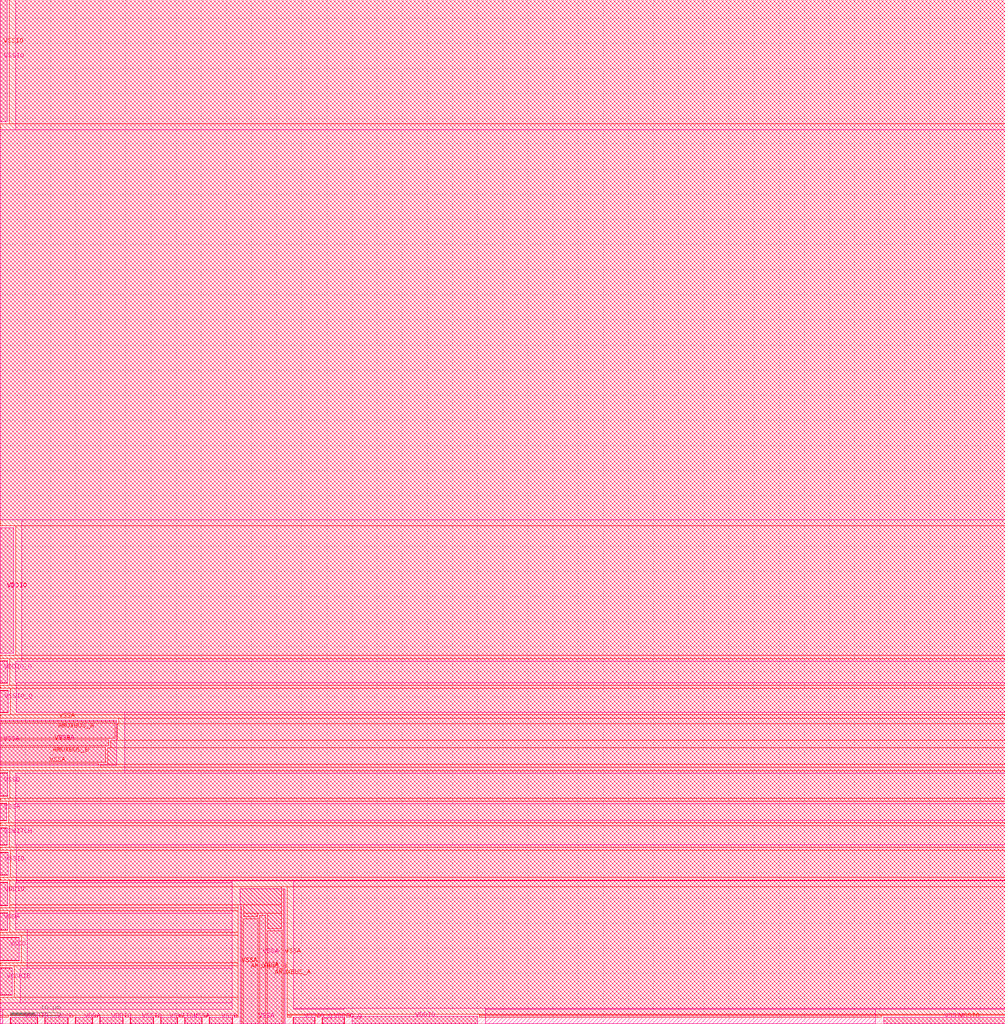
<source format=lef>
# Copyright 2020 The SkyWater PDK Authors
#
# Licensed under the Apache License, Version 2.0 (the "License");
# you may not use this file except in compliance with the License.
# You may obtain a copy of the License at
#
#     https://www.apache.org/licenses/LICENSE-2.0
#
# Unless required by applicable law or agreed to in writing, software
# distributed under the License is distributed on an "AS IS" BASIS,
# WITHOUT WARRANTIES OR CONDITIONS OF ANY KIND, either express or implied.
# See the License for the specific language governing permissions and
# limitations under the License.
#
# SPDX-License-Identifier: Apache-2.0

VERSION 5.7 ;
  NOWIREEXTENSIONATPIN ON ;
  DIVIDERCHAR "/" ;
  BUSBITCHARS "[]" ;
MACRO sky130_fd_io__overlay_gpiov2
  CLASS PAD ;
  FOREIGN sky130_fd_io__overlay_gpiov2 ;
  ORIGIN  0.000000  0.000000 ;
  SIZE  80.00000 BY  200.0000 ;
  SYMMETRY X Y R90 ;
  PIN AMUXBUS_A
    USE SIGNAL ;
    PORT
      LAYER met4 ;
        RECT 0.000 53.125 1.270 56.105 ;
    END
    PORT
      LAYER met4 ;
        RECT 0.000 53.125 80.000 56.105 ;
    END
    PORT
      LAYER met4 ;
        RECT 78.730 53.125 80.000 56.105 ;
    END
  END AMUXBUS_A

  PIN AMUXBUS_B
    USE SIGNAL ;
    PORT
      LAYER met4 ;
        RECT 0.000 48.365 1.270 51.345 ;
    END
    PORT
      LAYER met4 ;
        RECT 0.000 48.365 80.000 51.345 ;
    END
    PORT
      LAYER met4 ;
        RECT 78.730 48.365 80.000 51.345 ;
    END
  END AMUXBUS_B

  PIN PAD
    USE SIGNAL ;
    PORT
      LAYER met5 ;
        RECT 11.100 104.395 73.800 166.960 ;
    END
  END PAD

  PIN VCCD
    DIRECTION INOUT ;
    USE POWER ;
    PORT
      LAYER met4 ;
        RECT 0.000 8.885 1.270 13.535 ;
    END
    PORT
      LAYER met4 ;
        RECT 78.730 8.885 80.000 13.535 ;
    END
    PORT
      LAYER met5 ;
        RECT 0.000 8.985 1.270 13.435 ;
    END
    PORT
      LAYER met5 ;
        RECT 0.000 8.985 80.000 13.435 ;
    END
    PORT
      LAYER met5 ;
        RECT 78.730 8.985 80.000 13.435 ;
    END
  END VCCD

  PIN VCCHIB
    DIRECTION INOUT ;
    USE POWER ;
    PORT
      LAYER met4 ;
        RECT 0.000 2.035 1.270 7.485 ;
    END
    PORT
      LAYER met4 ;
        RECT 78.730 2.035 80.000 7.485 ;
    END
    PORT
      LAYER met5 ;
        RECT 0.000 2.135 1.270 7.385 ;
    END
    PORT
      LAYER met5 ;
        RECT 0.000 2.135 80.000 7.385 ;
    END
    PORT
      LAYER met5 ;
        RECT 78.730 2.135 80.000 7.385 ;
    END
  END VCCHIB

  PIN VDDA
    DIRECTION INOUT ;
    USE POWER ;
    PORT
      LAYER met4 ;
        RECT 0.000 14.935 0.965 18.385 ;
    END
    PORT
      LAYER met4 ;
        RECT 78.970 14.935 80.000 18.385 ;
    END
    PORT
      LAYER met4 ;
        RECT 79.035 14.935 80.000 18.385 ;
    END
    PORT
      LAYER met5 ;
        RECT 0.000 15.035 0.965 18.285 ;
    END
    PORT
      LAYER met5 ;
        RECT 0.000 15.035 80.000 18.285 ;
    END
    PORT
      LAYER met5 ;
        RECT 78.970 15.035 80.000 18.285 ;
    END
  END VDDA

  PIN VDDIO
    DIRECTION INOUT ;
    USE POWER ;
    PORT
      LAYER met4 ;
        RECT 0.000 19.785 1.270 24.435 ;
    END
    PORT
      LAYER met4 ;
        RECT 0.000 70.035 1.270 70.155 ;
    END
    PORT
      LAYER met4 ;
        RECT 0.000 70.035 1.270 95.000 ;
    END
    PORT
      LAYER met4 ;
        RECT 0.000 70.155 80.000 94.865 ;
    END
    PORT
      LAYER met4 ;
        RECT 0.000 94.865 1.270 95.000 ;
    END
    PORT
      LAYER met4 ;
        RECT 78.730 19.785 80.000 24.435 ;
    END
    PORT
      LAYER met4 ;
        RECT 78.730 70.035 80.000 70.155 ;
    END
    PORT
      LAYER met4 ;
        RECT 78.730 70.035 80.000 95.000 ;
    END
    PORT
      LAYER met4 ;
        RECT 78.730 94.865 80.000 95.000 ;
    END
    PORT
      LAYER met5 ;
        RECT 0.000 19.885 1.270 24.335 ;
    END
    PORT
      LAYER met5 ;
        RECT 0.000 19.885 80.000 24.335 ;
    END
    PORT
      LAYER met5 ;
        RECT 0.000 70.035 1.270 94.985 ;
    END
    PORT
      LAYER met5 ;
        RECT 0.000 70.035 80.000 94.985 ;
    END
    PORT
      LAYER met5 ;
        RECT 78.730 19.885 80.000 24.335 ;
    END
    PORT
      LAYER met5 ;
        RECT 78.730 70.035 80.000 94.985 ;
    END
  END VDDIO

  PIN VDDIO_Q
    DIRECTION INOUT ;
    USE POWER ;
    PORT
      LAYER met4 ;
        RECT 0.000 64.085 1.270 68.535 ;
    END
    PORT
      LAYER met4 ;
        RECT 78.730 64.085 80.000 68.535 ;
    END
    PORT
      LAYER met5 ;
        RECT 0.000 64.185 1.270 68.435 ;
    END
    PORT
      LAYER met5 ;
        RECT 0.000 64.185 80.000 68.435 ;
    END
    PORT
      LAYER met5 ;
        RECT 78.730 64.185 80.000 68.435 ;
    END
  END VDDIO_Q

  PIN VSSA
    DIRECTION INOUT ;
    USE GROUND ;
    PORT
      LAYER met4 ;
        RECT 0.000 36.735 1.270 40.185 ;
    END
    PORT
      LAYER met4 ;
        RECT 0.000 47.735 1.270 48.065 ;
    END
    PORT
      LAYER met4 ;
        RECT 0.000 47.735 80.000 48.065 ;
    END
    PORT
      LAYER met4 ;
        RECT 0.000 51.645 1.270 52.825 ;
    END
    PORT
      LAYER met4 ;
        RECT 0.000 51.645 80.000 52.825 ;
    END
    PORT
      LAYER met4 ;
        RECT 0.000 56.405 1.270 56.735 ;
    END
    PORT
      LAYER met4 ;
        RECT 0.000 56.405 80.000 56.735 ;
    END
    PORT
      LAYER met4 ;
        RECT 78.730 36.735 80.000 40.185 ;
    END
    PORT
      LAYER met4 ;
        RECT 78.730 47.735 80.000 48.065 ;
    END
    PORT
      LAYER met4 ;
        RECT 78.730 47.735 80.000 48.065 ;
    END
    PORT
      LAYER met4 ;
        RECT 78.730 51.645 80.000 52.825 ;
    END
    PORT
      LAYER met4 ;
        RECT 78.730 56.405 80.000 56.735 ;
    END
    PORT
      LAYER met4 ;
        RECT 78.730 56.405 80.000 56.735 ;
    END
    PORT
      LAYER met5 ;
        RECT 0.000 36.835 80.000 40.085 ;
    END
    PORT
      LAYER met5 ;
        RECT 0.000 36.840 1.270 40.085 ;
    END
    PORT
      LAYER met5 ;
        RECT 0.000 47.735 1.270 56.735 ;
    END
    PORT
      LAYER met5 ;
        RECT 0.000 47.735 80.000 56.735 ;
    END
    PORT
      LAYER met5 ;
        RECT 78.730 36.840 80.000 40.085 ;
    END
    PORT
      LAYER met5 ;
        RECT 78.730 47.735 80.000 56.735 ;
    END
  END VSSA

  PIN VSSD
    DIRECTION INOUT ;
    USE GROUND ;
    PORT
      LAYER met4 ;
        RECT 0.000 41.585 1.270 46.235 ;
    END
    PORT
      LAYER met4 ;
        RECT 78.730 41.585 80.000 46.235 ;
    END
    PORT
      LAYER met5 ;
        RECT 0.000 41.685 1.270 46.135 ;
    END
    PORT
      LAYER met5 ;
        RECT 0.000 41.685 80.000 46.135 ;
    END
    PORT
      LAYER met5 ;
        RECT 78.730 41.685 80.000 46.135 ;
    END
  END VSSD

  PIN VSSIO
    DIRECTION INOUT ;
    USE GROUND ;
    PORT
      LAYER met4 ;
        RECT 0.000 175.785 1.270 200.000 ;
    END
    PORT
      LAYER met4 ;
        RECT 0.000 25.835 1.270 26.055 ;
    END
    PORT
      LAYER met4 ;
        RECT 0.000 25.835 1.270 30.485 ;
    END
    PORT
      LAYER met4 ;
        RECT 0.000 26.055 80.000 30.265 ;
    END
    PORT
      LAYER met4 ;
        RECT 0.000 30.265 1.270 30.485 ;
    END
    PORT
      LAYER met4 ;
        RECT 78.730 175.785 80.000 200.000 ;
    END
    PORT
      LAYER met4 ;
        RECT 78.730 25.835 80.000 26.055 ;
    END
    PORT
      LAYER met4 ;
        RECT 78.730 25.835 80.000 30.485 ;
    END
    PORT
      LAYER met4 ;
        RECT 78.730 30.265 80.000 30.485 ;
    END
    PORT
      LAYER met5 ;
        RECT 0.000 175.785 1.270 200.000 ;
    END
    PORT
      LAYER met5 ;
        RECT 0.000 175.785 80.000 200.000 ;
    END
    PORT
      LAYER met5 ;
        RECT 0.000 25.935 1.270 30.385 ;
    END
    PORT
      LAYER met5 ;
        RECT 0.000 25.935 80.000 30.385 ;
    END
    PORT
      LAYER met5 ;
        RECT 78.730 175.785 80.000 200.000 ;
    END
    PORT
      LAYER met5 ;
        RECT 78.730 25.935 80.000 30.385 ;
    END
  END VSSIO

  PIN VSSIO_Q
    DIRECTION INOUT ;
    USE GROUND ;
    PORT
      LAYER met4 ;
        RECT 0.000 58.235 1.270 62.685 ;
    END
    PORT
      LAYER met4 ;
        RECT 78.730 58.235 80.000 62.685 ;
    END
    PORT
      LAYER met5 ;
        RECT 0.000 58.335 1.270 62.585 ;
    END
    PORT
      LAYER met5 ;
        RECT 0.000 58.335 80.000 62.585 ;
    END
    PORT
      LAYER met5 ;
        RECT 78.730 58.335 80.000 62.585 ;
    END
  END VSSIO_Q

  PIN VSWITCH
    DIRECTION INOUT ;
    USE POWER ;
    PORT
      LAYER met4 ;
        RECT 0.000 31.885 1.270 35.335 ;
    END
    PORT
      LAYER met4 ;
        RECT 78.730 31.885 80.000 35.335 ;
    END
    PORT
      LAYER met5 ;
        RECT 0.000 31.985 1.270 35.235 ;
    END
    PORT
      LAYER met5 ;
        RECT 0.000 31.985 80.000 35.235 ;
    END
    PORT
      LAYER met5 ;
        RECT 78.730 31.985 80.000 35.235 ;
    END
  END VSWITCH

  OBS
    LAYER met4 ;
      RECT 0.965 7.885 78.970 8.485 ;
      RECT 0.965 13.935 78.970 14.535 ;
      RECT 0.965 18.785 78.970 19.385 ;
      RECT 0.965 24.835 78.970 25.435 ;
      RECT 0.965 30.885 78.970 31.485 ;
      RECT 0.965 35.735 78.970 36.335 ;
      RECT 0.965 40.585 78.970 41.185 ;
      RECT 0.965 46.635 78.970 47.335 ;
      RECT 0.965 57.135 78.970 57.835 ;
      RECT 0.965 63.085 78.970 63.685 ;
      RECT 0.965 68.935 78.970 69.635 ;
      RECT 0.965 95.400 78.970 175.385 ;
      RECT 1.365 14.535 78.570 18.785 ;
      RECT 1.670 2.035 78.330 7.885 ;
      RECT 1.670 8.485 78.330 13.935 ;
      RECT 1.670 19.385 78.330 24.835 ;
      RECT 1.670 25.435 78.330 25.655 ;
      RECT 1.670 30.665 78.330 30.885 ;
      RECT 1.670 31.485 78.330 35.735 ;
      RECT 1.670 36.335 78.330 40.585 ;
      RECT 1.670 41.185 78.330 46.635 ;
      RECT 1.670 57.835 78.330 63.085 ;
      RECT 1.670 63.685 78.330 68.935 ;
      RECT 1.670 69.635 78.330 69.755 ;
      RECT 1.670 95.265 78.330 95.400 ;
      RECT 1.670 175.385 78.330 200.000 ;
    LAYER met5 ;
      RECT 9.800 98.085 75.200 102.795 ;
      RECT 9.800 168.560 75.200 173.485 ;
  END
END sky130_fd_io__overlay_gpiov2
#--------EOF---------

MACRO sky130_fd_io__overlay_vccd_lvc
  CLASS PAD ;
  FOREIGN sky130_fd_io__overlay_vccd_lvc ;
  ORIGIN  0.000000  0.000000 ;
  SIZE  75.00000 BY  198.0000 ;
  SYMMETRY X Y R90 ;
  PIN AMUXBUS_A
    DIRECTION INOUT ;
    USE SIGNAL ;
    PORT
      LAYER met4 ;
        RECT 0.000 51.125 1.270 54.105 ;
    END
    PORT
      LAYER met4 ;
        RECT 0.000 51.125 75.000 54.105 ;
    END
    PORT
      LAYER met4 ;
        RECT 73.730 51.125 75.000 54.105 ;
    END
  END AMUXBUS_A

  PIN AMUXBUS_B
    DIRECTION INOUT ;
    USE SIGNAL ;
    PORT
      LAYER met4 ;
        RECT 0.000 46.365 1.270 49.345 ;
    END
    PORT
      LAYER met4 ;
        RECT 0.000 46.365 75.000 49.345 ;
    END
    PORT
      LAYER met4 ;
        RECT 73.730 46.365 75.000 49.345 ;
    END
  END AMUXBUS_B

  PIN VCCD
    DIRECTION INOUT ;
    USE POWER ;
    PORT
      LAYER met3 ;
        RECT 0.630 10.340 0.950 10.660 ;
    END
    PORT
      LAYER met3 ;
        RECT 0.630 10.770 0.950 11.090 ;
    END
    PORT
      LAYER met3 ;
        RECT 0.630 11.200 0.950 11.520 ;
    END
    PORT
      LAYER met3 ;
        RECT 0.630 6.900 0.950 7.220 ;
    END
    PORT
      LAYER met3 ;
        RECT 0.630 7.330 0.950 7.650 ;
    END
    PORT
      LAYER met3 ;
        RECT 0.630 7.760 0.950 8.080 ;
    END
    PORT
      LAYER met3 ;
        RECT 0.630 8.190 0.950 8.510 ;
    END
    PORT
      LAYER met3 ;
        RECT 0.630 8.620 0.950 8.940 ;
    END
    PORT
      LAYER met3 ;
        RECT 0.630 9.050 0.950 9.370 ;
    END
    PORT
      LAYER met3 ;
        RECT 0.630 9.480 0.950 9.800 ;
    END
    PORT
      LAYER met3 ;
        RECT 0.630 9.910 0.950 10.230 ;
    END
    PORT
      LAYER met3 ;
        RECT 1.040 10.340 1.360 10.660 ;
    END
    PORT
      LAYER met3 ;
        RECT 1.040 10.770 1.360 11.090 ;
    END
    PORT
      LAYER met3 ;
        RECT 1.040 11.200 1.360 11.520 ;
    END
    PORT
      LAYER met3 ;
        RECT 1.040 6.900 1.360 7.220 ;
    END
    PORT
      LAYER met3 ;
        RECT 1.040 7.330 1.360 7.650 ;
    END
    PORT
      LAYER met3 ;
        RECT 1.040 7.760 1.360 8.080 ;
    END
    PORT
      LAYER met3 ;
        RECT 1.040 8.190 1.360 8.510 ;
    END
    PORT
      LAYER met3 ;
        RECT 1.040 8.620 1.360 8.940 ;
    END
    PORT
      LAYER met3 ;
        RECT 1.040 9.050 1.360 9.370 ;
    END
    PORT
      LAYER met3 ;
        RECT 1.040 9.480 1.360 9.800 ;
    END
    PORT
      LAYER met3 ;
        RECT 1.040 9.910 1.360 10.230 ;
    END
    PORT
      LAYER met3 ;
        RECT 1.450 10.340 1.770 10.660 ;
    END
    PORT
      LAYER met3 ;
        RECT 1.450 10.770 1.770 11.090 ;
    END
    PORT
      LAYER met3 ;
        RECT 1.450 11.200 1.770 11.520 ;
    END
    PORT
      LAYER met3 ;
        RECT 1.450 6.900 1.770 7.220 ;
    END
    PORT
      LAYER met3 ;
        RECT 1.450 7.330 1.770 7.650 ;
    END
    PORT
      LAYER met3 ;
        RECT 1.450 7.760 1.770 8.080 ;
    END
    PORT
      LAYER met3 ;
        RECT 1.450 8.190 1.770 8.510 ;
    END
    PORT
      LAYER met3 ;
        RECT 1.450 8.620 1.770 8.940 ;
    END
    PORT
      LAYER met3 ;
        RECT 1.450 9.050 1.770 9.370 ;
    END
    PORT
      LAYER met3 ;
        RECT 1.450 9.480 1.770 9.800 ;
    END
    PORT
      LAYER met3 ;
        RECT 1.450 9.910 1.770 10.230 ;
    END
    PORT
      LAYER met3 ;
        RECT 1.860 10.340 2.180 10.660 ;
    END
    PORT
      LAYER met3 ;
        RECT 1.860 10.770 2.180 11.090 ;
    END
    PORT
      LAYER met3 ;
        RECT 1.860 11.200 2.180 11.520 ;
    END
    PORT
      LAYER met3 ;
        RECT 1.860 6.900 2.180 7.220 ;
    END
    PORT
      LAYER met3 ;
        RECT 1.860 7.330 2.180 7.650 ;
    END
    PORT
      LAYER met3 ;
        RECT 1.860 7.760 2.180 8.080 ;
    END
    PORT
      LAYER met3 ;
        RECT 1.860 8.190 2.180 8.510 ;
    END
    PORT
      LAYER met3 ;
        RECT 1.860 8.620 2.180 8.940 ;
    END
    PORT
      LAYER met3 ;
        RECT 1.860 9.050 2.180 9.370 ;
    END
    PORT
      LAYER met3 ;
        RECT 1.860 9.480 2.180 9.800 ;
    END
    PORT
      LAYER met3 ;
        RECT 1.860 9.910 2.180 10.230 ;
    END
    PORT
      LAYER met3 ;
        RECT 10.380 10.340 10.700 10.660 ;
    END
    PORT
      LAYER met3 ;
        RECT 10.380 10.770 10.700 11.090 ;
    END
    PORT
      LAYER met3 ;
        RECT 10.380 11.200 10.700 11.520 ;
    END
    PORT
      LAYER met3 ;
        RECT 10.380 6.900 10.700 7.220 ;
    END
    PORT
      LAYER met3 ;
        RECT 10.380 7.330 10.700 7.650 ;
    END
    PORT
      LAYER met3 ;
        RECT 10.380 7.760 10.700 8.080 ;
    END
    PORT
      LAYER met3 ;
        RECT 10.380 8.190 10.700 8.510 ;
    END
    PORT
      LAYER met3 ;
        RECT 10.380 8.620 10.700 8.940 ;
    END
    PORT
      LAYER met3 ;
        RECT 10.380 9.050 10.700 9.370 ;
    END
    PORT
      LAYER met3 ;
        RECT 10.380 9.480 10.700 9.800 ;
    END
    PORT
      LAYER met3 ;
        RECT 10.380 9.910 10.700 10.230 ;
    END
    PORT
      LAYER met3 ;
        RECT 10.785 10.340 11.105 10.660 ;
    END
    PORT
      LAYER met3 ;
        RECT 10.785 10.770 11.105 11.090 ;
    END
    PORT
      LAYER met3 ;
        RECT 10.785 11.200 11.105 11.520 ;
    END
    PORT
      LAYER met3 ;
        RECT 10.785 6.900 11.105 7.220 ;
    END
    PORT
      LAYER met3 ;
        RECT 10.785 7.330 11.105 7.650 ;
    END
    PORT
      LAYER met3 ;
        RECT 10.785 7.760 11.105 8.080 ;
    END
    PORT
      LAYER met3 ;
        RECT 10.785 8.190 11.105 8.510 ;
    END
    PORT
      LAYER met3 ;
        RECT 10.785 8.620 11.105 8.940 ;
    END
    PORT
      LAYER met3 ;
        RECT 10.785 9.050 11.105 9.370 ;
    END
    PORT
      LAYER met3 ;
        RECT 10.785 9.480 11.105 9.800 ;
    END
    PORT
      LAYER met3 ;
        RECT 10.785 9.910 11.105 10.230 ;
    END
    PORT
      LAYER met3 ;
        RECT 11.190 10.340 11.510 10.660 ;
    END
    PORT
      LAYER met3 ;
        RECT 11.190 10.770 11.510 11.090 ;
    END
    PORT
      LAYER met3 ;
        RECT 11.190 11.200 11.510 11.520 ;
    END
    PORT
      LAYER met3 ;
        RECT 11.190 6.900 11.510 7.220 ;
    END
    PORT
      LAYER met3 ;
        RECT 11.190 7.330 11.510 7.650 ;
    END
    PORT
      LAYER met3 ;
        RECT 11.190 7.760 11.510 8.080 ;
    END
    PORT
      LAYER met3 ;
        RECT 11.190 8.190 11.510 8.510 ;
    END
    PORT
      LAYER met3 ;
        RECT 11.190 8.620 11.510 8.940 ;
    END
    PORT
      LAYER met3 ;
        RECT 11.190 9.050 11.510 9.370 ;
    END
    PORT
      LAYER met3 ;
        RECT 11.190 9.480 11.510 9.800 ;
    END
    PORT
      LAYER met3 ;
        RECT 11.190 9.910 11.510 10.230 ;
    END
    PORT
      LAYER met3 ;
        RECT 11.595 10.340 11.915 10.660 ;
    END
    PORT
      LAYER met3 ;
        RECT 11.595 10.770 11.915 11.090 ;
    END
    PORT
      LAYER met3 ;
        RECT 11.595 11.200 11.915 11.520 ;
    END
    PORT
      LAYER met3 ;
        RECT 11.595 6.900 11.915 7.220 ;
    END
    PORT
      LAYER met3 ;
        RECT 11.595 7.330 11.915 7.650 ;
    END
    PORT
      LAYER met3 ;
        RECT 11.595 7.760 11.915 8.080 ;
    END
    PORT
      LAYER met3 ;
        RECT 11.595 8.190 11.915 8.510 ;
    END
    PORT
      LAYER met3 ;
        RECT 11.595 8.620 11.915 8.940 ;
    END
    PORT
      LAYER met3 ;
        RECT 11.595 9.050 11.915 9.370 ;
    END
    PORT
      LAYER met3 ;
        RECT 11.595 9.480 11.915 9.800 ;
    END
    PORT
      LAYER met3 ;
        RECT 11.595 9.910 11.915 10.230 ;
    END
    PORT
      LAYER met3 ;
        RECT 12.000 10.340 12.320 10.660 ;
    END
    PORT
      LAYER met3 ;
        RECT 12.000 10.770 12.320 11.090 ;
    END
    PORT
      LAYER met3 ;
        RECT 12.000 11.200 12.320 11.520 ;
    END
    PORT
      LAYER met3 ;
        RECT 12.000 6.900 12.320 7.220 ;
    END
    PORT
      LAYER met3 ;
        RECT 12.000 7.330 12.320 7.650 ;
    END
    PORT
      LAYER met3 ;
        RECT 12.000 7.760 12.320 8.080 ;
    END
    PORT
      LAYER met3 ;
        RECT 12.000 8.190 12.320 8.510 ;
    END
    PORT
      LAYER met3 ;
        RECT 12.000 8.620 12.320 8.940 ;
    END
    PORT
      LAYER met3 ;
        RECT 12.000 9.050 12.320 9.370 ;
    END
    PORT
      LAYER met3 ;
        RECT 12.000 9.480 12.320 9.800 ;
    END
    PORT
      LAYER met3 ;
        RECT 12.000 9.910 12.320 10.230 ;
    END
    PORT
      LAYER met3 ;
        RECT 12.405 10.340 12.725 10.660 ;
    END
    PORT
      LAYER met3 ;
        RECT 12.405 10.770 12.725 11.090 ;
    END
    PORT
      LAYER met3 ;
        RECT 12.405 11.200 12.725 11.520 ;
    END
    PORT
      LAYER met3 ;
        RECT 12.405 6.900 12.725 7.220 ;
    END
    PORT
      LAYER met3 ;
        RECT 12.405 7.330 12.725 7.650 ;
    END
    PORT
      LAYER met3 ;
        RECT 12.405 7.760 12.725 8.080 ;
    END
    PORT
      LAYER met3 ;
        RECT 12.405 8.190 12.725 8.510 ;
    END
    PORT
      LAYER met3 ;
        RECT 12.405 8.620 12.725 8.940 ;
    END
    PORT
      LAYER met3 ;
        RECT 12.405 9.050 12.725 9.370 ;
    END
    PORT
      LAYER met3 ;
        RECT 12.405 9.480 12.725 9.800 ;
    END
    PORT
      LAYER met3 ;
        RECT 12.405 9.910 12.725 10.230 ;
    END
    PORT
      LAYER met3 ;
        RECT 12.810 10.340 13.130 10.660 ;
    END
    PORT
      LAYER met3 ;
        RECT 12.810 10.770 13.130 11.090 ;
    END
    PORT
      LAYER met3 ;
        RECT 12.810 11.200 13.130 11.520 ;
    END
    PORT
      LAYER met3 ;
        RECT 12.810 6.900 13.130 7.220 ;
    END
    PORT
      LAYER met3 ;
        RECT 12.810 7.330 13.130 7.650 ;
    END
    PORT
      LAYER met3 ;
        RECT 12.810 7.760 13.130 8.080 ;
    END
    PORT
      LAYER met3 ;
        RECT 12.810 8.190 13.130 8.510 ;
    END
    PORT
      LAYER met3 ;
        RECT 12.810 8.620 13.130 8.940 ;
    END
    PORT
      LAYER met3 ;
        RECT 12.810 9.050 13.130 9.370 ;
    END
    PORT
      LAYER met3 ;
        RECT 12.810 9.480 13.130 9.800 ;
    END
    PORT
      LAYER met3 ;
        RECT 12.810 9.910 13.130 10.230 ;
    END
    PORT
      LAYER met3 ;
        RECT 13.215 10.340 13.535 10.660 ;
    END
    PORT
      LAYER met3 ;
        RECT 13.215 10.770 13.535 11.090 ;
    END
    PORT
      LAYER met3 ;
        RECT 13.215 11.200 13.535 11.520 ;
    END
    PORT
      LAYER met3 ;
        RECT 13.215 6.900 13.535 7.220 ;
    END
    PORT
      LAYER met3 ;
        RECT 13.215 7.330 13.535 7.650 ;
    END
    PORT
      LAYER met3 ;
        RECT 13.215 7.760 13.535 8.080 ;
    END
    PORT
      LAYER met3 ;
        RECT 13.215 8.190 13.535 8.510 ;
    END
    PORT
      LAYER met3 ;
        RECT 13.215 8.620 13.535 8.940 ;
    END
    PORT
      LAYER met3 ;
        RECT 13.215 9.050 13.535 9.370 ;
    END
    PORT
      LAYER met3 ;
        RECT 13.215 9.480 13.535 9.800 ;
    END
    PORT
      LAYER met3 ;
        RECT 13.215 9.910 13.535 10.230 ;
    END
    PORT
      LAYER met3 ;
        RECT 13.620 10.340 13.940 10.660 ;
    END
    PORT
      LAYER met3 ;
        RECT 13.620 10.770 13.940 11.090 ;
    END
    PORT
      LAYER met3 ;
        RECT 13.620 11.200 13.940 11.520 ;
    END
    PORT
      LAYER met3 ;
        RECT 13.620 6.900 13.940 7.220 ;
    END
    PORT
      LAYER met3 ;
        RECT 13.620 7.330 13.940 7.650 ;
    END
    PORT
      LAYER met3 ;
        RECT 13.620 7.760 13.940 8.080 ;
    END
    PORT
      LAYER met3 ;
        RECT 13.620 8.190 13.940 8.510 ;
    END
    PORT
      LAYER met3 ;
        RECT 13.620 8.620 13.940 8.940 ;
    END
    PORT
      LAYER met3 ;
        RECT 13.620 9.050 13.940 9.370 ;
    END
    PORT
      LAYER met3 ;
        RECT 13.620 9.480 13.940 9.800 ;
    END
    PORT
      LAYER met3 ;
        RECT 13.620 9.910 13.940 10.230 ;
    END
    PORT
      LAYER met3 ;
        RECT 14.025 10.340 14.345 10.660 ;
    END
    PORT
      LAYER met3 ;
        RECT 14.025 10.770 14.345 11.090 ;
    END
    PORT
      LAYER met3 ;
        RECT 14.025 11.200 14.345 11.520 ;
    END
    PORT
      LAYER met3 ;
        RECT 14.025 6.900 14.345 7.220 ;
    END
    PORT
      LAYER met3 ;
        RECT 14.025 7.330 14.345 7.650 ;
    END
    PORT
      LAYER met3 ;
        RECT 14.025 7.760 14.345 8.080 ;
    END
    PORT
      LAYER met3 ;
        RECT 14.025 8.190 14.345 8.510 ;
    END
    PORT
      LAYER met3 ;
        RECT 14.025 8.620 14.345 8.940 ;
    END
    PORT
      LAYER met3 ;
        RECT 14.025 9.050 14.345 9.370 ;
    END
    PORT
      LAYER met3 ;
        RECT 14.025 9.480 14.345 9.800 ;
    END
    PORT
      LAYER met3 ;
        RECT 14.025 9.910 14.345 10.230 ;
    END
    PORT
      LAYER met3 ;
        RECT 14.430 10.340 14.750 10.660 ;
    END
    PORT
      LAYER met3 ;
        RECT 14.430 10.770 14.750 11.090 ;
    END
    PORT
      LAYER met3 ;
        RECT 14.430 11.200 14.750 11.520 ;
    END
    PORT
      LAYER met3 ;
        RECT 14.430 6.900 14.750 7.220 ;
    END
    PORT
      LAYER met3 ;
        RECT 14.430 7.330 14.750 7.650 ;
    END
    PORT
      LAYER met3 ;
        RECT 14.430 7.760 14.750 8.080 ;
    END
    PORT
      LAYER met3 ;
        RECT 14.430 8.190 14.750 8.510 ;
    END
    PORT
      LAYER met3 ;
        RECT 14.430 8.620 14.750 8.940 ;
    END
    PORT
      LAYER met3 ;
        RECT 14.430 9.050 14.750 9.370 ;
    END
    PORT
      LAYER met3 ;
        RECT 14.430 9.480 14.750 9.800 ;
    END
    PORT
      LAYER met3 ;
        RECT 14.430 9.910 14.750 10.230 ;
    END
    PORT
      LAYER met3 ;
        RECT 14.835 10.340 15.155 10.660 ;
    END
    PORT
      LAYER met3 ;
        RECT 14.835 10.770 15.155 11.090 ;
    END
    PORT
      LAYER met3 ;
        RECT 14.835 11.200 15.155 11.520 ;
    END
    PORT
      LAYER met3 ;
        RECT 14.835 6.900 15.155 7.220 ;
    END
    PORT
      LAYER met3 ;
        RECT 14.835 7.330 15.155 7.650 ;
    END
    PORT
      LAYER met3 ;
        RECT 14.835 7.760 15.155 8.080 ;
    END
    PORT
      LAYER met3 ;
        RECT 14.835 8.190 15.155 8.510 ;
    END
    PORT
      LAYER met3 ;
        RECT 14.835 8.620 15.155 8.940 ;
    END
    PORT
      LAYER met3 ;
        RECT 14.835 9.050 15.155 9.370 ;
    END
    PORT
      LAYER met3 ;
        RECT 14.835 9.480 15.155 9.800 ;
    END
    PORT
      LAYER met3 ;
        RECT 14.835 9.910 15.155 10.230 ;
    END
    PORT
      LAYER met3 ;
        RECT 15.240 10.340 15.560 10.660 ;
    END
    PORT
      LAYER met3 ;
        RECT 15.240 10.770 15.560 11.090 ;
    END
    PORT
      LAYER met3 ;
        RECT 15.240 11.200 15.560 11.520 ;
    END
    PORT
      LAYER met3 ;
        RECT 15.240 6.900 15.560 7.220 ;
    END
    PORT
      LAYER met3 ;
        RECT 15.240 7.330 15.560 7.650 ;
    END
    PORT
      LAYER met3 ;
        RECT 15.240 7.760 15.560 8.080 ;
    END
    PORT
      LAYER met3 ;
        RECT 15.240 8.190 15.560 8.510 ;
    END
    PORT
      LAYER met3 ;
        RECT 15.240 8.620 15.560 8.940 ;
    END
    PORT
      LAYER met3 ;
        RECT 15.240 9.050 15.560 9.370 ;
    END
    PORT
      LAYER met3 ;
        RECT 15.240 9.480 15.560 9.800 ;
    END
    PORT
      LAYER met3 ;
        RECT 15.240 9.910 15.560 10.230 ;
    END
    PORT
      LAYER met3 ;
        RECT 15.645 10.340 15.965 10.660 ;
    END
    PORT
      LAYER met3 ;
        RECT 15.645 10.770 15.965 11.090 ;
    END
    PORT
      LAYER met3 ;
        RECT 15.645 11.200 15.965 11.520 ;
    END
    PORT
      LAYER met3 ;
        RECT 15.645 6.900 15.965 7.220 ;
    END
    PORT
      LAYER met3 ;
        RECT 15.645 7.330 15.965 7.650 ;
    END
    PORT
      LAYER met3 ;
        RECT 15.645 7.760 15.965 8.080 ;
    END
    PORT
      LAYER met3 ;
        RECT 15.645 8.190 15.965 8.510 ;
    END
    PORT
      LAYER met3 ;
        RECT 15.645 8.620 15.965 8.940 ;
    END
    PORT
      LAYER met3 ;
        RECT 15.645 9.050 15.965 9.370 ;
    END
    PORT
      LAYER met3 ;
        RECT 15.645 9.480 15.965 9.800 ;
    END
    PORT
      LAYER met3 ;
        RECT 15.645 9.910 15.965 10.230 ;
    END
    PORT
      LAYER met3 ;
        RECT 16.050 10.340 16.370 10.660 ;
    END
    PORT
      LAYER met3 ;
        RECT 16.050 10.770 16.370 11.090 ;
    END
    PORT
      LAYER met3 ;
        RECT 16.050 11.200 16.370 11.520 ;
    END
    PORT
      LAYER met3 ;
        RECT 16.050 6.900 16.370 7.220 ;
    END
    PORT
      LAYER met3 ;
        RECT 16.050 7.330 16.370 7.650 ;
    END
    PORT
      LAYER met3 ;
        RECT 16.050 7.760 16.370 8.080 ;
    END
    PORT
      LAYER met3 ;
        RECT 16.050 8.190 16.370 8.510 ;
    END
    PORT
      LAYER met3 ;
        RECT 16.050 8.620 16.370 8.940 ;
    END
    PORT
      LAYER met3 ;
        RECT 16.050 9.050 16.370 9.370 ;
    END
    PORT
      LAYER met3 ;
        RECT 16.050 9.480 16.370 9.800 ;
    END
    PORT
      LAYER met3 ;
        RECT 16.050 9.910 16.370 10.230 ;
    END
    PORT
      LAYER met3 ;
        RECT 16.455 10.340 16.775 10.660 ;
    END
    PORT
      LAYER met3 ;
        RECT 16.455 10.770 16.775 11.090 ;
    END
    PORT
      LAYER met3 ;
        RECT 16.455 11.200 16.775 11.520 ;
    END
    PORT
      LAYER met3 ;
        RECT 16.455 6.900 16.775 7.220 ;
    END
    PORT
      LAYER met3 ;
        RECT 16.455 7.330 16.775 7.650 ;
    END
    PORT
      LAYER met3 ;
        RECT 16.455 7.760 16.775 8.080 ;
    END
    PORT
      LAYER met3 ;
        RECT 16.455 8.190 16.775 8.510 ;
    END
    PORT
      LAYER met3 ;
        RECT 16.455 8.620 16.775 8.940 ;
    END
    PORT
      LAYER met3 ;
        RECT 16.455 9.050 16.775 9.370 ;
    END
    PORT
      LAYER met3 ;
        RECT 16.455 9.480 16.775 9.800 ;
    END
    PORT
      LAYER met3 ;
        RECT 16.455 9.910 16.775 10.230 ;
    END
    PORT
      LAYER met3 ;
        RECT 16.860 10.340 17.180 10.660 ;
    END
    PORT
      LAYER met3 ;
        RECT 16.860 10.770 17.180 11.090 ;
    END
    PORT
      LAYER met3 ;
        RECT 16.860 11.200 17.180 11.520 ;
    END
    PORT
      LAYER met3 ;
        RECT 16.860 6.900 17.180 7.220 ;
    END
    PORT
      LAYER met3 ;
        RECT 16.860 7.330 17.180 7.650 ;
    END
    PORT
      LAYER met3 ;
        RECT 16.860 7.760 17.180 8.080 ;
    END
    PORT
      LAYER met3 ;
        RECT 16.860 8.190 17.180 8.510 ;
    END
    PORT
      LAYER met3 ;
        RECT 16.860 8.620 17.180 8.940 ;
    END
    PORT
      LAYER met3 ;
        RECT 16.860 9.050 17.180 9.370 ;
    END
    PORT
      LAYER met3 ;
        RECT 16.860 9.480 17.180 9.800 ;
    END
    PORT
      LAYER met3 ;
        RECT 16.860 9.910 17.180 10.230 ;
    END
    PORT
      LAYER met3 ;
        RECT 17.265 10.340 17.585 10.660 ;
    END
    PORT
      LAYER met3 ;
        RECT 17.265 10.770 17.585 11.090 ;
    END
    PORT
      LAYER met3 ;
        RECT 17.265 11.200 17.585 11.520 ;
    END
    PORT
      LAYER met3 ;
        RECT 17.265 6.900 17.585 7.220 ;
    END
    PORT
      LAYER met3 ;
        RECT 17.265 7.330 17.585 7.650 ;
    END
    PORT
      LAYER met3 ;
        RECT 17.265 7.760 17.585 8.080 ;
    END
    PORT
      LAYER met3 ;
        RECT 17.265 8.190 17.585 8.510 ;
    END
    PORT
      LAYER met3 ;
        RECT 17.265 8.620 17.585 8.940 ;
    END
    PORT
      LAYER met3 ;
        RECT 17.265 9.050 17.585 9.370 ;
    END
    PORT
      LAYER met3 ;
        RECT 17.265 9.480 17.585 9.800 ;
    END
    PORT
      LAYER met3 ;
        RECT 17.265 9.910 17.585 10.230 ;
    END
    PORT
      LAYER met3 ;
        RECT 17.670 10.340 17.990 10.660 ;
    END
    PORT
      LAYER met3 ;
        RECT 17.670 10.770 17.990 11.090 ;
    END
    PORT
      LAYER met3 ;
        RECT 17.670 11.200 17.990 11.520 ;
    END
    PORT
      LAYER met3 ;
        RECT 17.670 6.900 17.990 7.220 ;
    END
    PORT
      LAYER met3 ;
        RECT 17.670 7.330 17.990 7.650 ;
    END
    PORT
      LAYER met3 ;
        RECT 17.670 7.760 17.990 8.080 ;
    END
    PORT
      LAYER met3 ;
        RECT 17.670 8.190 17.990 8.510 ;
    END
    PORT
      LAYER met3 ;
        RECT 17.670 8.620 17.990 8.940 ;
    END
    PORT
      LAYER met3 ;
        RECT 17.670 9.050 17.990 9.370 ;
    END
    PORT
      LAYER met3 ;
        RECT 17.670 9.480 17.990 9.800 ;
    END
    PORT
      LAYER met3 ;
        RECT 17.670 9.910 17.990 10.230 ;
    END
    PORT
      LAYER met3 ;
        RECT 18.075 10.340 18.395 10.660 ;
    END
    PORT
      LAYER met3 ;
        RECT 18.075 10.770 18.395 11.090 ;
    END
    PORT
      LAYER met3 ;
        RECT 18.075 11.200 18.395 11.520 ;
    END
    PORT
      LAYER met3 ;
        RECT 18.075 6.900 18.395 7.220 ;
    END
    PORT
      LAYER met3 ;
        RECT 18.075 7.330 18.395 7.650 ;
    END
    PORT
      LAYER met3 ;
        RECT 18.075 7.760 18.395 8.080 ;
    END
    PORT
      LAYER met3 ;
        RECT 18.075 8.190 18.395 8.510 ;
    END
    PORT
      LAYER met3 ;
        RECT 18.075 8.620 18.395 8.940 ;
    END
    PORT
      LAYER met3 ;
        RECT 18.075 9.050 18.395 9.370 ;
    END
    PORT
      LAYER met3 ;
        RECT 18.075 9.480 18.395 9.800 ;
    END
    PORT
      LAYER met3 ;
        RECT 18.075 9.910 18.395 10.230 ;
    END
    PORT
      LAYER met3 ;
        RECT 18.480 10.340 18.800 10.660 ;
    END
    PORT
      LAYER met3 ;
        RECT 18.480 10.770 18.800 11.090 ;
    END
    PORT
      LAYER met3 ;
        RECT 18.480 11.200 18.800 11.520 ;
    END
    PORT
      LAYER met3 ;
        RECT 18.480 6.900 18.800 7.220 ;
    END
    PORT
      LAYER met3 ;
        RECT 18.480 7.330 18.800 7.650 ;
    END
    PORT
      LAYER met3 ;
        RECT 18.480 7.760 18.800 8.080 ;
    END
    PORT
      LAYER met3 ;
        RECT 18.480 8.190 18.800 8.510 ;
    END
    PORT
      LAYER met3 ;
        RECT 18.480 8.620 18.800 8.940 ;
    END
    PORT
      LAYER met3 ;
        RECT 18.480 9.050 18.800 9.370 ;
    END
    PORT
      LAYER met3 ;
        RECT 18.480 9.480 18.800 9.800 ;
    END
    PORT
      LAYER met3 ;
        RECT 18.480 9.910 18.800 10.230 ;
    END
    PORT
      LAYER met3 ;
        RECT 18.885 10.340 19.205 10.660 ;
    END
    PORT
      LAYER met3 ;
        RECT 18.885 10.770 19.205 11.090 ;
    END
    PORT
      LAYER met3 ;
        RECT 18.885 11.200 19.205 11.520 ;
    END
    PORT
      LAYER met3 ;
        RECT 18.885 6.900 19.205 7.220 ;
    END
    PORT
      LAYER met3 ;
        RECT 18.885 7.330 19.205 7.650 ;
    END
    PORT
      LAYER met3 ;
        RECT 18.885 7.760 19.205 8.080 ;
    END
    PORT
      LAYER met3 ;
        RECT 18.885 8.190 19.205 8.510 ;
    END
    PORT
      LAYER met3 ;
        RECT 18.885 8.620 19.205 8.940 ;
    END
    PORT
      LAYER met3 ;
        RECT 18.885 9.050 19.205 9.370 ;
    END
    PORT
      LAYER met3 ;
        RECT 18.885 9.480 19.205 9.800 ;
    END
    PORT
      LAYER met3 ;
        RECT 18.885 9.910 19.205 10.230 ;
    END
    PORT
      LAYER met3 ;
        RECT 19.290 10.340 19.610 10.660 ;
    END
    PORT
      LAYER met3 ;
        RECT 19.290 10.770 19.610 11.090 ;
    END
    PORT
      LAYER met3 ;
        RECT 19.290 11.200 19.610 11.520 ;
    END
    PORT
      LAYER met3 ;
        RECT 19.290 6.900 19.610 7.220 ;
    END
    PORT
      LAYER met3 ;
        RECT 19.290 7.330 19.610 7.650 ;
    END
    PORT
      LAYER met3 ;
        RECT 19.290 7.760 19.610 8.080 ;
    END
    PORT
      LAYER met3 ;
        RECT 19.290 8.190 19.610 8.510 ;
    END
    PORT
      LAYER met3 ;
        RECT 19.290 8.620 19.610 8.940 ;
    END
    PORT
      LAYER met3 ;
        RECT 19.290 9.050 19.610 9.370 ;
    END
    PORT
      LAYER met3 ;
        RECT 19.290 9.480 19.610 9.800 ;
    END
    PORT
      LAYER met3 ;
        RECT 19.290 9.910 19.610 10.230 ;
    END
    PORT
      LAYER met3 ;
        RECT 19.695 10.340 20.015 10.660 ;
    END
    PORT
      LAYER met3 ;
        RECT 19.695 10.770 20.015 11.090 ;
    END
    PORT
      LAYER met3 ;
        RECT 19.695 11.200 20.015 11.520 ;
    END
    PORT
      LAYER met3 ;
        RECT 19.695 6.900 20.015 7.220 ;
    END
    PORT
      LAYER met3 ;
        RECT 19.695 7.330 20.015 7.650 ;
    END
    PORT
      LAYER met3 ;
        RECT 19.695 7.760 20.015 8.080 ;
    END
    PORT
      LAYER met3 ;
        RECT 19.695 8.190 20.015 8.510 ;
    END
    PORT
      LAYER met3 ;
        RECT 19.695 8.620 20.015 8.940 ;
    END
    PORT
      LAYER met3 ;
        RECT 19.695 9.050 20.015 9.370 ;
    END
    PORT
      LAYER met3 ;
        RECT 19.695 9.480 20.015 9.800 ;
    END
    PORT
      LAYER met3 ;
        RECT 19.695 9.910 20.015 10.230 ;
    END
    PORT
      LAYER met3 ;
        RECT 2.270 10.340 2.590 10.660 ;
    END
    PORT
      LAYER met3 ;
        RECT 2.270 10.770 2.590 11.090 ;
    END
    PORT
      LAYER met3 ;
        RECT 2.270 11.200 2.590 11.520 ;
    END
    PORT
      LAYER met3 ;
        RECT 2.270 6.900 2.590 7.220 ;
    END
    PORT
      LAYER met3 ;
        RECT 2.270 7.330 2.590 7.650 ;
    END
    PORT
      LAYER met3 ;
        RECT 2.270 7.760 2.590 8.080 ;
    END
    PORT
      LAYER met3 ;
        RECT 2.270 8.190 2.590 8.510 ;
    END
    PORT
      LAYER met3 ;
        RECT 2.270 8.620 2.590 8.940 ;
    END
    PORT
      LAYER met3 ;
        RECT 2.270 9.050 2.590 9.370 ;
    END
    PORT
      LAYER met3 ;
        RECT 2.270 9.480 2.590 9.800 ;
    END
    PORT
      LAYER met3 ;
        RECT 2.270 9.910 2.590 10.230 ;
    END
    PORT
      LAYER met3 ;
        RECT 2.680 10.340 3.000 10.660 ;
    END
    PORT
      LAYER met3 ;
        RECT 2.680 10.770 3.000 11.090 ;
    END
    PORT
      LAYER met3 ;
        RECT 2.680 11.200 3.000 11.520 ;
    END
    PORT
      LAYER met3 ;
        RECT 2.680 6.900 3.000 7.220 ;
    END
    PORT
      LAYER met3 ;
        RECT 2.680 7.330 3.000 7.650 ;
    END
    PORT
      LAYER met3 ;
        RECT 2.680 7.760 3.000 8.080 ;
    END
    PORT
      LAYER met3 ;
        RECT 2.680 8.190 3.000 8.510 ;
    END
    PORT
      LAYER met3 ;
        RECT 2.680 8.620 3.000 8.940 ;
    END
    PORT
      LAYER met3 ;
        RECT 2.680 9.050 3.000 9.370 ;
    END
    PORT
      LAYER met3 ;
        RECT 2.680 9.480 3.000 9.800 ;
    END
    PORT
      LAYER met3 ;
        RECT 2.680 9.910 3.000 10.230 ;
    END
    PORT
      LAYER met3 ;
        RECT 20.100 10.340 20.420 10.660 ;
    END
    PORT
      LAYER met3 ;
        RECT 20.100 10.770 20.420 11.090 ;
    END
    PORT
      LAYER met3 ;
        RECT 20.100 11.200 20.420 11.520 ;
    END
    PORT
      LAYER met3 ;
        RECT 20.100 6.900 20.420 7.220 ;
    END
    PORT
      LAYER met3 ;
        RECT 20.100 7.330 20.420 7.650 ;
    END
    PORT
      LAYER met3 ;
        RECT 20.100 7.760 20.420 8.080 ;
    END
    PORT
      LAYER met3 ;
        RECT 20.100 8.190 20.420 8.510 ;
    END
    PORT
      LAYER met3 ;
        RECT 20.100 8.620 20.420 8.940 ;
    END
    PORT
      LAYER met3 ;
        RECT 20.100 9.050 20.420 9.370 ;
    END
    PORT
      LAYER met3 ;
        RECT 20.100 9.480 20.420 9.800 ;
    END
    PORT
      LAYER met3 ;
        RECT 20.100 9.910 20.420 10.230 ;
    END
    PORT
      LAYER met3 ;
        RECT 20.505 10.340 20.825 10.660 ;
    END
    PORT
      LAYER met3 ;
        RECT 20.505 10.770 20.825 11.090 ;
    END
    PORT
      LAYER met3 ;
        RECT 20.505 11.200 20.825 11.520 ;
    END
    PORT
      LAYER met3 ;
        RECT 20.505 6.900 20.825 7.220 ;
    END
    PORT
      LAYER met3 ;
        RECT 20.505 7.330 20.825 7.650 ;
    END
    PORT
      LAYER met3 ;
        RECT 20.505 7.760 20.825 8.080 ;
    END
    PORT
      LAYER met3 ;
        RECT 20.505 8.190 20.825 8.510 ;
    END
    PORT
      LAYER met3 ;
        RECT 20.505 8.620 20.825 8.940 ;
    END
    PORT
      LAYER met3 ;
        RECT 20.505 9.050 20.825 9.370 ;
    END
    PORT
      LAYER met3 ;
        RECT 20.505 9.480 20.825 9.800 ;
    END
    PORT
      LAYER met3 ;
        RECT 20.505 9.910 20.825 10.230 ;
    END
    PORT
      LAYER met3 ;
        RECT 20.910 10.340 21.230 10.660 ;
    END
    PORT
      LAYER met3 ;
        RECT 20.910 10.770 21.230 11.090 ;
    END
    PORT
      LAYER met3 ;
        RECT 20.910 11.200 21.230 11.520 ;
    END
    PORT
      LAYER met3 ;
        RECT 20.910 6.900 21.230 7.220 ;
    END
    PORT
      LAYER met3 ;
        RECT 20.910 7.330 21.230 7.650 ;
    END
    PORT
      LAYER met3 ;
        RECT 20.910 7.760 21.230 8.080 ;
    END
    PORT
      LAYER met3 ;
        RECT 20.910 8.190 21.230 8.510 ;
    END
    PORT
      LAYER met3 ;
        RECT 20.910 8.620 21.230 8.940 ;
    END
    PORT
      LAYER met3 ;
        RECT 20.910 9.050 21.230 9.370 ;
    END
    PORT
      LAYER met3 ;
        RECT 20.910 9.480 21.230 9.800 ;
    END
    PORT
      LAYER met3 ;
        RECT 20.910 9.910 21.230 10.230 ;
    END
    PORT
      LAYER met3 ;
        RECT 21.315 10.340 21.635 10.660 ;
    END
    PORT
      LAYER met3 ;
        RECT 21.315 10.770 21.635 11.090 ;
    END
    PORT
      LAYER met3 ;
        RECT 21.315 11.200 21.635 11.520 ;
    END
    PORT
      LAYER met3 ;
        RECT 21.315 6.900 21.635 7.220 ;
    END
    PORT
      LAYER met3 ;
        RECT 21.315 7.330 21.635 7.650 ;
    END
    PORT
      LAYER met3 ;
        RECT 21.315 7.760 21.635 8.080 ;
    END
    PORT
      LAYER met3 ;
        RECT 21.315 8.190 21.635 8.510 ;
    END
    PORT
      LAYER met3 ;
        RECT 21.315 8.620 21.635 8.940 ;
    END
    PORT
      LAYER met3 ;
        RECT 21.315 9.050 21.635 9.370 ;
    END
    PORT
      LAYER met3 ;
        RECT 21.315 9.480 21.635 9.800 ;
    END
    PORT
      LAYER met3 ;
        RECT 21.315 9.910 21.635 10.230 ;
    END
    PORT
      LAYER met3 ;
        RECT 21.720 10.340 22.040 10.660 ;
    END
    PORT
      LAYER met3 ;
        RECT 21.720 10.770 22.040 11.090 ;
    END
    PORT
      LAYER met3 ;
        RECT 21.720 11.200 22.040 11.520 ;
    END
    PORT
      LAYER met3 ;
        RECT 21.720 6.900 22.040 7.220 ;
    END
    PORT
      LAYER met3 ;
        RECT 21.720 7.330 22.040 7.650 ;
    END
    PORT
      LAYER met3 ;
        RECT 21.720 7.760 22.040 8.080 ;
    END
    PORT
      LAYER met3 ;
        RECT 21.720 8.190 22.040 8.510 ;
    END
    PORT
      LAYER met3 ;
        RECT 21.720 8.620 22.040 8.940 ;
    END
    PORT
      LAYER met3 ;
        RECT 21.720 9.050 22.040 9.370 ;
    END
    PORT
      LAYER met3 ;
        RECT 21.720 9.480 22.040 9.800 ;
    END
    PORT
      LAYER met3 ;
        RECT 21.720 9.910 22.040 10.230 ;
    END
    PORT
      LAYER met3 ;
        RECT 22.125 10.340 22.445 10.660 ;
    END
    PORT
      LAYER met3 ;
        RECT 22.125 10.770 22.445 11.090 ;
    END
    PORT
      LAYER met3 ;
        RECT 22.125 11.200 22.445 11.520 ;
    END
    PORT
      LAYER met3 ;
        RECT 22.125 6.900 22.445 7.220 ;
    END
    PORT
      LAYER met3 ;
        RECT 22.125 7.330 22.445 7.650 ;
    END
    PORT
      LAYER met3 ;
        RECT 22.125 7.760 22.445 8.080 ;
    END
    PORT
      LAYER met3 ;
        RECT 22.125 8.190 22.445 8.510 ;
    END
    PORT
      LAYER met3 ;
        RECT 22.125 8.620 22.445 8.940 ;
    END
    PORT
      LAYER met3 ;
        RECT 22.125 9.050 22.445 9.370 ;
    END
    PORT
      LAYER met3 ;
        RECT 22.125 9.480 22.445 9.800 ;
    END
    PORT
      LAYER met3 ;
        RECT 22.125 9.910 22.445 10.230 ;
    END
    PORT
      LAYER met3 ;
        RECT 22.530 10.340 22.850 10.660 ;
    END
    PORT
      LAYER met3 ;
        RECT 22.530 10.770 22.850 11.090 ;
    END
    PORT
      LAYER met3 ;
        RECT 22.530 11.200 22.850 11.520 ;
    END
    PORT
      LAYER met3 ;
        RECT 22.530 6.900 22.850 7.220 ;
    END
    PORT
      LAYER met3 ;
        RECT 22.530 7.330 22.850 7.650 ;
    END
    PORT
      LAYER met3 ;
        RECT 22.530 7.760 22.850 8.080 ;
    END
    PORT
      LAYER met3 ;
        RECT 22.530 8.190 22.850 8.510 ;
    END
    PORT
      LAYER met3 ;
        RECT 22.530 8.620 22.850 8.940 ;
    END
    PORT
      LAYER met3 ;
        RECT 22.530 9.050 22.850 9.370 ;
    END
    PORT
      LAYER met3 ;
        RECT 22.530 9.480 22.850 9.800 ;
    END
    PORT
      LAYER met3 ;
        RECT 22.530 9.910 22.850 10.230 ;
    END
    PORT
      LAYER met3 ;
        RECT 22.935 10.340 23.255 10.660 ;
    END
    PORT
      LAYER met3 ;
        RECT 22.935 10.770 23.255 11.090 ;
    END
    PORT
      LAYER met3 ;
        RECT 22.935 11.200 23.255 11.520 ;
    END
    PORT
      LAYER met3 ;
        RECT 22.935 6.900 23.255 7.220 ;
    END
    PORT
      LAYER met3 ;
        RECT 22.935 7.330 23.255 7.650 ;
    END
    PORT
      LAYER met3 ;
        RECT 22.935 7.760 23.255 8.080 ;
    END
    PORT
      LAYER met3 ;
        RECT 22.935 8.190 23.255 8.510 ;
    END
    PORT
      LAYER met3 ;
        RECT 22.935 8.620 23.255 8.940 ;
    END
    PORT
      LAYER met3 ;
        RECT 22.935 9.050 23.255 9.370 ;
    END
    PORT
      LAYER met3 ;
        RECT 22.935 9.480 23.255 9.800 ;
    END
    PORT
      LAYER met3 ;
        RECT 22.935 9.910 23.255 10.230 ;
    END
    PORT
      LAYER met3 ;
        RECT 23.340 10.340 23.660 10.660 ;
    END
    PORT
      LAYER met3 ;
        RECT 23.340 10.770 23.660 11.090 ;
    END
    PORT
      LAYER met3 ;
        RECT 23.340 11.200 23.660 11.520 ;
    END
    PORT
      LAYER met3 ;
        RECT 23.340 6.900 23.660 7.220 ;
    END
    PORT
      LAYER met3 ;
        RECT 23.340 7.330 23.660 7.650 ;
    END
    PORT
      LAYER met3 ;
        RECT 23.340 7.760 23.660 8.080 ;
    END
    PORT
      LAYER met3 ;
        RECT 23.340 8.190 23.660 8.510 ;
    END
    PORT
      LAYER met3 ;
        RECT 23.340 8.620 23.660 8.940 ;
    END
    PORT
      LAYER met3 ;
        RECT 23.340 9.050 23.660 9.370 ;
    END
    PORT
      LAYER met3 ;
        RECT 23.340 9.480 23.660 9.800 ;
    END
    PORT
      LAYER met3 ;
        RECT 23.340 9.910 23.660 10.230 ;
    END
    PORT
      LAYER met3 ;
        RECT 23.745 10.340 24.065 10.660 ;
    END
    PORT
      LAYER met3 ;
        RECT 23.745 10.770 24.065 11.090 ;
    END
    PORT
      LAYER met3 ;
        RECT 23.745 11.200 24.065 11.520 ;
    END
    PORT
      LAYER met3 ;
        RECT 23.745 6.900 24.065 7.220 ;
    END
    PORT
      LAYER met3 ;
        RECT 23.745 7.330 24.065 7.650 ;
    END
    PORT
      LAYER met3 ;
        RECT 23.745 7.760 24.065 8.080 ;
    END
    PORT
      LAYER met3 ;
        RECT 23.745 8.190 24.065 8.510 ;
    END
    PORT
      LAYER met3 ;
        RECT 23.745 8.620 24.065 8.940 ;
    END
    PORT
      LAYER met3 ;
        RECT 23.745 9.050 24.065 9.370 ;
    END
    PORT
      LAYER met3 ;
        RECT 23.745 9.480 24.065 9.800 ;
    END
    PORT
      LAYER met3 ;
        RECT 23.745 9.910 24.065 10.230 ;
    END
    PORT
      LAYER met3 ;
        RECT 24.150 10.340 24.470 10.660 ;
    END
    PORT
      LAYER met3 ;
        RECT 24.150 10.770 24.470 11.090 ;
    END
    PORT
      LAYER met3 ;
        RECT 24.150 11.200 24.470 11.520 ;
    END
    PORT
      LAYER met3 ;
        RECT 24.150 6.900 24.470 7.220 ;
    END
    PORT
      LAYER met3 ;
        RECT 24.150 7.330 24.470 7.650 ;
    END
    PORT
      LAYER met3 ;
        RECT 24.150 7.760 24.470 8.080 ;
    END
    PORT
      LAYER met3 ;
        RECT 24.150 8.190 24.470 8.510 ;
    END
    PORT
      LAYER met3 ;
        RECT 24.150 8.620 24.470 8.940 ;
    END
    PORT
      LAYER met3 ;
        RECT 24.150 9.050 24.470 9.370 ;
    END
    PORT
      LAYER met3 ;
        RECT 24.150 9.480 24.470 9.800 ;
    END
    PORT
      LAYER met3 ;
        RECT 24.150 9.910 24.470 10.230 ;
    END
    PORT
      LAYER met3 ;
        RECT 3.090 10.340 3.410 10.660 ;
    END
    PORT
      LAYER met3 ;
        RECT 3.090 10.770 3.410 11.090 ;
    END
    PORT
      LAYER met3 ;
        RECT 3.090 11.200 3.410 11.520 ;
    END
    PORT
      LAYER met3 ;
        RECT 3.090 6.900 3.410 7.220 ;
    END
    PORT
      LAYER met3 ;
        RECT 3.090 7.330 3.410 7.650 ;
    END
    PORT
      LAYER met3 ;
        RECT 3.090 7.760 3.410 8.080 ;
    END
    PORT
      LAYER met3 ;
        RECT 3.090 8.190 3.410 8.510 ;
    END
    PORT
      LAYER met3 ;
        RECT 3.090 8.620 3.410 8.940 ;
    END
    PORT
      LAYER met3 ;
        RECT 3.090 9.050 3.410 9.370 ;
    END
    PORT
      LAYER met3 ;
        RECT 3.090 9.480 3.410 9.800 ;
    END
    PORT
      LAYER met3 ;
        RECT 3.090 9.910 3.410 10.230 ;
    END
    PORT
      LAYER met3 ;
        RECT 3.495 10.340 3.815 10.660 ;
    END
    PORT
      LAYER met3 ;
        RECT 3.495 10.770 3.815 11.090 ;
    END
    PORT
      LAYER met3 ;
        RECT 3.495 11.200 3.815 11.520 ;
    END
    PORT
      LAYER met3 ;
        RECT 3.495 6.900 3.815 7.220 ;
    END
    PORT
      LAYER met3 ;
        RECT 3.495 7.330 3.815 7.650 ;
    END
    PORT
      LAYER met3 ;
        RECT 3.495 7.760 3.815 8.080 ;
    END
    PORT
      LAYER met3 ;
        RECT 3.495 8.190 3.815 8.510 ;
    END
    PORT
      LAYER met3 ;
        RECT 3.495 8.620 3.815 8.940 ;
    END
    PORT
      LAYER met3 ;
        RECT 3.495 9.050 3.815 9.370 ;
    END
    PORT
      LAYER met3 ;
        RECT 3.495 9.480 3.815 9.800 ;
    END
    PORT
      LAYER met3 ;
        RECT 3.495 9.910 3.815 10.230 ;
    END
    PORT
      LAYER met3 ;
        RECT 3.900 10.340 4.220 10.660 ;
    END
    PORT
      LAYER met3 ;
        RECT 3.900 10.770 4.220 11.090 ;
    END
    PORT
      LAYER met3 ;
        RECT 3.900 11.200 4.220 11.520 ;
    END
    PORT
      LAYER met3 ;
        RECT 3.900 6.900 4.220 7.220 ;
    END
    PORT
      LAYER met3 ;
        RECT 3.900 7.330 4.220 7.650 ;
    END
    PORT
      LAYER met3 ;
        RECT 3.900 7.760 4.220 8.080 ;
    END
    PORT
      LAYER met3 ;
        RECT 3.900 8.190 4.220 8.510 ;
    END
    PORT
      LAYER met3 ;
        RECT 3.900 8.620 4.220 8.940 ;
    END
    PORT
      LAYER met3 ;
        RECT 3.900 9.050 4.220 9.370 ;
    END
    PORT
      LAYER met3 ;
        RECT 3.900 9.480 4.220 9.800 ;
    END
    PORT
      LAYER met3 ;
        RECT 3.900 9.910 4.220 10.230 ;
    END
    PORT
      LAYER met3 ;
        RECT 4.305 10.340 4.625 10.660 ;
    END
    PORT
      LAYER met3 ;
        RECT 4.305 10.770 4.625 11.090 ;
    END
    PORT
      LAYER met3 ;
        RECT 4.305 11.200 4.625 11.520 ;
    END
    PORT
      LAYER met3 ;
        RECT 4.305 6.900 4.625 7.220 ;
    END
    PORT
      LAYER met3 ;
        RECT 4.305 7.330 4.625 7.650 ;
    END
    PORT
      LAYER met3 ;
        RECT 4.305 7.760 4.625 8.080 ;
    END
    PORT
      LAYER met3 ;
        RECT 4.305 8.190 4.625 8.510 ;
    END
    PORT
      LAYER met3 ;
        RECT 4.305 8.620 4.625 8.940 ;
    END
    PORT
      LAYER met3 ;
        RECT 4.305 9.050 4.625 9.370 ;
    END
    PORT
      LAYER met3 ;
        RECT 4.305 9.480 4.625 9.800 ;
    END
    PORT
      LAYER met3 ;
        RECT 4.305 9.910 4.625 10.230 ;
    END
    PORT
      LAYER met3 ;
        RECT 4.710 10.340 5.030 10.660 ;
    END
    PORT
      LAYER met3 ;
        RECT 4.710 10.770 5.030 11.090 ;
    END
    PORT
      LAYER met3 ;
        RECT 4.710 11.200 5.030 11.520 ;
    END
    PORT
      LAYER met3 ;
        RECT 4.710 6.900 5.030 7.220 ;
    END
    PORT
      LAYER met3 ;
        RECT 4.710 7.330 5.030 7.650 ;
    END
    PORT
      LAYER met3 ;
        RECT 4.710 7.760 5.030 8.080 ;
    END
    PORT
      LAYER met3 ;
        RECT 4.710 8.190 5.030 8.510 ;
    END
    PORT
      LAYER met3 ;
        RECT 4.710 8.620 5.030 8.940 ;
    END
    PORT
      LAYER met3 ;
        RECT 4.710 9.050 5.030 9.370 ;
    END
    PORT
      LAYER met3 ;
        RECT 4.710 9.480 5.030 9.800 ;
    END
    PORT
      LAYER met3 ;
        RECT 4.710 9.910 5.030 10.230 ;
    END
    PORT
      LAYER met3 ;
        RECT 5.115 10.340 5.435 10.660 ;
    END
    PORT
      LAYER met3 ;
        RECT 5.115 10.770 5.435 11.090 ;
    END
    PORT
      LAYER met3 ;
        RECT 5.115 11.200 5.435 11.520 ;
    END
    PORT
      LAYER met3 ;
        RECT 5.115 6.900 5.435 7.220 ;
    END
    PORT
      LAYER met3 ;
        RECT 5.115 7.330 5.435 7.650 ;
    END
    PORT
      LAYER met3 ;
        RECT 5.115 7.760 5.435 8.080 ;
    END
    PORT
      LAYER met3 ;
        RECT 5.115 8.190 5.435 8.510 ;
    END
    PORT
      LAYER met3 ;
        RECT 5.115 8.620 5.435 8.940 ;
    END
    PORT
      LAYER met3 ;
        RECT 5.115 9.050 5.435 9.370 ;
    END
    PORT
      LAYER met3 ;
        RECT 5.115 9.480 5.435 9.800 ;
    END
    PORT
      LAYER met3 ;
        RECT 5.115 9.910 5.435 10.230 ;
    END
    PORT
      LAYER met3 ;
        RECT 5.520 10.340 5.840 10.660 ;
    END
    PORT
      LAYER met3 ;
        RECT 5.520 10.770 5.840 11.090 ;
    END
    PORT
      LAYER met3 ;
        RECT 5.520 11.200 5.840 11.520 ;
    END
    PORT
      LAYER met3 ;
        RECT 5.520 6.900 5.840 7.220 ;
    END
    PORT
      LAYER met3 ;
        RECT 5.520 7.330 5.840 7.650 ;
    END
    PORT
      LAYER met3 ;
        RECT 5.520 7.760 5.840 8.080 ;
    END
    PORT
      LAYER met3 ;
        RECT 5.520 8.190 5.840 8.510 ;
    END
    PORT
      LAYER met3 ;
        RECT 5.520 8.620 5.840 8.940 ;
    END
    PORT
      LAYER met3 ;
        RECT 5.520 9.050 5.840 9.370 ;
    END
    PORT
      LAYER met3 ;
        RECT 5.520 9.480 5.840 9.800 ;
    END
    PORT
      LAYER met3 ;
        RECT 5.520 9.910 5.840 10.230 ;
    END
    PORT
      LAYER met3 ;
        RECT 5.925 10.340 6.245 10.660 ;
    END
    PORT
      LAYER met3 ;
        RECT 5.925 10.770 6.245 11.090 ;
    END
    PORT
      LAYER met3 ;
        RECT 5.925 11.200 6.245 11.520 ;
    END
    PORT
      LAYER met3 ;
        RECT 5.925 6.900 6.245 7.220 ;
    END
    PORT
      LAYER met3 ;
        RECT 5.925 7.330 6.245 7.650 ;
    END
    PORT
      LAYER met3 ;
        RECT 5.925 7.760 6.245 8.080 ;
    END
    PORT
      LAYER met3 ;
        RECT 5.925 8.190 6.245 8.510 ;
    END
    PORT
      LAYER met3 ;
        RECT 5.925 8.620 6.245 8.940 ;
    END
    PORT
      LAYER met3 ;
        RECT 5.925 9.050 6.245 9.370 ;
    END
    PORT
      LAYER met3 ;
        RECT 5.925 9.480 6.245 9.800 ;
    END
    PORT
      LAYER met3 ;
        RECT 5.925 9.910 6.245 10.230 ;
    END
    PORT
      LAYER met3 ;
        RECT 50.755 6.890 74.655 11.530 ;
    END
    PORT
      LAYER met3 ;
        RECT 50.845 10.400 51.045 10.600 ;
    END
    PORT
      LAYER met3 ;
        RECT 50.845 10.830 51.045 11.030 ;
    END
    PORT
      LAYER met3 ;
        RECT 50.845 11.260 51.045 11.460 ;
    END
    PORT
      LAYER met3 ;
        RECT 50.845 6.960 51.045 7.160 ;
    END
    PORT
      LAYER met3 ;
        RECT 50.845 7.390 51.045 7.590 ;
    END
    PORT
      LAYER met3 ;
        RECT 50.845 7.820 51.045 8.020 ;
    END
    PORT
      LAYER met3 ;
        RECT 50.845 8.250 51.045 8.450 ;
    END
    PORT
      LAYER met3 ;
        RECT 50.845 8.680 51.045 8.880 ;
    END
    PORT
      LAYER met3 ;
        RECT 50.845 9.110 51.045 9.310 ;
    END
    PORT
      LAYER met3 ;
        RECT 50.845 9.540 51.045 9.740 ;
    END
    PORT
      LAYER met3 ;
        RECT 50.845 9.970 51.045 10.170 ;
    END
    PORT
      LAYER met3 ;
        RECT 51.255 10.400 51.455 10.600 ;
    END
    PORT
      LAYER met3 ;
        RECT 51.255 10.830 51.455 11.030 ;
    END
    PORT
      LAYER met3 ;
        RECT 51.255 11.260 51.455 11.460 ;
    END
    PORT
      LAYER met3 ;
        RECT 51.255 6.960 51.455 7.160 ;
    END
    PORT
      LAYER met3 ;
        RECT 51.255 7.390 51.455 7.590 ;
    END
    PORT
      LAYER met3 ;
        RECT 51.255 7.820 51.455 8.020 ;
    END
    PORT
      LAYER met3 ;
        RECT 51.255 8.250 51.455 8.450 ;
    END
    PORT
      LAYER met3 ;
        RECT 51.255 8.680 51.455 8.880 ;
    END
    PORT
      LAYER met3 ;
        RECT 51.255 9.110 51.455 9.310 ;
    END
    PORT
      LAYER met3 ;
        RECT 51.255 9.540 51.455 9.740 ;
    END
    PORT
      LAYER met3 ;
        RECT 51.255 9.970 51.455 10.170 ;
    END
    PORT
      LAYER met3 ;
        RECT 51.665 10.400 51.865 10.600 ;
    END
    PORT
      LAYER met3 ;
        RECT 51.665 10.830 51.865 11.030 ;
    END
    PORT
      LAYER met3 ;
        RECT 51.665 11.260 51.865 11.460 ;
    END
    PORT
      LAYER met3 ;
        RECT 51.665 6.960 51.865 7.160 ;
    END
    PORT
      LAYER met3 ;
        RECT 51.665 7.390 51.865 7.590 ;
    END
    PORT
      LAYER met3 ;
        RECT 51.665 7.820 51.865 8.020 ;
    END
    PORT
      LAYER met3 ;
        RECT 51.665 8.250 51.865 8.450 ;
    END
    PORT
      LAYER met3 ;
        RECT 51.665 8.680 51.865 8.880 ;
    END
    PORT
      LAYER met3 ;
        RECT 51.665 9.110 51.865 9.310 ;
    END
    PORT
      LAYER met3 ;
        RECT 51.665 9.540 51.865 9.740 ;
    END
    PORT
      LAYER met3 ;
        RECT 51.665 9.970 51.865 10.170 ;
    END
    PORT
      LAYER met3 ;
        RECT 52.075 10.400 52.275 10.600 ;
    END
    PORT
      LAYER met3 ;
        RECT 52.075 10.830 52.275 11.030 ;
    END
    PORT
      LAYER met3 ;
        RECT 52.075 11.260 52.275 11.460 ;
    END
    PORT
      LAYER met3 ;
        RECT 52.075 6.960 52.275 7.160 ;
    END
    PORT
      LAYER met3 ;
        RECT 52.075 7.390 52.275 7.590 ;
    END
    PORT
      LAYER met3 ;
        RECT 52.075 7.820 52.275 8.020 ;
    END
    PORT
      LAYER met3 ;
        RECT 52.075 8.250 52.275 8.450 ;
    END
    PORT
      LAYER met3 ;
        RECT 52.075 8.680 52.275 8.880 ;
    END
    PORT
      LAYER met3 ;
        RECT 52.075 9.110 52.275 9.310 ;
    END
    PORT
      LAYER met3 ;
        RECT 52.075 9.540 52.275 9.740 ;
    END
    PORT
      LAYER met3 ;
        RECT 52.075 9.970 52.275 10.170 ;
    END
    PORT
      LAYER met3 ;
        RECT 52.485 10.400 52.685 10.600 ;
    END
    PORT
      LAYER met3 ;
        RECT 52.485 10.830 52.685 11.030 ;
    END
    PORT
      LAYER met3 ;
        RECT 52.485 11.260 52.685 11.460 ;
    END
    PORT
      LAYER met3 ;
        RECT 52.485 6.960 52.685 7.160 ;
    END
    PORT
      LAYER met3 ;
        RECT 52.485 7.390 52.685 7.590 ;
    END
    PORT
      LAYER met3 ;
        RECT 52.485 7.820 52.685 8.020 ;
    END
    PORT
      LAYER met3 ;
        RECT 52.485 8.250 52.685 8.450 ;
    END
    PORT
      LAYER met3 ;
        RECT 52.485 8.680 52.685 8.880 ;
    END
    PORT
      LAYER met3 ;
        RECT 52.485 9.110 52.685 9.310 ;
    END
    PORT
      LAYER met3 ;
        RECT 52.485 9.540 52.685 9.740 ;
    END
    PORT
      LAYER met3 ;
        RECT 52.485 9.970 52.685 10.170 ;
    END
    PORT
      LAYER met3 ;
        RECT 52.895 10.400 53.095 10.600 ;
    END
    PORT
      LAYER met3 ;
        RECT 52.895 10.830 53.095 11.030 ;
    END
    PORT
      LAYER met3 ;
        RECT 52.895 11.260 53.095 11.460 ;
    END
    PORT
      LAYER met3 ;
        RECT 52.895 6.960 53.095 7.160 ;
    END
    PORT
      LAYER met3 ;
        RECT 52.895 7.390 53.095 7.590 ;
    END
    PORT
      LAYER met3 ;
        RECT 52.895 7.820 53.095 8.020 ;
    END
    PORT
      LAYER met3 ;
        RECT 52.895 8.250 53.095 8.450 ;
    END
    PORT
      LAYER met3 ;
        RECT 52.895 8.680 53.095 8.880 ;
    END
    PORT
      LAYER met3 ;
        RECT 52.895 9.110 53.095 9.310 ;
    END
    PORT
      LAYER met3 ;
        RECT 52.895 9.540 53.095 9.740 ;
    END
    PORT
      LAYER met3 ;
        RECT 52.895 9.970 53.095 10.170 ;
    END
    PORT
      LAYER met3 ;
        RECT 53.305 10.400 53.505 10.600 ;
    END
    PORT
      LAYER met3 ;
        RECT 53.305 10.830 53.505 11.030 ;
    END
    PORT
      LAYER met3 ;
        RECT 53.305 11.260 53.505 11.460 ;
    END
    PORT
      LAYER met3 ;
        RECT 53.305 6.960 53.505 7.160 ;
    END
    PORT
      LAYER met3 ;
        RECT 53.305 7.390 53.505 7.590 ;
    END
    PORT
      LAYER met3 ;
        RECT 53.305 7.820 53.505 8.020 ;
    END
    PORT
      LAYER met3 ;
        RECT 53.305 8.250 53.505 8.450 ;
    END
    PORT
      LAYER met3 ;
        RECT 53.305 8.680 53.505 8.880 ;
    END
    PORT
      LAYER met3 ;
        RECT 53.305 9.110 53.505 9.310 ;
    END
    PORT
      LAYER met3 ;
        RECT 53.305 9.540 53.505 9.740 ;
    END
    PORT
      LAYER met3 ;
        RECT 53.305 9.970 53.505 10.170 ;
    END
    PORT
      LAYER met3 ;
        RECT 53.710 10.400 53.910 10.600 ;
    END
    PORT
      LAYER met3 ;
        RECT 53.710 10.830 53.910 11.030 ;
    END
    PORT
      LAYER met3 ;
        RECT 53.710 11.260 53.910 11.460 ;
    END
    PORT
      LAYER met3 ;
        RECT 53.710 6.960 53.910 7.160 ;
    END
    PORT
      LAYER met3 ;
        RECT 53.710 7.390 53.910 7.590 ;
    END
    PORT
      LAYER met3 ;
        RECT 53.710 7.820 53.910 8.020 ;
    END
    PORT
      LAYER met3 ;
        RECT 53.710 8.250 53.910 8.450 ;
    END
    PORT
      LAYER met3 ;
        RECT 53.710 8.680 53.910 8.880 ;
    END
    PORT
      LAYER met3 ;
        RECT 53.710 9.110 53.910 9.310 ;
    END
    PORT
      LAYER met3 ;
        RECT 53.710 9.540 53.910 9.740 ;
    END
    PORT
      LAYER met3 ;
        RECT 53.710 9.970 53.910 10.170 ;
    END
    PORT
      LAYER met3 ;
        RECT 54.115 10.400 54.315 10.600 ;
    END
    PORT
      LAYER met3 ;
        RECT 54.115 10.830 54.315 11.030 ;
    END
    PORT
      LAYER met3 ;
        RECT 54.115 11.260 54.315 11.460 ;
    END
    PORT
      LAYER met3 ;
        RECT 54.115 6.960 54.315 7.160 ;
    END
    PORT
      LAYER met3 ;
        RECT 54.115 7.390 54.315 7.590 ;
    END
    PORT
      LAYER met3 ;
        RECT 54.115 7.820 54.315 8.020 ;
    END
    PORT
      LAYER met3 ;
        RECT 54.115 8.250 54.315 8.450 ;
    END
    PORT
      LAYER met3 ;
        RECT 54.115 8.680 54.315 8.880 ;
    END
    PORT
      LAYER met3 ;
        RECT 54.115 9.110 54.315 9.310 ;
    END
    PORT
      LAYER met3 ;
        RECT 54.115 9.540 54.315 9.740 ;
    END
    PORT
      LAYER met3 ;
        RECT 54.115 9.970 54.315 10.170 ;
    END
    PORT
      LAYER met3 ;
        RECT 54.520 10.400 54.720 10.600 ;
    END
    PORT
      LAYER met3 ;
        RECT 54.520 10.830 54.720 11.030 ;
    END
    PORT
      LAYER met3 ;
        RECT 54.520 11.260 54.720 11.460 ;
    END
    PORT
      LAYER met3 ;
        RECT 54.520 6.960 54.720 7.160 ;
    END
    PORT
      LAYER met3 ;
        RECT 54.520 7.390 54.720 7.590 ;
    END
    PORT
      LAYER met3 ;
        RECT 54.520 7.820 54.720 8.020 ;
    END
    PORT
      LAYER met3 ;
        RECT 54.520 8.250 54.720 8.450 ;
    END
    PORT
      LAYER met3 ;
        RECT 54.520 8.680 54.720 8.880 ;
    END
    PORT
      LAYER met3 ;
        RECT 54.520 9.110 54.720 9.310 ;
    END
    PORT
      LAYER met3 ;
        RECT 54.520 9.540 54.720 9.740 ;
    END
    PORT
      LAYER met3 ;
        RECT 54.520 9.970 54.720 10.170 ;
    END
    PORT
      LAYER met3 ;
        RECT 54.925 10.400 55.125 10.600 ;
    END
    PORT
      LAYER met3 ;
        RECT 54.925 10.830 55.125 11.030 ;
    END
    PORT
      LAYER met3 ;
        RECT 54.925 11.260 55.125 11.460 ;
    END
    PORT
      LAYER met3 ;
        RECT 54.925 6.960 55.125 7.160 ;
    END
    PORT
      LAYER met3 ;
        RECT 54.925 7.390 55.125 7.590 ;
    END
    PORT
      LAYER met3 ;
        RECT 54.925 7.820 55.125 8.020 ;
    END
    PORT
      LAYER met3 ;
        RECT 54.925 8.250 55.125 8.450 ;
    END
    PORT
      LAYER met3 ;
        RECT 54.925 8.680 55.125 8.880 ;
    END
    PORT
      LAYER met3 ;
        RECT 54.925 9.110 55.125 9.310 ;
    END
    PORT
      LAYER met3 ;
        RECT 54.925 9.540 55.125 9.740 ;
    END
    PORT
      LAYER met3 ;
        RECT 54.925 9.970 55.125 10.170 ;
    END
    PORT
      LAYER met3 ;
        RECT 55.330 10.400 55.530 10.600 ;
    END
    PORT
      LAYER met3 ;
        RECT 55.330 10.830 55.530 11.030 ;
    END
    PORT
      LAYER met3 ;
        RECT 55.330 11.260 55.530 11.460 ;
    END
    PORT
      LAYER met3 ;
        RECT 55.330 6.960 55.530 7.160 ;
    END
    PORT
      LAYER met3 ;
        RECT 55.330 7.390 55.530 7.590 ;
    END
    PORT
      LAYER met3 ;
        RECT 55.330 7.820 55.530 8.020 ;
    END
    PORT
      LAYER met3 ;
        RECT 55.330 8.250 55.530 8.450 ;
    END
    PORT
      LAYER met3 ;
        RECT 55.330 8.680 55.530 8.880 ;
    END
    PORT
      LAYER met3 ;
        RECT 55.330 9.110 55.530 9.310 ;
    END
    PORT
      LAYER met3 ;
        RECT 55.330 9.540 55.530 9.740 ;
    END
    PORT
      LAYER met3 ;
        RECT 55.330 9.970 55.530 10.170 ;
    END
    PORT
      LAYER met3 ;
        RECT 55.735 10.400 55.935 10.600 ;
    END
    PORT
      LAYER met3 ;
        RECT 55.735 10.830 55.935 11.030 ;
    END
    PORT
      LAYER met3 ;
        RECT 55.735 11.260 55.935 11.460 ;
    END
    PORT
      LAYER met3 ;
        RECT 55.735 6.960 55.935 7.160 ;
    END
    PORT
      LAYER met3 ;
        RECT 55.735 7.390 55.935 7.590 ;
    END
    PORT
      LAYER met3 ;
        RECT 55.735 7.820 55.935 8.020 ;
    END
    PORT
      LAYER met3 ;
        RECT 55.735 8.250 55.935 8.450 ;
    END
    PORT
      LAYER met3 ;
        RECT 55.735 8.680 55.935 8.880 ;
    END
    PORT
      LAYER met3 ;
        RECT 55.735 9.110 55.935 9.310 ;
    END
    PORT
      LAYER met3 ;
        RECT 55.735 9.540 55.935 9.740 ;
    END
    PORT
      LAYER met3 ;
        RECT 55.735 9.970 55.935 10.170 ;
    END
    PORT
      LAYER met3 ;
        RECT 56.140 10.400 56.340 10.600 ;
    END
    PORT
      LAYER met3 ;
        RECT 56.140 10.830 56.340 11.030 ;
    END
    PORT
      LAYER met3 ;
        RECT 56.140 11.260 56.340 11.460 ;
    END
    PORT
      LAYER met3 ;
        RECT 56.140 6.960 56.340 7.160 ;
    END
    PORT
      LAYER met3 ;
        RECT 56.140 7.390 56.340 7.590 ;
    END
    PORT
      LAYER met3 ;
        RECT 56.140 7.820 56.340 8.020 ;
    END
    PORT
      LAYER met3 ;
        RECT 56.140 8.250 56.340 8.450 ;
    END
    PORT
      LAYER met3 ;
        RECT 56.140 8.680 56.340 8.880 ;
    END
    PORT
      LAYER met3 ;
        RECT 56.140 9.110 56.340 9.310 ;
    END
    PORT
      LAYER met3 ;
        RECT 56.140 9.540 56.340 9.740 ;
    END
    PORT
      LAYER met3 ;
        RECT 56.140 9.970 56.340 10.170 ;
    END
    PORT
      LAYER met3 ;
        RECT 56.545 10.400 56.745 10.600 ;
    END
    PORT
      LAYER met3 ;
        RECT 56.545 10.830 56.745 11.030 ;
    END
    PORT
      LAYER met3 ;
        RECT 56.545 11.260 56.745 11.460 ;
    END
    PORT
      LAYER met3 ;
        RECT 56.545 6.960 56.745 7.160 ;
    END
    PORT
      LAYER met3 ;
        RECT 56.545 7.390 56.745 7.590 ;
    END
    PORT
      LAYER met3 ;
        RECT 56.545 7.820 56.745 8.020 ;
    END
    PORT
      LAYER met3 ;
        RECT 56.545 8.250 56.745 8.450 ;
    END
    PORT
      LAYER met3 ;
        RECT 56.545 8.680 56.745 8.880 ;
    END
    PORT
      LAYER met3 ;
        RECT 56.545 9.110 56.745 9.310 ;
    END
    PORT
      LAYER met3 ;
        RECT 56.545 9.540 56.745 9.740 ;
    END
    PORT
      LAYER met3 ;
        RECT 56.545 9.970 56.745 10.170 ;
    END
    PORT
      LAYER met3 ;
        RECT 56.950 10.400 57.150 10.600 ;
    END
    PORT
      LAYER met3 ;
        RECT 56.950 10.830 57.150 11.030 ;
    END
    PORT
      LAYER met3 ;
        RECT 56.950 11.260 57.150 11.460 ;
    END
    PORT
      LAYER met3 ;
        RECT 56.950 6.960 57.150 7.160 ;
    END
    PORT
      LAYER met3 ;
        RECT 56.950 7.390 57.150 7.590 ;
    END
    PORT
      LAYER met3 ;
        RECT 56.950 7.820 57.150 8.020 ;
    END
    PORT
      LAYER met3 ;
        RECT 56.950 8.250 57.150 8.450 ;
    END
    PORT
      LAYER met3 ;
        RECT 56.950 8.680 57.150 8.880 ;
    END
    PORT
      LAYER met3 ;
        RECT 56.950 9.110 57.150 9.310 ;
    END
    PORT
      LAYER met3 ;
        RECT 56.950 9.540 57.150 9.740 ;
    END
    PORT
      LAYER met3 ;
        RECT 56.950 9.970 57.150 10.170 ;
    END
    PORT
      LAYER met3 ;
        RECT 57.355 10.400 57.555 10.600 ;
    END
    PORT
      LAYER met3 ;
        RECT 57.355 10.830 57.555 11.030 ;
    END
    PORT
      LAYER met3 ;
        RECT 57.355 11.260 57.555 11.460 ;
    END
    PORT
      LAYER met3 ;
        RECT 57.355 6.960 57.555 7.160 ;
    END
    PORT
      LAYER met3 ;
        RECT 57.355 7.390 57.555 7.590 ;
    END
    PORT
      LAYER met3 ;
        RECT 57.355 7.820 57.555 8.020 ;
    END
    PORT
      LAYER met3 ;
        RECT 57.355 8.250 57.555 8.450 ;
    END
    PORT
      LAYER met3 ;
        RECT 57.355 8.680 57.555 8.880 ;
    END
    PORT
      LAYER met3 ;
        RECT 57.355 9.110 57.555 9.310 ;
    END
    PORT
      LAYER met3 ;
        RECT 57.355 9.540 57.555 9.740 ;
    END
    PORT
      LAYER met3 ;
        RECT 57.355 9.970 57.555 10.170 ;
    END
    PORT
      LAYER met3 ;
        RECT 57.760 10.400 57.960 10.600 ;
    END
    PORT
      LAYER met3 ;
        RECT 57.760 10.830 57.960 11.030 ;
    END
    PORT
      LAYER met3 ;
        RECT 57.760 11.260 57.960 11.460 ;
    END
    PORT
      LAYER met3 ;
        RECT 57.760 6.960 57.960 7.160 ;
    END
    PORT
      LAYER met3 ;
        RECT 57.760 7.390 57.960 7.590 ;
    END
    PORT
      LAYER met3 ;
        RECT 57.760 7.820 57.960 8.020 ;
    END
    PORT
      LAYER met3 ;
        RECT 57.760 8.250 57.960 8.450 ;
    END
    PORT
      LAYER met3 ;
        RECT 57.760 8.680 57.960 8.880 ;
    END
    PORT
      LAYER met3 ;
        RECT 57.760 9.110 57.960 9.310 ;
    END
    PORT
      LAYER met3 ;
        RECT 57.760 9.540 57.960 9.740 ;
    END
    PORT
      LAYER met3 ;
        RECT 57.760 9.970 57.960 10.170 ;
    END
    PORT
      LAYER met3 ;
        RECT 58.165 10.400 58.365 10.600 ;
    END
    PORT
      LAYER met3 ;
        RECT 58.165 10.830 58.365 11.030 ;
    END
    PORT
      LAYER met3 ;
        RECT 58.165 11.260 58.365 11.460 ;
    END
    PORT
      LAYER met3 ;
        RECT 58.165 6.960 58.365 7.160 ;
    END
    PORT
      LAYER met3 ;
        RECT 58.165 7.390 58.365 7.590 ;
    END
    PORT
      LAYER met3 ;
        RECT 58.165 7.820 58.365 8.020 ;
    END
    PORT
      LAYER met3 ;
        RECT 58.165 8.250 58.365 8.450 ;
    END
    PORT
      LAYER met3 ;
        RECT 58.165 8.680 58.365 8.880 ;
    END
    PORT
      LAYER met3 ;
        RECT 58.165 9.110 58.365 9.310 ;
    END
    PORT
      LAYER met3 ;
        RECT 58.165 9.540 58.365 9.740 ;
    END
    PORT
      LAYER met3 ;
        RECT 58.165 9.970 58.365 10.170 ;
    END
    PORT
      LAYER met3 ;
        RECT 58.570 10.400 58.770 10.600 ;
    END
    PORT
      LAYER met3 ;
        RECT 58.570 10.830 58.770 11.030 ;
    END
    PORT
      LAYER met3 ;
        RECT 58.570 11.260 58.770 11.460 ;
    END
    PORT
      LAYER met3 ;
        RECT 58.570 6.960 58.770 7.160 ;
    END
    PORT
      LAYER met3 ;
        RECT 58.570 7.390 58.770 7.590 ;
    END
    PORT
      LAYER met3 ;
        RECT 58.570 7.820 58.770 8.020 ;
    END
    PORT
      LAYER met3 ;
        RECT 58.570 8.250 58.770 8.450 ;
    END
    PORT
      LAYER met3 ;
        RECT 58.570 8.680 58.770 8.880 ;
    END
    PORT
      LAYER met3 ;
        RECT 58.570 9.110 58.770 9.310 ;
    END
    PORT
      LAYER met3 ;
        RECT 58.570 9.540 58.770 9.740 ;
    END
    PORT
      LAYER met3 ;
        RECT 58.570 9.970 58.770 10.170 ;
    END
    PORT
      LAYER met3 ;
        RECT 58.975 10.400 59.175 10.600 ;
    END
    PORT
      LAYER met3 ;
        RECT 58.975 10.830 59.175 11.030 ;
    END
    PORT
      LAYER met3 ;
        RECT 58.975 11.260 59.175 11.460 ;
    END
    PORT
      LAYER met3 ;
        RECT 58.975 6.960 59.175 7.160 ;
    END
    PORT
      LAYER met3 ;
        RECT 58.975 7.390 59.175 7.590 ;
    END
    PORT
      LAYER met3 ;
        RECT 58.975 7.820 59.175 8.020 ;
    END
    PORT
      LAYER met3 ;
        RECT 58.975 8.250 59.175 8.450 ;
    END
    PORT
      LAYER met3 ;
        RECT 58.975 8.680 59.175 8.880 ;
    END
    PORT
      LAYER met3 ;
        RECT 58.975 9.110 59.175 9.310 ;
    END
    PORT
      LAYER met3 ;
        RECT 58.975 9.540 59.175 9.740 ;
    END
    PORT
      LAYER met3 ;
        RECT 58.975 9.970 59.175 10.170 ;
    END
    PORT
      LAYER met3 ;
        RECT 59.380 10.400 59.580 10.600 ;
    END
    PORT
      LAYER met3 ;
        RECT 59.380 10.830 59.580 11.030 ;
    END
    PORT
      LAYER met3 ;
        RECT 59.380 11.260 59.580 11.460 ;
    END
    PORT
      LAYER met3 ;
        RECT 59.380 6.960 59.580 7.160 ;
    END
    PORT
      LAYER met3 ;
        RECT 59.380 7.390 59.580 7.590 ;
    END
    PORT
      LAYER met3 ;
        RECT 59.380 7.820 59.580 8.020 ;
    END
    PORT
      LAYER met3 ;
        RECT 59.380 8.250 59.580 8.450 ;
    END
    PORT
      LAYER met3 ;
        RECT 59.380 8.680 59.580 8.880 ;
    END
    PORT
      LAYER met3 ;
        RECT 59.380 9.110 59.580 9.310 ;
    END
    PORT
      LAYER met3 ;
        RECT 59.380 9.540 59.580 9.740 ;
    END
    PORT
      LAYER met3 ;
        RECT 59.380 9.970 59.580 10.170 ;
    END
    PORT
      LAYER met3 ;
        RECT 59.785 10.400 59.985 10.600 ;
    END
    PORT
      LAYER met3 ;
        RECT 59.785 10.830 59.985 11.030 ;
    END
    PORT
      LAYER met3 ;
        RECT 59.785 11.260 59.985 11.460 ;
    END
    PORT
      LAYER met3 ;
        RECT 59.785 6.960 59.985 7.160 ;
    END
    PORT
      LAYER met3 ;
        RECT 59.785 7.390 59.985 7.590 ;
    END
    PORT
      LAYER met3 ;
        RECT 59.785 7.820 59.985 8.020 ;
    END
    PORT
      LAYER met3 ;
        RECT 59.785 8.250 59.985 8.450 ;
    END
    PORT
      LAYER met3 ;
        RECT 59.785 8.680 59.985 8.880 ;
    END
    PORT
      LAYER met3 ;
        RECT 59.785 9.110 59.985 9.310 ;
    END
    PORT
      LAYER met3 ;
        RECT 59.785 9.540 59.985 9.740 ;
    END
    PORT
      LAYER met3 ;
        RECT 59.785 9.970 59.985 10.170 ;
    END
    PORT
      LAYER met3 ;
        RECT 6.330 10.340 6.650 10.660 ;
    END
    PORT
      LAYER met3 ;
        RECT 6.330 10.770 6.650 11.090 ;
    END
    PORT
      LAYER met3 ;
        RECT 6.330 11.200 6.650 11.520 ;
    END
    PORT
      LAYER met3 ;
        RECT 6.330 6.900 6.650 7.220 ;
    END
    PORT
      LAYER met3 ;
        RECT 6.330 7.330 6.650 7.650 ;
    END
    PORT
      LAYER met3 ;
        RECT 6.330 7.760 6.650 8.080 ;
    END
    PORT
      LAYER met3 ;
        RECT 6.330 8.190 6.650 8.510 ;
    END
    PORT
      LAYER met3 ;
        RECT 6.330 8.620 6.650 8.940 ;
    END
    PORT
      LAYER met3 ;
        RECT 6.330 9.050 6.650 9.370 ;
    END
    PORT
      LAYER met3 ;
        RECT 6.330 9.480 6.650 9.800 ;
    END
    PORT
      LAYER met3 ;
        RECT 6.330 9.910 6.650 10.230 ;
    END
    PORT
      LAYER met3 ;
        RECT 6.735 10.340 7.055 10.660 ;
    END
    PORT
      LAYER met3 ;
        RECT 6.735 10.770 7.055 11.090 ;
    END
    PORT
      LAYER met3 ;
        RECT 6.735 11.200 7.055 11.520 ;
    END
    PORT
      LAYER met3 ;
        RECT 6.735 6.900 7.055 7.220 ;
    END
    PORT
      LAYER met3 ;
        RECT 6.735 7.330 7.055 7.650 ;
    END
    PORT
      LAYER met3 ;
        RECT 6.735 7.760 7.055 8.080 ;
    END
    PORT
      LAYER met3 ;
        RECT 6.735 8.190 7.055 8.510 ;
    END
    PORT
      LAYER met3 ;
        RECT 6.735 8.620 7.055 8.940 ;
    END
    PORT
      LAYER met3 ;
        RECT 6.735 9.050 7.055 9.370 ;
    END
    PORT
      LAYER met3 ;
        RECT 6.735 9.480 7.055 9.800 ;
    END
    PORT
      LAYER met3 ;
        RECT 6.735 9.910 7.055 10.230 ;
    END
    PORT
      LAYER met3 ;
        RECT 60.190 10.400 60.390 10.600 ;
    END
    PORT
      LAYER met3 ;
        RECT 60.190 10.830 60.390 11.030 ;
    END
    PORT
      LAYER met3 ;
        RECT 60.190 11.260 60.390 11.460 ;
    END
    PORT
      LAYER met3 ;
        RECT 60.190 6.960 60.390 7.160 ;
    END
    PORT
      LAYER met3 ;
        RECT 60.190 7.390 60.390 7.590 ;
    END
    PORT
      LAYER met3 ;
        RECT 60.190 7.820 60.390 8.020 ;
    END
    PORT
      LAYER met3 ;
        RECT 60.190 8.250 60.390 8.450 ;
    END
    PORT
      LAYER met3 ;
        RECT 60.190 8.680 60.390 8.880 ;
    END
    PORT
      LAYER met3 ;
        RECT 60.190 9.110 60.390 9.310 ;
    END
    PORT
      LAYER met3 ;
        RECT 60.190 9.540 60.390 9.740 ;
    END
    PORT
      LAYER met3 ;
        RECT 60.190 9.970 60.390 10.170 ;
    END
    PORT
      LAYER met3 ;
        RECT 60.595 10.400 60.795 10.600 ;
    END
    PORT
      LAYER met3 ;
        RECT 60.595 10.830 60.795 11.030 ;
    END
    PORT
      LAYER met3 ;
        RECT 60.595 11.260 60.795 11.460 ;
    END
    PORT
      LAYER met3 ;
        RECT 60.595 6.960 60.795 7.160 ;
    END
    PORT
      LAYER met3 ;
        RECT 60.595 7.390 60.795 7.590 ;
    END
    PORT
      LAYER met3 ;
        RECT 60.595 7.820 60.795 8.020 ;
    END
    PORT
      LAYER met3 ;
        RECT 60.595 8.250 60.795 8.450 ;
    END
    PORT
      LAYER met3 ;
        RECT 60.595 8.680 60.795 8.880 ;
    END
    PORT
      LAYER met3 ;
        RECT 60.595 9.110 60.795 9.310 ;
    END
    PORT
      LAYER met3 ;
        RECT 60.595 9.540 60.795 9.740 ;
    END
    PORT
      LAYER met3 ;
        RECT 60.595 9.970 60.795 10.170 ;
    END
    PORT
      LAYER met3 ;
        RECT 61.000 10.400 61.200 10.600 ;
    END
    PORT
      LAYER met3 ;
        RECT 61.000 10.830 61.200 11.030 ;
    END
    PORT
      LAYER met3 ;
        RECT 61.000 11.260 61.200 11.460 ;
    END
    PORT
      LAYER met3 ;
        RECT 61.000 6.960 61.200 7.160 ;
    END
    PORT
      LAYER met3 ;
        RECT 61.000 7.390 61.200 7.590 ;
    END
    PORT
      LAYER met3 ;
        RECT 61.000 7.820 61.200 8.020 ;
    END
    PORT
      LAYER met3 ;
        RECT 61.000 8.250 61.200 8.450 ;
    END
    PORT
      LAYER met3 ;
        RECT 61.000 8.680 61.200 8.880 ;
    END
    PORT
      LAYER met3 ;
        RECT 61.000 9.110 61.200 9.310 ;
    END
    PORT
      LAYER met3 ;
        RECT 61.000 9.540 61.200 9.740 ;
    END
    PORT
      LAYER met3 ;
        RECT 61.000 9.970 61.200 10.170 ;
    END
    PORT
      LAYER met3 ;
        RECT 61.405 10.400 61.605 10.600 ;
    END
    PORT
      LAYER met3 ;
        RECT 61.405 10.830 61.605 11.030 ;
    END
    PORT
      LAYER met3 ;
        RECT 61.405 11.260 61.605 11.460 ;
    END
    PORT
      LAYER met3 ;
        RECT 61.405 6.960 61.605 7.160 ;
    END
    PORT
      LAYER met3 ;
        RECT 61.405 7.390 61.605 7.590 ;
    END
    PORT
      LAYER met3 ;
        RECT 61.405 7.820 61.605 8.020 ;
    END
    PORT
      LAYER met3 ;
        RECT 61.405 8.250 61.605 8.450 ;
    END
    PORT
      LAYER met3 ;
        RECT 61.405 8.680 61.605 8.880 ;
    END
    PORT
      LAYER met3 ;
        RECT 61.405 9.110 61.605 9.310 ;
    END
    PORT
      LAYER met3 ;
        RECT 61.405 9.540 61.605 9.740 ;
    END
    PORT
      LAYER met3 ;
        RECT 61.405 9.970 61.605 10.170 ;
    END
    PORT
      LAYER met3 ;
        RECT 61.810 10.400 62.010 10.600 ;
    END
    PORT
      LAYER met3 ;
        RECT 61.810 10.830 62.010 11.030 ;
    END
    PORT
      LAYER met3 ;
        RECT 61.810 11.260 62.010 11.460 ;
    END
    PORT
      LAYER met3 ;
        RECT 61.810 6.960 62.010 7.160 ;
    END
    PORT
      LAYER met3 ;
        RECT 61.810 7.390 62.010 7.590 ;
    END
    PORT
      LAYER met3 ;
        RECT 61.810 7.820 62.010 8.020 ;
    END
    PORT
      LAYER met3 ;
        RECT 61.810 8.250 62.010 8.450 ;
    END
    PORT
      LAYER met3 ;
        RECT 61.810 8.680 62.010 8.880 ;
    END
    PORT
      LAYER met3 ;
        RECT 61.810 9.110 62.010 9.310 ;
    END
    PORT
      LAYER met3 ;
        RECT 61.810 9.540 62.010 9.740 ;
    END
    PORT
      LAYER met3 ;
        RECT 61.810 9.970 62.010 10.170 ;
    END
    PORT
      LAYER met3 ;
        RECT 62.215 10.400 62.415 10.600 ;
    END
    PORT
      LAYER met3 ;
        RECT 62.215 10.830 62.415 11.030 ;
    END
    PORT
      LAYER met3 ;
        RECT 62.215 11.260 62.415 11.460 ;
    END
    PORT
      LAYER met3 ;
        RECT 62.215 6.960 62.415 7.160 ;
    END
    PORT
      LAYER met3 ;
        RECT 62.215 7.390 62.415 7.590 ;
    END
    PORT
      LAYER met3 ;
        RECT 62.215 7.820 62.415 8.020 ;
    END
    PORT
      LAYER met3 ;
        RECT 62.215 8.250 62.415 8.450 ;
    END
    PORT
      LAYER met3 ;
        RECT 62.215 8.680 62.415 8.880 ;
    END
    PORT
      LAYER met3 ;
        RECT 62.215 9.110 62.415 9.310 ;
    END
    PORT
      LAYER met3 ;
        RECT 62.215 9.540 62.415 9.740 ;
    END
    PORT
      LAYER met3 ;
        RECT 62.215 9.970 62.415 10.170 ;
    END
    PORT
      LAYER met3 ;
        RECT 62.620 10.400 62.820 10.600 ;
    END
    PORT
      LAYER met3 ;
        RECT 62.620 10.830 62.820 11.030 ;
    END
    PORT
      LAYER met3 ;
        RECT 62.620 11.260 62.820 11.460 ;
    END
    PORT
      LAYER met3 ;
        RECT 62.620 6.960 62.820 7.160 ;
    END
    PORT
      LAYER met3 ;
        RECT 62.620 7.390 62.820 7.590 ;
    END
    PORT
      LAYER met3 ;
        RECT 62.620 7.820 62.820 8.020 ;
    END
    PORT
      LAYER met3 ;
        RECT 62.620 8.250 62.820 8.450 ;
    END
    PORT
      LAYER met3 ;
        RECT 62.620 8.680 62.820 8.880 ;
    END
    PORT
      LAYER met3 ;
        RECT 62.620 9.110 62.820 9.310 ;
    END
    PORT
      LAYER met3 ;
        RECT 62.620 9.540 62.820 9.740 ;
    END
    PORT
      LAYER met3 ;
        RECT 62.620 9.970 62.820 10.170 ;
    END
    PORT
      LAYER met3 ;
        RECT 63.025 10.400 63.225 10.600 ;
    END
    PORT
      LAYER met3 ;
        RECT 63.025 10.830 63.225 11.030 ;
    END
    PORT
      LAYER met3 ;
        RECT 63.025 11.260 63.225 11.460 ;
    END
    PORT
      LAYER met3 ;
        RECT 63.025 6.960 63.225 7.160 ;
    END
    PORT
      LAYER met3 ;
        RECT 63.025 7.390 63.225 7.590 ;
    END
    PORT
      LAYER met3 ;
        RECT 63.025 7.820 63.225 8.020 ;
    END
    PORT
      LAYER met3 ;
        RECT 63.025 8.250 63.225 8.450 ;
    END
    PORT
      LAYER met3 ;
        RECT 63.025 8.680 63.225 8.880 ;
    END
    PORT
      LAYER met3 ;
        RECT 63.025 9.110 63.225 9.310 ;
    END
    PORT
      LAYER met3 ;
        RECT 63.025 9.540 63.225 9.740 ;
    END
    PORT
      LAYER met3 ;
        RECT 63.025 9.970 63.225 10.170 ;
    END
    PORT
      LAYER met3 ;
        RECT 63.430 10.400 63.630 10.600 ;
    END
    PORT
      LAYER met3 ;
        RECT 63.430 10.830 63.630 11.030 ;
    END
    PORT
      LAYER met3 ;
        RECT 63.430 11.260 63.630 11.460 ;
    END
    PORT
      LAYER met3 ;
        RECT 63.430 6.960 63.630 7.160 ;
    END
    PORT
      LAYER met3 ;
        RECT 63.430 7.390 63.630 7.590 ;
    END
    PORT
      LAYER met3 ;
        RECT 63.430 7.820 63.630 8.020 ;
    END
    PORT
      LAYER met3 ;
        RECT 63.430 8.250 63.630 8.450 ;
    END
    PORT
      LAYER met3 ;
        RECT 63.430 8.680 63.630 8.880 ;
    END
    PORT
      LAYER met3 ;
        RECT 63.430 9.110 63.630 9.310 ;
    END
    PORT
      LAYER met3 ;
        RECT 63.430 9.540 63.630 9.740 ;
    END
    PORT
      LAYER met3 ;
        RECT 63.430 9.970 63.630 10.170 ;
    END
    PORT
      LAYER met3 ;
        RECT 63.835 10.400 64.035 10.600 ;
    END
    PORT
      LAYER met3 ;
        RECT 63.835 10.830 64.035 11.030 ;
    END
    PORT
      LAYER met3 ;
        RECT 63.835 11.260 64.035 11.460 ;
    END
    PORT
      LAYER met3 ;
        RECT 63.835 6.960 64.035 7.160 ;
    END
    PORT
      LAYER met3 ;
        RECT 63.835 7.390 64.035 7.590 ;
    END
    PORT
      LAYER met3 ;
        RECT 63.835 7.820 64.035 8.020 ;
    END
    PORT
      LAYER met3 ;
        RECT 63.835 8.250 64.035 8.450 ;
    END
    PORT
      LAYER met3 ;
        RECT 63.835 8.680 64.035 8.880 ;
    END
    PORT
      LAYER met3 ;
        RECT 63.835 9.110 64.035 9.310 ;
    END
    PORT
      LAYER met3 ;
        RECT 63.835 9.540 64.035 9.740 ;
    END
    PORT
      LAYER met3 ;
        RECT 63.835 9.970 64.035 10.170 ;
    END
    PORT
      LAYER met3 ;
        RECT 64.240 10.400 64.440 10.600 ;
    END
    PORT
      LAYER met3 ;
        RECT 64.240 10.830 64.440 11.030 ;
    END
    PORT
      LAYER met3 ;
        RECT 64.240 11.260 64.440 11.460 ;
    END
    PORT
      LAYER met3 ;
        RECT 64.240 6.960 64.440 7.160 ;
    END
    PORT
      LAYER met3 ;
        RECT 64.240 7.390 64.440 7.590 ;
    END
    PORT
      LAYER met3 ;
        RECT 64.240 7.820 64.440 8.020 ;
    END
    PORT
      LAYER met3 ;
        RECT 64.240 8.250 64.440 8.450 ;
    END
    PORT
      LAYER met3 ;
        RECT 64.240 8.680 64.440 8.880 ;
    END
    PORT
      LAYER met3 ;
        RECT 64.240 9.110 64.440 9.310 ;
    END
    PORT
      LAYER met3 ;
        RECT 64.240 9.540 64.440 9.740 ;
    END
    PORT
      LAYER met3 ;
        RECT 64.240 9.970 64.440 10.170 ;
    END
    PORT
      LAYER met3 ;
        RECT 64.645 10.400 64.845 10.600 ;
    END
    PORT
      LAYER met3 ;
        RECT 64.645 10.830 64.845 11.030 ;
    END
    PORT
      LAYER met3 ;
        RECT 64.645 11.260 64.845 11.460 ;
    END
    PORT
      LAYER met3 ;
        RECT 64.645 6.960 64.845 7.160 ;
    END
    PORT
      LAYER met3 ;
        RECT 64.645 7.390 64.845 7.590 ;
    END
    PORT
      LAYER met3 ;
        RECT 64.645 7.820 64.845 8.020 ;
    END
    PORT
      LAYER met3 ;
        RECT 64.645 8.250 64.845 8.450 ;
    END
    PORT
      LAYER met3 ;
        RECT 64.645 8.680 64.845 8.880 ;
    END
    PORT
      LAYER met3 ;
        RECT 64.645 9.110 64.845 9.310 ;
    END
    PORT
      LAYER met3 ;
        RECT 64.645 9.540 64.845 9.740 ;
    END
    PORT
      LAYER met3 ;
        RECT 64.645 9.970 64.845 10.170 ;
    END
    PORT
      LAYER met3 ;
        RECT 65.050 10.400 65.250 10.600 ;
    END
    PORT
      LAYER met3 ;
        RECT 65.050 10.830 65.250 11.030 ;
    END
    PORT
      LAYER met3 ;
        RECT 65.050 11.260 65.250 11.460 ;
    END
    PORT
      LAYER met3 ;
        RECT 65.050 6.960 65.250 7.160 ;
    END
    PORT
      LAYER met3 ;
        RECT 65.050 7.390 65.250 7.590 ;
    END
    PORT
      LAYER met3 ;
        RECT 65.050 7.820 65.250 8.020 ;
    END
    PORT
      LAYER met3 ;
        RECT 65.050 8.250 65.250 8.450 ;
    END
    PORT
      LAYER met3 ;
        RECT 65.050 8.680 65.250 8.880 ;
    END
    PORT
      LAYER met3 ;
        RECT 65.050 9.110 65.250 9.310 ;
    END
    PORT
      LAYER met3 ;
        RECT 65.050 9.540 65.250 9.740 ;
    END
    PORT
      LAYER met3 ;
        RECT 65.050 9.970 65.250 10.170 ;
    END
    PORT
      LAYER met3 ;
        RECT 65.455 10.400 65.655 10.600 ;
    END
    PORT
      LAYER met3 ;
        RECT 65.455 10.830 65.655 11.030 ;
    END
    PORT
      LAYER met3 ;
        RECT 65.455 11.260 65.655 11.460 ;
    END
    PORT
      LAYER met3 ;
        RECT 65.455 6.960 65.655 7.160 ;
    END
    PORT
      LAYER met3 ;
        RECT 65.455 7.390 65.655 7.590 ;
    END
    PORT
      LAYER met3 ;
        RECT 65.455 7.820 65.655 8.020 ;
    END
    PORT
      LAYER met3 ;
        RECT 65.455 8.250 65.655 8.450 ;
    END
    PORT
      LAYER met3 ;
        RECT 65.455 8.680 65.655 8.880 ;
    END
    PORT
      LAYER met3 ;
        RECT 65.455 9.110 65.655 9.310 ;
    END
    PORT
      LAYER met3 ;
        RECT 65.455 9.540 65.655 9.740 ;
    END
    PORT
      LAYER met3 ;
        RECT 65.455 9.970 65.655 10.170 ;
    END
    PORT
      LAYER met3 ;
        RECT 65.860 10.400 66.060 10.600 ;
    END
    PORT
      LAYER met3 ;
        RECT 65.860 10.830 66.060 11.030 ;
    END
    PORT
      LAYER met3 ;
        RECT 65.860 11.260 66.060 11.460 ;
    END
    PORT
      LAYER met3 ;
        RECT 65.860 6.960 66.060 7.160 ;
    END
    PORT
      LAYER met3 ;
        RECT 65.860 7.390 66.060 7.590 ;
    END
    PORT
      LAYER met3 ;
        RECT 65.860 7.820 66.060 8.020 ;
    END
    PORT
      LAYER met3 ;
        RECT 65.860 8.250 66.060 8.450 ;
    END
    PORT
      LAYER met3 ;
        RECT 65.860 8.680 66.060 8.880 ;
    END
    PORT
      LAYER met3 ;
        RECT 65.860 9.110 66.060 9.310 ;
    END
    PORT
      LAYER met3 ;
        RECT 65.860 9.540 66.060 9.740 ;
    END
    PORT
      LAYER met3 ;
        RECT 65.860 9.970 66.060 10.170 ;
    END
    PORT
      LAYER met3 ;
        RECT 66.265 10.400 66.465 10.600 ;
    END
    PORT
      LAYER met3 ;
        RECT 66.265 10.830 66.465 11.030 ;
    END
    PORT
      LAYER met3 ;
        RECT 66.265 11.260 66.465 11.460 ;
    END
    PORT
      LAYER met3 ;
        RECT 66.265 6.960 66.465 7.160 ;
    END
    PORT
      LAYER met3 ;
        RECT 66.265 7.390 66.465 7.590 ;
    END
    PORT
      LAYER met3 ;
        RECT 66.265 7.820 66.465 8.020 ;
    END
    PORT
      LAYER met3 ;
        RECT 66.265 8.250 66.465 8.450 ;
    END
    PORT
      LAYER met3 ;
        RECT 66.265 8.680 66.465 8.880 ;
    END
    PORT
      LAYER met3 ;
        RECT 66.265 9.110 66.465 9.310 ;
    END
    PORT
      LAYER met3 ;
        RECT 66.265 9.540 66.465 9.740 ;
    END
    PORT
      LAYER met3 ;
        RECT 66.265 9.970 66.465 10.170 ;
    END
    PORT
      LAYER met3 ;
        RECT 66.670 10.400 66.870 10.600 ;
    END
    PORT
      LAYER met3 ;
        RECT 66.670 10.830 66.870 11.030 ;
    END
    PORT
      LAYER met3 ;
        RECT 66.670 11.260 66.870 11.460 ;
    END
    PORT
      LAYER met3 ;
        RECT 66.670 6.960 66.870 7.160 ;
    END
    PORT
      LAYER met3 ;
        RECT 66.670 7.390 66.870 7.590 ;
    END
    PORT
      LAYER met3 ;
        RECT 66.670 7.820 66.870 8.020 ;
    END
    PORT
      LAYER met3 ;
        RECT 66.670 8.250 66.870 8.450 ;
    END
    PORT
      LAYER met3 ;
        RECT 66.670 8.680 66.870 8.880 ;
    END
    PORT
      LAYER met3 ;
        RECT 66.670 9.110 66.870 9.310 ;
    END
    PORT
      LAYER met3 ;
        RECT 66.670 9.540 66.870 9.740 ;
    END
    PORT
      LAYER met3 ;
        RECT 66.670 9.970 66.870 10.170 ;
    END
    PORT
      LAYER met3 ;
        RECT 67.075 10.400 67.275 10.600 ;
    END
    PORT
      LAYER met3 ;
        RECT 67.075 10.830 67.275 11.030 ;
    END
    PORT
      LAYER met3 ;
        RECT 67.075 11.260 67.275 11.460 ;
    END
    PORT
      LAYER met3 ;
        RECT 67.075 6.960 67.275 7.160 ;
    END
    PORT
      LAYER met3 ;
        RECT 67.075 7.390 67.275 7.590 ;
    END
    PORT
      LAYER met3 ;
        RECT 67.075 7.820 67.275 8.020 ;
    END
    PORT
      LAYER met3 ;
        RECT 67.075 8.250 67.275 8.450 ;
    END
    PORT
      LAYER met3 ;
        RECT 67.075 8.680 67.275 8.880 ;
    END
    PORT
      LAYER met3 ;
        RECT 67.075 9.110 67.275 9.310 ;
    END
    PORT
      LAYER met3 ;
        RECT 67.075 9.540 67.275 9.740 ;
    END
    PORT
      LAYER met3 ;
        RECT 67.075 9.970 67.275 10.170 ;
    END
    PORT
      LAYER met3 ;
        RECT 67.480 10.400 67.680 10.600 ;
    END
    PORT
      LAYER met3 ;
        RECT 67.480 10.830 67.680 11.030 ;
    END
    PORT
      LAYER met3 ;
        RECT 67.480 11.260 67.680 11.460 ;
    END
    PORT
      LAYER met3 ;
        RECT 67.480 6.960 67.680 7.160 ;
    END
    PORT
      LAYER met3 ;
        RECT 67.480 7.390 67.680 7.590 ;
    END
    PORT
      LAYER met3 ;
        RECT 67.480 7.820 67.680 8.020 ;
    END
    PORT
      LAYER met3 ;
        RECT 67.480 8.250 67.680 8.450 ;
    END
    PORT
      LAYER met3 ;
        RECT 67.480 8.680 67.680 8.880 ;
    END
    PORT
      LAYER met3 ;
        RECT 67.480 9.110 67.680 9.310 ;
    END
    PORT
      LAYER met3 ;
        RECT 67.480 9.540 67.680 9.740 ;
    END
    PORT
      LAYER met3 ;
        RECT 67.480 9.970 67.680 10.170 ;
    END
    PORT
      LAYER met3 ;
        RECT 67.885 10.400 68.085 10.600 ;
    END
    PORT
      LAYER met3 ;
        RECT 67.885 10.830 68.085 11.030 ;
    END
    PORT
      LAYER met3 ;
        RECT 67.885 11.260 68.085 11.460 ;
    END
    PORT
      LAYER met3 ;
        RECT 67.885 6.960 68.085 7.160 ;
    END
    PORT
      LAYER met3 ;
        RECT 67.885 7.390 68.085 7.590 ;
    END
    PORT
      LAYER met3 ;
        RECT 67.885 7.820 68.085 8.020 ;
    END
    PORT
      LAYER met3 ;
        RECT 67.885 8.250 68.085 8.450 ;
    END
    PORT
      LAYER met3 ;
        RECT 67.885 8.680 68.085 8.880 ;
    END
    PORT
      LAYER met3 ;
        RECT 67.885 9.110 68.085 9.310 ;
    END
    PORT
      LAYER met3 ;
        RECT 67.885 9.540 68.085 9.740 ;
    END
    PORT
      LAYER met3 ;
        RECT 67.885 9.970 68.085 10.170 ;
    END
    PORT
      LAYER met3 ;
        RECT 68.290 10.400 68.490 10.600 ;
    END
    PORT
      LAYER met3 ;
        RECT 68.290 10.830 68.490 11.030 ;
    END
    PORT
      LAYER met3 ;
        RECT 68.290 11.260 68.490 11.460 ;
    END
    PORT
      LAYER met3 ;
        RECT 68.290 6.960 68.490 7.160 ;
    END
    PORT
      LAYER met3 ;
        RECT 68.290 7.390 68.490 7.590 ;
    END
    PORT
      LAYER met3 ;
        RECT 68.290 7.820 68.490 8.020 ;
    END
    PORT
      LAYER met3 ;
        RECT 68.290 8.250 68.490 8.450 ;
    END
    PORT
      LAYER met3 ;
        RECT 68.290 8.680 68.490 8.880 ;
    END
    PORT
      LAYER met3 ;
        RECT 68.290 9.110 68.490 9.310 ;
    END
    PORT
      LAYER met3 ;
        RECT 68.290 9.540 68.490 9.740 ;
    END
    PORT
      LAYER met3 ;
        RECT 68.290 9.970 68.490 10.170 ;
    END
    PORT
      LAYER met3 ;
        RECT 68.695 10.400 68.895 10.600 ;
    END
    PORT
      LAYER met3 ;
        RECT 68.695 10.830 68.895 11.030 ;
    END
    PORT
      LAYER met3 ;
        RECT 68.695 11.260 68.895 11.460 ;
    END
    PORT
      LAYER met3 ;
        RECT 68.695 6.960 68.895 7.160 ;
    END
    PORT
      LAYER met3 ;
        RECT 68.695 7.390 68.895 7.590 ;
    END
    PORT
      LAYER met3 ;
        RECT 68.695 7.820 68.895 8.020 ;
    END
    PORT
      LAYER met3 ;
        RECT 68.695 8.250 68.895 8.450 ;
    END
    PORT
      LAYER met3 ;
        RECT 68.695 8.680 68.895 8.880 ;
    END
    PORT
      LAYER met3 ;
        RECT 68.695 9.110 68.895 9.310 ;
    END
    PORT
      LAYER met3 ;
        RECT 68.695 9.540 68.895 9.740 ;
    END
    PORT
      LAYER met3 ;
        RECT 68.695 9.970 68.895 10.170 ;
    END
    PORT
      LAYER met3 ;
        RECT 69.100 10.400 69.300 10.600 ;
    END
    PORT
      LAYER met3 ;
        RECT 69.100 10.830 69.300 11.030 ;
    END
    PORT
      LAYER met3 ;
        RECT 69.100 11.260 69.300 11.460 ;
    END
    PORT
      LAYER met3 ;
        RECT 69.100 6.960 69.300 7.160 ;
    END
    PORT
      LAYER met3 ;
        RECT 69.100 7.390 69.300 7.590 ;
    END
    PORT
      LAYER met3 ;
        RECT 69.100 7.820 69.300 8.020 ;
    END
    PORT
      LAYER met3 ;
        RECT 69.100 8.250 69.300 8.450 ;
    END
    PORT
      LAYER met3 ;
        RECT 69.100 8.680 69.300 8.880 ;
    END
    PORT
      LAYER met3 ;
        RECT 69.100 9.110 69.300 9.310 ;
    END
    PORT
      LAYER met3 ;
        RECT 69.100 9.540 69.300 9.740 ;
    END
    PORT
      LAYER met3 ;
        RECT 69.100 9.970 69.300 10.170 ;
    END
    PORT
      LAYER met3 ;
        RECT 69.505 10.400 69.705 10.600 ;
    END
    PORT
      LAYER met3 ;
        RECT 69.505 10.830 69.705 11.030 ;
    END
    PORT
      LAYER met3 ;
        RECT 69.505 11.260 69.705 11.460 ;
    END
    PORT
      LAYER met3 ;
        RECT 69.505 6.960 69.705 7.160 ;
    END
    PORT
      LAYER met3 ;
        RECT 69.505 7.390 69.705 7.590 ;
    END
    PORT
      LAYER met3 ;
        RECT 69.505 7.820 69.705 8.020 ;
    END
    PORT
      LAYER met3 ;
        RECT 69.505 8.250 69.705 8.450 ;
    END
    PORT
      LAYER met3 ;
        RECT 69.505 8.680 69.705 8.880 ;
    END
    PORT
      LAYER met3 ;
        RECT 69.505 9.110 69.705 9.310 ;
    END
    PORT
      LAYER met3 ;
        RECT 69.505 9.540 69.705 9.740 ;
    END
    PORT
      LAYER met3 ;
        RECT 69.505 9.970 69.705 10.170 ;
    END
    PORT
      LAYER met3 ;
        RECT 69.910 10.400 70.110 10.600 ;
    END
    PORT
      LAYER met3 ;
        RECT 69.910 10.830 70.110 11.030 ;
    END
    PORT
      LAYER met3 ;
        RECT 69.910 11.260 70.110 11.460 ;
    END
    PORT
      LAYER met3 ;
        RECT 69.910 6.960 70.110 7.160 ;
    END
    PORT
      LAYER met3 ;
        RECT 69.910 7.390 70.110 7.590 ;
    END
    PORT
      LAYER met3 ;
        RECT 69.910 7.820 70.110 8.020 ;
    END
    PORT
      LAYER met3 ;
        RECT 69.910 8.250 70.110 8.450 ;
    END
    PORT
      LAYER met3 ;
        RECT 69.910 8.680 70.110 8.880 ;
    END
    PORT
      LAYER met3 ;
        RECT 69.910 9.110 70.110 9.310 ;
    END
    PORT
      LAYER met3 ;
        RECT 69.910 9.540 70.110 9.740 ;
    END
    PORT
      LAYER met3 ;
        RECT 69.910 9.970 70.110 10.170 ;
    END
    PORT
      LAYER met3 ;
        RECT 7.140 10.340 7.460 10.660 ;
    END
    PORT
      LAYER met3 ;
        RECT 7.140 10.770 7.460 11.090 ;
    END
    PORT
      LAYER met3 ;
        RECT 7.140 11.200 7.460 11.520 ;
    END
    PORT
      LAYER met3 ;
        RECT 7.140 6.900 7.460 7.220 ;
    END
    PORT
      LAYER met3 ;
        RECT 7.140 7.330 7.460 7.650 ;
    END
    PORT
      LAYER met3 ;
        RECT 7.140 7.760 7.460 8.080 ;
    END
    PORT
      LAYER met3 ;
        RECT 7.140 8.190 7.460 8.510 ;
    END
    PORT
      LAYER met3 ;
        RECT 7.140 8.620 7.460 8.940 ;
    END
    PORT
      LAYER met3 ;
        RECT 7.140 9.050 7.460 9.370 ;
    END
    PORT
      LAYER met3 ;
        RECT 7.140 9.480 7.460 9.800 ;
    END
    PORT
      LAYER met3 ;
        RECT 7.140 9.910 7.460 10.230 ;
    END
    PORT
      LAYER met3 ;
        RECT 7.545 10.340 7.865 10.660 ;
    END
    PORT
      LAYER met3 ;
        RECT 7.545 10.770 7.865 11.090 ;
    END
    PORT
      LAYER met3 ;
        RECT 7.545 11.200 7.865 11.520 ;
    END
    PORT
      LAYER met3 ;
        RECT 7.545 6.900 7.865 7.220 ;
    END
    PORT
      LAYER met3 ;
        RECT 7.545 7.330 7.865 7.650 ;
    END
    PORT
      LAYER met3 ;
        RECT 7.545 7.760 7.865 8.080 ;
    END
    PORT
      LAYER met3 ;
        RECT 7.545 8.190 7.865 8.510 ;
    END
    PORT
      LAYER met3 ;
        RECT 7.545 8.620 7.865 8.940 ;
    END
    PORT
      LAYER met3 ;
        RECT 7.545 9.050 7.865 9.370 ;
    END
    PORT
      LAYER met3 ;
        RECT 7.545 9.480 7.865 9.800 ;
    END
    PORT
      LAYER met3 ;
        RECT 7.545 9.910 7.865 10.230 ;
    END
    PORT
      LAYER met3 ;
        RECT 7.950 10.340 8.270 10.660 ;
    END
    PORT
      LAYER met3 ;
        RECT 7.950 10.770 8.270 11.090 ;
    END
    PORT
      LAYER met3 ;
        RECT 7.950 11.200 8.270 11.520 ;
    END
    PORT
      LAYER met3 ;
        RECT 7.950 6.900 8.270 7.220 ;
    END
    PORT
      LAYER met3 ;
        RECT 7.950 7.330 8.270 7.650 ;
    END
    PORT
      LAYER met3 ;
        RECT 7.950 7.760 8.270 8.080 ;
    END
    PORT
      LAYER met3 ;
        RECT 7.950 8.190 8.270 8.510 ;
    END
    PORT
      LAYER met3 ;
        RECT 7.950 8.620 8.270 8.940 ;
    END
    PORT
      LAYER met3 ;
        RECT 7.950 9.050 8.270 9.370 ;
    END
    PORT
      LAYER met3 ;
        RECT 7.950 9.480 8.270 9.800 ;
    END
    PORT
      LAYER met3 ;
        RECT 7.950 9.910 8.270 10.230 ;
    END
    PORT
      LAYER met3 ;
        RECT 70.315 10.400 70.515 10.600 ;
    END
    PORT
      LAYER met3 ;
        RECT 70.315 10.830 70.515 11.030 ;
    END
    PORT
      LAYER met3 ;
        RECT 70.315 11.260 70.515 11.460 ;
    END
    PORT
      LAYER met3 ;
        RECT 70.315 6.960 70.515 7.160 ;
    END
    PORT
      LAYER met3 ;
        RECT 70.315 7.390 70.515 7.590 ;
    END
    PORT
      LAYER met3 ;
        RECT 70.315 7.820 70.515 8.020 ;
    END
    PORT
      LAYER met3 ;
        RECT 70.315 8.250 70.515 8.450 ;
    END
    PORT
      LAYER met3 ;
        RECT 70.315 8.680 70.515 8.880 ;
    END
    PORT
      LAYER met3 ;
        RECT 70.315 9.110 70.515 9.310 ;
    END
    PORT
      LAYER met3 ;
        RECT 70.315 9.540 70.515 9.740 ;
    END
    PORT
      LAYER met3 ;
        RECT 70.315 9.970 70.515 10.170 ;
    END
    PORT
      LAYER met3 ;
        RECT 70.720 10.400 70.920 10.600 ;
    END
    PORT
      LAYER met3 ;
        RECT 70.720 10.830 70.920 11.030 ;
    END
    PORT
      LAYER met3 ;
        RECT 70.720 11.260 70.920 11.460 ;
    END
    PORT
      LAYER met3 ;
        RECT 70.720 6.960 70.920 7.160 ;
    END
    PORT
      LAYER met3 ;
        RECT 70.720 7.390 70.920 7.590 ;
    END
    PORT
      LAYER met3 ;
        RECT 70.720 7.820 70.920 8.020 ;
    END
    PORT
      LAYER met3 ;
        RECT 70.720 8.250 70.920 8.450 ;
    END
    PORT
      LAYER met3 ;
        RECT 70.720 8.680 70.920 8.880 ;
    END
    PORT
      LAYER met3 ;
        RECT 70.720 9.110 70.920 9.310 ;
    END
    PORT
      LAYER met3 ;
        RECT 70.720 9.540 70.920 9.740 ;
    END
    PORT
      LAYER met3 ;
        RECT 70.720 9.970 70.920 10.170 ;
    END
    PORT
      LAYER met3 ;
        RECT 71.125 10.400 71.325 10.600 ;
    END
    PORT
      LAYER met3 ;
        RECT 71.125 10.830 71.325 11.030 ;
    END
    PORT
      LAYER met3 ;
        RECT 71.125 11.260 71.325 11.460 ;
    END
    PORT
      LAYER met3 ;
        RECT 71.125 6.960 71.325 7.160 ;
    END
    PORT
      LAYER met3 ;
        RECT 71.125 7.390 71.325 7.590 ;
    END
    PORT
      LAYER met3 ;
        RECT 71.125 7.820 71.325 8.020 ;
    END
    PORT
      LAYER met3 ;
        RECT 71.125 8.250 71.325 8.450 ;
    END
    PORT
      LAYER met3 ;
        RECT 71.125 8.680 71.325 8.880 ;
    END
    PORT
      LAYER met3 ;
        RECT 71.125 9.110 71.325 9.310 ;
    END
    PORT
      LAYER met3 ;
        RECT 71.125 9.540 71.325 9.740 ;
    END
    PORT
      LAYER met3 ;
        RECT 71.125 9.970 71.325 10.170 ;
    END
    PORT
      LAYER met3 ;
        RECT 71.530 10.400 71.730 10.600 ;
    END
    PORT
      LAYER met3 ;
        RECT 71.530 10.830 71.730 11.030 ;
    END
    PORT
      LAYER met3 ;
        RECT 71.530 11.260 71.730 11.460 ;
    END
    PORT
      LAYER met3 ;
        RECT 71.530 6.960 71.730 7.160 ;
    END
    PORT
      LAYER met3 ;
        RECT 71.530 7.390 71.730 7.590 ;
    END
    PORT
      LAYER met3 ;
        RECT 71.530 7.820 71.730 8.020 ;
    END
    PORT
      LAYER met3 ;
        RECT 71.530 8.250 71.730 8.450 ;
    END
    PORT
      LAYER met3 ;
        RECT 71.530 8.680 71.730 8.880 ;
    END
    PORT
      LAYER met3 ;
        RECT 71.530 9.110 71.730 9.310 ;
    END
    PORT
      LAYER met3 ;
        RECT 71.530 9.540 71.730 9.740 ;
    END
    PORT
      LAYER met3 ;
        RECT 71.530 9.970 71.730 10.170 ;
    END
    PORT
      LAYER met3 ;
        RECT 71.935 10.400 72.135 10.600 ;
    END
    PORT
      LAYER met3 ;
        RECT 71.935 10.830 72.135 11.030 ;
    END
    PORT
      LAYER met3 ;
        RECT 71.935 11.260 72.135 11.460 ;
    END
    PORT
      LAYER met3 ;
        RECT 71.935 6.960 72.135 7.160 ;
    END
    PORT
      LAYER met3 ;
        RECT 71.935 7.390 72.135 7.590 ;
    END
    PORT
      LAYER met3 ;
        RECT 71.935 7.820 72.135 8.020 ;
    END
    PORT
      LAYER met3 ;
        RECT 71.935 8.250 72.135 8.450 ;
    END
    PORT
      LAYER met3 ;
        RECT 71.935 8.680 72.135 8.880 ;
    END
    PORT
      LAYER met3 ;
        RECT 71.935 9.110 72.135 9.310 ;
    END
    PORT
      LAYER met3 ;
        RECT 71.935 9.540 72.135 9.740 ;
    END
    PORT
      LAYER met3 ;
        RECT 71.935 9.970 72.135 10.170 ;
    END
    PORT
      LAYER met3 ;
        RECT 72.340 10.400 72.540 10.600 ;
    END
    PORT
      LAYER met3 ;
        RECT 72.340 10.830 72.540 11.030 ;
    END
    PORT
      LAYER met3 ;
        RECT 72.340 11.260 72.540 11.460 ;
    END
    PORT
      LAYER met3 ;
        RECT 72.340 6.960 72.540 7.160 ;
    END
    PORT
      LAYER met3 ;
        RECT 72.340 7.390 72.540 7.590 ;
    END
    PORT
      LAYER met3 ;
        RECT 72.340 7.820 72.540 8.020 ;
    END
    PORT
      LAYER met3 ;
        RECT 72.340 8.250 72.540 8.450 ;
    END
    PORT
      LAYER met3 ;
        RECT 72.340 8.680 72.540 8.880 ;
    END
    PORT
      LAYER met3 ;
        RECT 72.340 9.110 72.540 9.310 ;
    END
    PORT
      LAYER met3 ;
        RECT 72.340 9.540 72.540 9.740 ;
    END
    PORT
      LAYER met3 ;
        RECT 72.340 9.970 72.540 10.170 ;
    END
    PORT
      LAYER met3 ;
        RECT 72.745 10.400 72.945 10.600 ;
    END
    PORT
      LAYER met3 ;
        RECT 72.745 10.830 72.945 11.030 ;
    END
    PORT
      LAYER met3 ;
        RECT 72.745 11.260 72.945 11.460 ;
    END
    PORT
      LAYER met3 ;
        RECT 72.745 6.960 72.945 7.160 ;
    END
    PORT
      LAYER met3 ;
        RECT 72.745 7.390 72.945 7.590 ;
    END
    PORT
      LAYER met3 ;
        RECT 72.745 7.820 72.945 8.020 ;
    END
    PORT
      LAYER met3 ;
        RECT 72.745 8.250 72.945 8.450 ;
    END
    PORT
      LAYER met3 ;
        RECT 72.745 8.680 72.945 8.880 ;
    END
    PORT
      LAYER met3 ;
        RECT 72.745 9.110 72.945 9.310 ;
    END
    PORT
      LAYER met3 ;
        RECT 72.745 9.540 72.945 9.740 ;
    END
    PORT
      LAYER met3 ;
        RECT 72.745 9.970 72.945 10.170 ;
    END
    PORT
      LAYER met3 ;
        RECT 73.150 10.400 73.350 10.600 ;
    END
    PORT
      LAYER met3 ;
        RECT 73.150 10.830 73.350 11.030 ;
    END
    PORT
      LAYER met3 ;
        RECT 73.150 11.260 73.350 11.460 ;
    END
    PORT
      LAYER met3 ;
        RECT 73.150 6.960 73.350 7.160 ;
    END
    PORT
      LAYER met3 ;
        RECT 73.150 7.390 73.350 7.590 ;
    END
    PORT
      LAYER met3 ;
        RECT 73.150 7.820 73.350 8.020 ;
    END
    PORT
      LAYER met3 ;
        RECT 73.150 8.250 73.350 8.450 ;
    END
    PORT
      LAYER met3 ;
        RECT 73.150 8.680 73.350 8.880 ;
    END
    PORT
      LAYER met3 ;
        RECT 73.150 9.110 73.350 9.310 ;
    END
    PORT
      LAYER met3 ;
        RECT 73.150 9.540 73.350 9.740 ;
    END
    PORT
      LAYER met3 ;
        RECT 73.150 9.970 73.350 10.170 ;
    END
    PORT
      LAYER met3 ;
        RECT 73.555 10.400 73.755 10.600 ;
    END
    PORT
      LAYER met3 ;
        RECT 73.555 10.830 73.755 11.030 ;
    END
    PORT
      LAYER met3 ;
        RECT 73.555 11.260 73.755 11.460 ;
    END
    PORT
      LAYER met3 ;
        RECT 73.555 6.960 73.755 7.160 ;
    END
    PORT
      LAYER met3 ;
        RECT 73.555 7.390 73.755 7.590 ;
    END
    PORT
      LAYER met3 ;
        RECT 73.555 7.820 73.755 8.020 ;
    END
    PORT
      LAYER met3 ;
        RECT 73.555 8.250 73.755 8.450 ;
    END
    PORT
      LAYER met3 ;
        RECT 73.555 8.680 73.755 8.880 ;
    END
    PORT
      LAYER met3 ;
        RECT 73.555 9.110 73.755 9.310 ;
    END
    PORT
      LAYER met3 ;
        RECT 73.555 9.540 73.755 9.740 ;
    END
    PORT
      LAYER met3 ;
        RECT 73.555 9.970 73.755 10.170 ;
    END
    PORT
      LAYER met3 ;
        RECT 73.960 10.400 74.160 10.600 ;
    END
    PORT
      LAYER met3 ;
        RECT 73.960 10.830 74.160 11.030 ;
    END
    PORT
      LAYER met3 ;
        RECT 73.960 11.260 74.160 11.460 ;
    END
    PORT
      LAYER met3 ;
        RECT 73.960 6.960 74.160 7.160 ;
    END
    PORT
      LAYER met3 ;
        RECT 73.960 7.390 74.160 7.590 ;
    END
    PORT
      LAYER met3 ;
        RECT 73.960 7.820 74.160 8.020 ;
    END
    PORT
      LAYER met3 ;
        RECT 73.960 8.250 74.160 8.450 ;
    END
    PORT
      LAYER met3 ;
        RECT 73.960 8.680 74.160 8.880 ;
    END
    PORT
      LAYER met3 ;
        RECT 73.960 9.110 74.160 9.310 ;
    END
    PORT
      LAYER met3 ;
        RECT 73.960 9.540 74.160 9.740 ;
    END
    PORT
      LAYER met3 ;
        RECT 73.960 9.970 74.160 10.170 ;
    END
    PORT
      LAYER met3 ;
        RECT 74.365 10.400 74.565 10.600 ;
    END
    PORT
      LAYER met3 ;
        RECT 74.365 10.830 74.565 11.030 ;
    END
    PORT
      LAYER met3 ;
        RECT 74.365 11.260 74.565 11.460 ;
    END
    PORT
      LAYER met3 ;
        RECT 74.365 6.960 74.565 7.160 ;
    END
    PORT
      LAYER met3 ;
        RECT 74.365 7.390 74.565 7.590 ;
    END
    PORT
      LAYER met3 ;
        RECT 74.365 7.820 74.565 8.020 ;
    END
    PORT
      LAYER met3 ;
        RECT 74.365 8.250 74.565 8.450 ;
    END
    PORT
      LAYER met3 ;
        RECT 74.365 8.680 74.565 8.880 ;
    END
    PORT
      LAYER met3 ;
        RECT 74.365 9.110 74.565 9.310 ;
    END
    PORT
      LAYER met3 ;
        RECT 74.365 9.540 74.565 9.740 ;
    END
    PORT
      LAYER met3 ;
        RECT 74.365 9.970 74.565 10.170 ;
    END
    PORT
      LAYER met3 ;
        RECT 8.355 10.340 8.675 10.660 ;
    END
    PORT
      LAYER met3 ;
        RECT 8.355 10.770 8.675 11.090 ;
    END
    PORT
      LAYER met3 ;
        RECT 8.355 11.200 8.675 11.520 ;
    END
    PORT
      LAYER met3 ;
        RECT 8.355 6.900 8.675 7.220 ;
    END
    PORT
      LAYER met3 ;
        RECT 8.355 7.330 8.675 7.650 ;
    END
    PORT
      LAYER met3 ;
        RECT 8.355 7.760 8.675 8.080 ;
    END
    PORT
      LAYER met3 ;
        RECT 8.355 8.190 8.675 8.510 ;
    END
    PORT
      LAYER met3 ;
        RECT 8.355 8.620 8.675 8.940 ;
    END
    PORT
      LAYER met3 ;
        RECT 8.355 9.050 8.675 9.370 ;
    END
    PORT
      LAYER met3 ;
        RECT 8.355 9.480 8.675 9.800 ;
    END
    PORT
      LAYER met3 ;
        RECT 8.355 9.910 8.675 10.230 ;
    END
    PORT
      LAYER met3 ;
        RECT 8.760 10.340 9.080 10.660 ;
    END
    PORT
      LAYER met3 ;
        RECT 8.760 10.770 9.080 11.090 ;
    END
    PORT
      LAYER met3 ;
        RECT 8.760 11.200 9.080 11.520 ;
    END
    PORT
      LAYER met3 ;
        RECT 8.760 6.900 9.080 7.220 ;
    END
    PORT
      LAYER met3 ;
        RECT 8.760 7.330 9.080 7.650 ;
    END
    PORT
      LAYER met3 ;
        RECT 8.760 7.760 9.080 8.080 ;
    END
    PORT
      LAYER met3 ;
        RECT 8.760 8.190 9.080 8.510 ;
    END
    PORT
      LAYER met3 ;
        RECT 8.760 8.620 9.080 8.940 ;
    END
    PORT
      LAYER met3 ;
        RECT 8.760 9.050 9.080 9.370 ;
    END
    PORT
      LAYER met3 ;
        RECT 8.760 9.480 9.080 9.800 ;
    END
    PORT
      LAYER met3 ;
        RECT 8.760 9.910 9.080 10.230 ;
    END
    PORT
      LAYER met3 ;
        RECT 9.165 10.340 9.485 10.660 ;
    END
    PORT
      LAYER met3 ;
        RECT 9.165 10.770 9.485 11.090 ;
    END
    PORT
      LAYER met3 ;
        RECT 9.165 11.200 9.485 11.520 ;
    END
    PORT
      LAYER met3 ;
        RECT 9.165 6.900 9.485 7.220 ;
    END
    PORT
      LAYER met3 ;
        RECT 9.165 7.330 9.485 7.650 ;
    END
    PORT
      LAYER met3 ;
        RECT 9.165 7.760 9.485 8.080 ;
    END
    PORT
      LAYER met3 ;
        RECT 9.165 8.190 9.485 8.510 ;
    END
    PORT
      LAYER met3 ;
        RECT 9.165 8.620 9.485 8.940 ;
    END
    PORT
      LAYER met3 ;
        RECT 9.165 9.050 9.485 9.370 ;
    END
    PORT
      LAYER met3 ;
        RECT 9.165 9.480 9.485 9.800 ;
    END
    PORT
      LAYER met3 ;
        RECT 9.165 9.910 9.485 10.230 ;
    END
    PORT
      LAYER met3 ;
        RECT 9.570 10.340 9.890 10.660 ;
    END
    PORT
      LAYER met3 ;
        RECT 9.570 10.770 9.890 11.090 ;
    END
    PORT
      LAYER met3 ;
        RECT 9.570 11.200 9.890 11.520 ;
    END
    PORT
      LAYER met3 ;
        RECT 9.570 6.900 9.890 7.220 ;
    END
    PORT
      LAYER met3 ;
        RECT 9.570 7.330 9.890 7.650 ;
    END
    PORT
      LAYER met3 ;
        RECT 9.570 7.760 9.890 8.080 ;
    END
    PORT
      LAYER met3 ;
        RECT 9.570 8.190 9.890 8.510 ;
    END
    PORT
      LAYER met3 ;
        RECT 9.570 8.620 9.890 8.940 ;
    END
    PORT
      LAYER met3 ;
        RECT 9.570 9.050 9.890 9.370 ;
    END
    PORT
      LAYER met3 ;
        RECT 9.570 9.480 9.890 9.800 ;
    END
    PORT
      LAYER met3 ;
        RECT 9.570 9.910 9.890 10.230 ;
    END
    PORT
      LAYER met3 ;
        RECT 9.975 10.340 10.295 10.660 ;
    END
    PORT
      LAYER met3 ;
        RECT 9.975 10.770 10.295 11.090 ;
    END
    PORT
      LAYER met3 ;
        RECT 9.975 11.200 10.295 11.520 ;
    END
    PORT
      LAYER met3 ;
        RECT 9.975 6.900 10.295 7.220 ;
    END
    PORT
      LAYER met3 ;
        RECT 9.975 7.330 10.295 7.650 ;
    END
    PORT
      LAYER met3 ;
        RECT 9.975 7.760 10.295 8.080 ;
    END
    PORT
      LAYER met3 ;
        RECT 9.975 8.190 10.295 8.510 ;
    END
    PORT
      LAYER met3 ;
        RECT 9.975 8.620 10.295 8.940 ;
    END
    PORT
      LAYER met3 ;
        RECT 9.975 9.050 10.295 9.370 ;
    END
    PORT
      LAYER met3 ;
        RECT 9.975 9.480 10.295 9.800 ;
    END
    PORT
      LAYER met3 ;
        RECT 9.975 9.910 10.295 10.230 ;
    END
    PORT
      LAYER met4 ;
        RECT 0.000 6.885 1.270 11.535 ;
    END
    PORT
      LAYER met4 ;
        RECT 0.000 6.885 24.475 11.535 ;
    END
    PORT
      LAYER met4 ;
        RECT 50.780 6.885 75.000 11.535 ;
    END
    PORT
      LAYER met4 ;
        RECT 73.730 6.885 75.000 11.535 ;
    END
    PORT
      LAYER met5 ;
        RECT 0.000 6.985 1.270 11.435 ;
    END
    PORT
      LAYER met5 ;
        RECT 0.000 6.985 1.270 11.435 ;
    END
    PORT
      LAYER met5 ;
        RECT 73.730 6.985 75.000 11.435 ;
    END
    PORT
      LAYER met5 ;
        RECT 73.730 6.985 75.000 11.435 ;
    END
  END VCCD

  PIN VCCHIB
    DIRECTION INOUT ;
    USE POWER ;
    PORT
      LAYER met4 ;
        RECT 0.000 0.035 1.270 5.485 ;
    END
    PORT
      LAYER met4 ;
        RECT 73.730 0.035 75.000 5.485 ;
    END
    PORT
      LAYER met4 ;
        RECT 73.730 0.035 75.000 5.485 ;
    END
    PORT
      LAYER met5 ;
        RECT 0.000 0.135 1.270 5.385 ;
    END
    PORT
      LAYER met5 ;
        RECT 0.000 0.135 1.270 5.385 ;
    END
    PORT
      LAYER met5 ;
        RECT 73.730 0.135 75.000 5.385 ;
    END
    PORT
      LAYER met5 ;
        RECT 73.730 0.135 75.000 5.385 ;
    END
  END VCCHIB

  PIN VDDA
    DIRECTION INOUT ;
    USE POWER ;
    PORT
      LAYER met4 ;
        RECT 0.000 12.935 0.965 16.385 ;
    END
    PORT
      LAYER met4 ;
        RECT 74.035 12.935 75.000 16.385 ;
    END
    PORT
      LAYER met4 ;
        RECT 74.035 12.935 75.000 16.385 ;
    END
    PORT
      LAYER met5 ;
        RECT 0.000 13.035 0.965 16.285 ;
    END
    PORT
      LAYER met5 ;
        RECT 0.000 13.035 0.965 16.285 ;
    END
    PORT
      LAYER met5 ;
        RECT 74.035 13.035 75.000 16.285 ;
    END
    PORT
      LAYER met5 ;
        RECT 74.035 13.035 75.000 16.285 ;
    END
  END VDDA

  PIN VDDIO
    DIRECTION INOUT ;
    USE POWER ;
    PORT
      LAYER met4 ;
        RECT 0.000 17.785 1.270 22.435 ;
    END
    PORT
      LAYER met4 ;
        RECT 0.000 68.035 1.270 93.000 ;
    END
    PORT
      LAYER met4 ;
        RECT 0.000 68.035 1.270 93.000 ;
    END
    PORT
      LAYER met4 ;
        RECT 73.730 17.785 75.000 22.435 ;
    END
    PORT
      LAYER met4 ;
        RECT 73.730 17.785 75.000 22.435 ;
    END
    PORT
      LAYER met4 ;
        RECT 73.730 68.035 75.000 93.000 ;
    END
    PORT
      LAYER met4 ;
        RECT 73.730 68.035 75.000 93.000 ;
    END
    PORT
      LAYER met5 ;
        RECT 0.000 17.885 1.270 22.335 ;
    END
    PORT
      LAYER met5 ;
        RECT 0.000 17.885 1.270 22.335 ;
    END
    PORT
      LAYER met5 ;
        RECT 0.000 68.035 1.270 92.985 ;
    END
    PORT
      LAYER met5 ;
        RECT 0.000 68.035 1.270 92.985 ;
    END
    PORT
      LAYER met5 ;
        RECT 73.730 17.885 75.000 22.335 ;
    END
    PORT
      LAYER met5 ;
        RECT 73.730 17.885 75.000 22.335 ;
    END
    PORT
      LAYER met5 ;
        RECT 73.730 68.035 75.000 92.985 ;
    END
    PORT
      LAYER met5 ;
        RECT 73.730 68.035 75.000 92.985 ;
    END
  END VDDIO

  PIN VDDIO_Q
    DIRECTION INOUT ;
    USE POWER ;
    PORT
      LAYER met4 ;
        RECT 0.000 62.085 1.270 66.535 ;
    END
    PORT
      LAYER met4 ;
        RECT 73.730 62.085 75.000 66.535 ;
    END
    PORT
      LAYER met4 ;
        RECT 73.730 62.085 75.000 66.535 ;
    END
    PORT
      LAYER met5 ;
        RECT 0.000 62.185 1.270 66.435 ;
    END
    PORT
      LAYER met5 ;
        RECT 0.000 62.185 1.270 66.435 ;
    END
    PORT
      LAYER met5 ;
        RECT 73.730 62.185 75.000 66.435 ;
    END
    PORT
      LAYER met5 ;
        RECT 73.730 62.185 75.000 66.435 ;
    END
  END VDDIO_Q

  PIN VSSA
    DIRECTION INOUT ;
    USE GROUND ;
    PORT
      LAYER met4 ;
        RECT 0.000 34.735 1.270 38.185 ;
    END
    PORT
      LAYER met4 ;
        RECT 0.000 45.735 1.270 46.065 ;
    END
    PORT
      LAYER met4 ;
        RECT 0.000 45.735 1.270 46.065 ;
    END
    PORT
      LAYER met4 ;
        RECT 0.000 45.735 75.000 46.065 ;
    END
    PORT
      LAYER met4 ;
        RECT 0.000 49.645 1.270 50.825 ;
    END
    PORT
      LAYER met4 ;
        RECT 0.000 49.645 1.270 50.825 ;
    END
    PORT
      LAYER met4 ;
        RECT 0.000 54.405 1.270 54.735 ;
    END
    PORT
      LAYER met4 ;
        RECT 0.000 54.405 1.270 54.735 ;
    END
    PORT
      LAYER met4 ;
        RECT 0.000 54.405 75.000 54.735 ;
    END
    PORT
      LAYER met4 ;
        RECT 73.730 34.735 75.000 38.185 ;
    END
    PORT
      LAYER met4 ;
        RECT 73.730 34.735 75.000 38.185 ;
    END
    PORT
      LAYER met4 ;
        RECT 73.730 45.735 75.000 46.065 ;
    END
    PORT
      LAYER met4 ;
        RECT 73.730 49.645 75.000 50.825 ;
    END
    PORT
      LAYER met4 ;
        RECT 73.730 49.645 75.000 50.825 ;
    END
    PORT
      LAYER met4 ;
        RECT 73.730 54.405 75.000 54.735 ;
    END
    PORT
      LAYER met5 ;
        RECT 0.000 34.840 1.270 38.085 ;
    END
    PORT
      LAYER met5 ;
        RECT 0.000 34.840 1.270 38.085 ;
    END
    PORT
      LAYER met5 ;
        RECT 0.000 45.735 1.270 54.735 ;
    END
    PORT
      LAYER met5 ;
        RECT 0.000 45.735 1.270 54.735 ;
    END
    PORT
      LAYER met5 ;
        RECT 73.730 34.840 75.000 38.085 ;
    END
    PORT
      LAYER met5 ;
        RECT 73.730 34.840 75.000 38.085 ;
    END
    PORT
      LAYER met5 ;
        RECT 73.730 45.735 75.000 54.735 ;
    END
    PORT
      LAYER met5 ;
        RECT 73.730 45.735 75.000 54.735 ;
    END
  END VSSA

  PIN VSSD
    DIRECTION INOUT ;
    USE GROUND ;
    PORT
      LAYER met4 ;
        RECT 0.000 39.585 1.270 44.235 ;
    END
    PORT
      LAYER met4 ;
        RECT 73.730 39.585 75.000 44.235 ;
    END
    PORT
      LAYER met4 ;
        RECT 73.730 39.585 75.000 44.235 ;
    END
    PORT
      LAYER met5 ;
        RECT 0.000 39.685 1.270 44.135 ;
    END
    PORT
      LAYER met5 ;
        RECT 0.000 39.685 1.270 44.135 ;
    END
    PORT
      LAYER met5 ;
        RECT 73.730 39.685 75.000 44.135 ;
    END
    PORT
      LAYER met5 ;
        RECT 73.730 39.685 75.000 44.135 ;
    END
  END VSSD

  PIN VSSIO
    DIRECTION INOUT ;
    USE GROUND ;
    PORT
      LAYER met4 ;
        RECT 0.000 173.785 1.270 198.000 ;
    END
    PORT
      LAYER met4 ;
        RECT 0.000 23.835 1.270 28.485 ;
    END
    PORT
      LAYER met4 ;
        RECT 0.630 189.655 0.640 189.665 ;
    END
    PORT
      LAYER met4 ;
        RECT 73.730 173.785 75.000 198.000 ;
    END
    PORT
      LAYER met4 ;
        RECT 73.730 173.785 75.000 198.000 ;
    END
    PORT
      LAYER met4 ;
        RECT 73.730 23.835 75.000 28.485 ;
    END
    PORT
      LAYER met4 ;
        RECT 73.730 23.835 75.000 28.485 ;
    END
    PORT
      LAYER met4 ;
        RECT 74.360 189.655 74.370 189.665 ;
    END
    PORT
      LAYER met5 ;
        RECT 0.000 173.785 1.270 198.000 ;
    END
    PORT
      LAYER met5 ;
        RECT 0.000 173.785 1.270 198.000 ;
    END
    PORT
      LAYER met5 ;
        RECT 0.000 23.935 1.270 28.385 ;
    END
    PORT
      LAYER met5 ;
        RECT 0.000 23.935 1.270 28.385 ;
    END
    PORT
      LAYER met5 ;
        RECT 73.730 173.785 75.000 198.000 ;
    END
    PORT
      LAYER met5 ;
        RECT 73.730 173.785 75.000 198.000 ;
    END
    PORT
      LAYER met5 ;
        RECT 73.730 23.935 75.000 28.385 ;
    END
    PORT
      LAYER met5 ;
        RECT 73.730 23.935 75.000 28.385 ;
    END
  END VSSIO

  PIN VSSIO_Q
    DIRECTION INOUT ;
    USE GROUND ;
    PORT
      LAYER met4 ;
        RECT 0.000 56.235 1.270 60.685 ;
    END
    PORT
      LAYER met4 ;
        RECT 73.730 56.235 75.000 60.685 ;
    END
    PORT
      LAYER met4 ;
        RECT 73.730 56.235 75.000 60.685 ;
    END
    PORT
      LAYER met5 ;
        RECT 0.000 56.335 1.270 60.585 ;
    END
    PORT
      LAYER met5 ;
        RECT 0.000 56.335 1.270 60.585 ;
    END
    PORT
      LAYER met5 ;
        RECT 73.730 56.335 75.000 60.585 ;
    END
    PORT
      LAYER met5 ;
        RECT 73.730 56.335 75.000 60.585 ;
    END
  END VSSIO_Q

  PIN VSWITCH
    DIRECTION INOUT ;
    USE POWER ;
    PORT
      LAYER met4 ;
        RECT 0.000 29.885 1.270 33.335 ;
    END
    PORT
      LAYER met4 ;
        RECT 73.730 29.885 75.000 33.335 ;
    END
    PORT
      LAYER met4 ;
        RECT 73.730 29.885 75.000 33.335 ;
    END
    PORT
      LAYER met5 ;
        RECT 0.000 29.985 1.270 33.235 ;
    END
    PORT
      LAYER met5 ;
        RECT 0.000 29.985 1.270 33.235 ;
    END
    PORT
      LAYER met5 ;
        RECT 73.730 29.985 75.000 33.235 ;
    END
    PORT
      LAYER met5 ;
        RECT 73.730 29.985 75.000 33.235 ;
    END
  END VSWITCH

  OBS
    LAYER met3 ;
      RECT 0.600 6.890 24.500 11.530 ;
    LAYER met4 ;
      RECT 0.965 5.885 74.035 6.485 ;
      RECT 0.965 11.935 74.035 12.535 ;
      RECT 0.965 16.785 74.035 17.385 ;
      RECT 0.965 22.835 74.035 23.435 ;
      RECT 0.965 28.885 74.035 29.485 ;
      RECT 0.965 33.735 74.035 34.335 ;
      RECT 0.965 38.585 74.035 39.185 ;
      RECT 0.965 44.635 74.035 45.335 ;
      RECT 0.965 55.135 74.035 55.835 ;
      RECT 0.965 61.085 74.035 61.685 ;
      RECT 0.965 66.935 74.035 67.635 ;
      RECT 0.965 93.400 74.035 173.385 ;
      RECT 1.365 12.535 73.635 16.785 ;
      RECT 1.670 0.035 73.330 5.885 ;
      RECT 1.670 17.385 73.330 22.835 ;
      RECT 1.670 23.435 73.330 28.885 ;
      RECT 1.670 29.485 73.330 33.735 ;
      RECT 1.670 34.335 73.330 38.585 ;
      RECT 1.670 39.185 73.330 44.635 ;
      RECT 1.670 49.745 73.330 50.725 ;
      RECT 1.670 55.835 73.330 61.085 ;
      RECT 1.670 61.685 73.330 66.935 ;
      RECT 1.670 67.635 73.330 93.400 ;
      RECT 1.670 173.385 73.330 198.000 ;
      RECT 24.875 6.485 50.380 11.935 ;
    LAYER met5 ;
      RECT 0.000 94.585 75.000 172.185 ;
      RECT 2.565 13.035 72.435 16.285 ;
      RECT 2.870 0.135 72.130 13.035 ;
      RECT 2.870 16.285 72.130 94.585 ;
      RECT 2.870 172.185 72.130 198.000 ;
  END
END sky130_fd_io__overlay_vccd_lvc
#--------EOF---------

MACRO sky130_fd_io__top_power_hvc_wpadv2
  CLASS BLOCK ;
  FOREIGN sky130_fd_io__top_power_hvc_wpadv2 ;
  ORIGIN  0.000000  0.000000 ;
  SIZE  75.00000 BY  200.0000 ;
  PIN AMUXBUS_A
    DIRECTION INOUT ;
    PORT
      LAYER met4 ;
        RECT 0.000 53.125 75.000 56.105 ;
    END
    PORT
      LAYER met4 ;
        RECT 73.730 53.125 75.000 56.105 ;
    END
  END AMUXBUS_A

  PIN AMUXBUS_B
    DIRECTION INOUT ;
    PORT
      LAYER met4 ;
        RECT 0.000 48.365 75.000 51.345 ;
    END
    PORT
      LAYER met4 ;
        RECT 73.730 48.365 75.000 51.345 ;
    END
  END AMUXBUS_B

  PIN DRN_HVC
    DIRECTION INOUT ;
    PORT
      LAYER met2 ;
        RECT 50.390 0.000 74.290 25.660 ;
    END
    PORT
      LAYER met3 ;
        RECT 37.890 0.000 48.890 11.330 ;
    END
  END DRN_HVC

  PIN OGC_HVC
    DIRECTION INOUT ;
    PORT
      LAYER met2 ;
        RECT 25.895 0.000 27.895 0.535 ;
    END
  END OGC_HVC

  PIN P_CORE
    DIRECTION INOUT ;
    PORT
      LAYER met3 ;
        RECT 0.495 0.000 24.395 32.515 ;
    END
    PORT
      LAYER met3 ;
        RECT 50.390 0.000 74.290 90.185 ;
    END
  END P_CORE

  PIN P_PAD
    DIRECTION INOUT ;
    PORT
      LAYER met5 ;
        RECT 6.100 104.010 68.800 166.625 ;
    END
  END P_PAD

  PIN SRC_BDY_HVC
    DIRECTION INOUT ;
    PORT
      LAYER met2 ;
        RECT 0.495 0.000 24.395 2.055 ;
    END
    PORT
      LAYER met3 ;
        RECT 25.895 0.000 36.895 2.725 ;
    END
  END SRC_BDY_HVC

  PIN VCCD
    DIRECTION INOUT ;
    PORT
      LAYER met4 ;
        RECT 0.000 8.885 1.270 13.535 ;
    END
    PORT
      LAYER met4 ;
        RECT 73.730 8.885 75.000 13.535 ;
    END
    PORT
      LAYER met5 ;
        RECT 0.000 8.985 1.270 13.435 ;
    END
    PORT
      LAYER met5 ;
        RECT 73.730 8.985 75.000 13.435 ;
    END
  END VCCD

  PIN VCCHIB
    DIRECTION INOUT ;
    PORT
      LAYER met4 ;
        RECT 0.000 2.035 1.270 7.485 ;
    END
    PORT
      LAYER met4 ;
        RECT 73.730 2.035 75.000 7.485 ;
    END
    PORT
      LAYER met5 ;
        RECT 0.000 2.135 1.270 7.385 ;
    END
    PORT
      LAYER met5 ;
        RECT 73.730 2.135 75.000 7.385 ;
    END
  END VCCHIB

  PIN VDDA
    DIRECTION INOUT ;
    PORT
      LAYER met4 ;
        RECT 0.000 14.935 0.965 18.385 ;
    END
    PORT
      LAYER met4 ;
        RECT 74.035 14.935 75.000 18.385 ;
    END
    PORT
      LAYER met5 ;
        RECT 0.000 15.035 0.965 18.285 ;
    END
    PORT
      LAYER met5 ;
        RECT 74.035 15.035 75.000 18.285 ;
    END
  END VDDA

  PIN VDDIO
    DIRECTION INOUT ;
    PORT
      LAYER met4 ;
        RECT 0.000 19.785 1.270 24.435 ;
    END
    PORT
      LAYER met4 ;
        RECT 0.000 70.035 1.270 95.000 ;
    END
    PORT
      LAYER met4 ;
        RECT 73.730 19.785 75.000 24.435 ;
    END
    PORT
      LAYER met4 ;
        RECT 73.730 70.035 75.000 95.000 ;
    END
    PORT
      LAYER met5 ;
        RECT 0.000 19.885 1.270 24.335 ;
    END
    PORT
      LAYER met5 ;
        RECT 0.000 70.035 1.270 94.985 ;
    END
    PORT
      LAYER met5 ;
        RECT 73.730 19.885 75.000 24.335 ;
    END
    PORT
      LAYER met5 ;
        RECT 73.730 70.035 75.000 94.985 ;
    END
  END VDDIO

  PIN VDDIO_Q
    DIRECTION INOUT ;
    PORT
      LAYER met4 ;
        RECT 0.000 64.085 1.270 68.535 ;
    END
    PORT
      LAYER met4 ;
        RECT 73.730 64.085 75.000 68.535 ;
    END
    PORT
      LAYER met5 ;
        RECT 0.000 64.185 1.270 68.435 ;
    END
    PORT
      LAYER met5 ;
        RECT 73.730 64.185 75.000 68.435 ;
    END
  END VDDIO_Q

  PIN VSSA
    DIRECTION INOUT ;
    PORT
      LAYER met4 ;
        RECT 0.000 36.735 1.270 40.185 ;
    END
    PORT
      LAYER met4 ;
        RECT 0.000 47.735 75.000 48.065 ;
    END
    PORT
      LAYER met4 ;
        RECT 0.000 51.645 1.270 52.825 ;
    END
    PORT
      LAYER met4 ;
        RECT 0.000 56.405 75.000 56.735 ;
    END
    PORT
      LAYER met4 ;
        RECT 73.730 36.735 75.000 40.185 ;
    END
    PORT
      LAYER met4 ;
        RECT 73.730 47.735 75.000 48.065 ;
    END
    PORT
      LAYER met4 ;
        RECT 73.730 51.645 75.000 52.825 ;
    END
    PORT
      LAYER met4 ;
        RECT 73.730 56.405 75.000 56.735 ;
    END
    PORT
      LAYER met5 ;
        RECT 0.000 36.840 1.270 40.085 ;
    END
    PORT
      LAYER met5 ;
        RECT 0.000 47.735 1.270 56.735 ;
    END
    PORT
      LAYER met5 ;
        RECT 73.730 36.840 75.000 40.085 ;
    END
    PORT
      LAYER met5 ;
        RECT 73.730 47.735 75.000 56.735 ;
    END
  END VSSA

  PIN VSSD
    DIRECTION INOUT ;
    PORT
      LAYER met4 ;
        RECT 0.000 41.585 1.270 46.235 ;
    END
    PORT
      LAYER met4 ;
        RECT 73.730 41.585 75.000 46.235 ;
    END
    PORT
      LAYER met5 ;
        RECT 0.000 41.685 1.270 46.135 ;
    END
    PORT
      LAYER met5 ;
        RECT 73.730 41.685 75.000 46.135 ;
    END
  END VSSD

  PIN VSSIO
    DIRECTION INOUT ;
    PORT
      LAYER met4 ;
        RECT 0.000 175.785 1.270 200.000 ;
    END
    PORT
      LAYER met4 ;
        RECT 0.000 25.835 1.270 30.485 ;
    END
    PORT
      LAYER met4 ;
        RECT 0.630 191.600 0.640 191.610 ;
    END
    PORT
      LAYER met4 ;
        RECT 73.730 175.785 75.000 200.000 ;
    END
    PORT
      LAYER met4 ;
        RECT 73.730 25.835 75.000 30.485 ;
    END
    PORT
      LAYER met4 ;
        RECT 74.360 191.600 74.370 191.610 ;
    END
    PORT
      LAYER met5 ;
        RECT 0.000 175.785 1.270 200.000 ;
    END
    PORT
      LAYER met5 ;
        RECT 0.000 25.935 1.270 30.385 ;
    END
    PORT
      LAYER met5 ;
        RECT 73.730 175.785 75.000 200.000 ;
    END
    PORT
      LAYER met5 ;
        RECT 73.730 25.935 75.000 30.385 ;
    END
  END VSSIO

  PIN VSSIO_Q
    DIRECTION INOUT ;
    PORT
      LAYER met4 ;
        RECT 0.000 58.235 1.270 62.685 ;
    END
    PORT
      LAYER met4 ;
        RECT 73.730 58.235 75.000 62.685 ;
    END
    PORT
      LAYER met5 ;
        RECT 0.000 58.335 1.270 62.585 ;
    END
    PORT
      LAYER met5 ;
        RECT 73.730 58.335 75.000 62.585 ;
    END
  END VSSIO_Q

  PIN VSWITCH
    DIRECTION INOUT ;
    PORT
      LAYER met4 ;
        RECT 0.000 31.885 1.270 35.335 ;
    END
    PORT
      LAYER met4 ;
        RECT 73.730 31.885 75.000 35.335 ;
    END
    PORT
      LAYER met5 ;
        RECT 0.000 31.985 1.270 35.235 ;
    END
    PORT
      LAYER met5 ;
        RECT 73.730 31.985 75.000 35.235 ;
    END
  END VSWITCH

  OBS
    LAYER li1 ;
      RECT 0.610 0.970 72.855 199.695 ;
    LAYER met1 ;
      RECT 0.185 0.970 72.915 199.725 ;
    LAYER met2 ;
      RECT 0.265 2.335 50.110 25.940 ;
      RECT 0.265 25.940 74.290 195.075 ;
      RECT 24.675 0.980 50.110 2.335 ;
    LAYER met3 ;
      RECT 0.240 32.915 49.990 90.585 ;
      RECT 0.240 90.585 74.290 200.000 ;
      RECT 24.795 2.725 25.495 3.125 ;
      RECT 24.795 3.125 37.490 11.730 ;
      RECT 24.795 11.730 49.990 32.915 ;
      RECT 37.295 2.725 37.490 3.125 ;
      RECT 49.290 2.725 49.990 11.730 ;
    LAYER met4 ;
      RECT 0.965 7.885 74.035 8.485 ;
      RECT 0.965 13.935 74.035 14.535 ;
      RECT 0.965 18.785 74.035 19.385 ;
      RECT 0.965 24.835 74.035 25.435 ;
      RECT 0.965 30.885 74.035 31.485 ;
      RECT 0.965 35.735 74.035 36.335 ;
      RECT 0.965 40.585 74.035 41.185 ;
      RECT 0.965 46.635 74.035 47.335 ;
      RECT 0.965 57.135 74.035 57.835 ;
      RECT 0.965 63.085 74.035 63.685 ;
      RECT 0.965 68.935 74.035 69.635 ;
      RECT 0.965 95.400 74.035 175.385 ;
      RECT 1.365 14.535 73.635 18.785 ;
      RECT 1.670 2.035 73.330 7.885 ;
      RECT 1.670 8.485 73.330 13.935 ;
      RECT 1.670 19.385 73.330 24.835 ;
      RECT 1.670 25.435 73.330 30.885 ;
      RECT 1.670 31.485 73.330 35.735 ;
      RECT 1.670 36.335 73.330 40.585 ;
      RECT 1.670 41.185 73.330 46.635 ;
      RECT 1.670 51.745 73.330 52.725 ;
      RECT 1.670 57.835 73.330 63.085 ;
      RECT 1.670 63.685 73.330 68.935 ;
      RECT 1.670 69.635 73.330 95.400 ;
      RECT 1.670 175.385 73.330 200.000 ;
    LAYER met5 ;
      RECT 0.000 96.585 75.000 102.410 ;
      RECT 0.000 102.410 4.500 168.225 ;
      RECT 0.000 168.225 75.000 174.185 ;
      RECT 2.565 15.035 72.435 18.285 ;
      RECT 2.870 2.135 72.130 15.035 ;
      RECT 2.870 18.285 72.130 96.585 ;
      RECT 2.870 174.185 72.130 200.000 ;
      RECT 70.400 102.410 75.000 168.225 ;
  END
END sky130_fd_io__top_power_hvc_wpadv2
#--------EOF---------

MACRO sky130_fd_io__overlay_vssa_lvc
  CLASS PAD ;
  FOREIGN sky130_fd_io__overlay_vssa_lvc ;
  ORIGIN  0.000000  0.000000 ;
  SIZE  75.00000 BY  198.0000 ;
  SYMMETRY X Y R90 ;
  PIN AMUXBUS_A
    DIRECTION INOUT ;
    USE SIGNAL ;
    PORT
      LAYER met4 ;
        RECT 0.000 51.125 1.270 54.105 ;
    END
    PORT
      LAYER met4 ;
        RECT 0.000 51.125 75.000 54.105 ;
    END
    PORT
      LAYER met4 ;
        RECT 73.730 51.125 75.000 54.105 ;
    END
  END AMUXBUS_A

  PIN AMUXBUS_B
    DIRECTION INOUT ;
    USE SIGNAL ;
    PORT
      LAYER met4 ;
        RECT 0.000 46.365 1.270 49.345 ;
    END
    PORT
      LAYER met4 ;
        RECT 0.000 46.365 75.000 49.345 ;
    END
    PORT
      LAYER met4 ;
        RECT 73.730 46.365 75.000 49.345 ;
    END
  END AMUXBUS_B

  PIN VCCD
    DIRECTION INOUT ;
    USE POWER ;
    PORT
      LAYER met4 ;
        RECT 0.000 6.885 1.270 11.535 ;
    END
    PORT
      LAYER met4 ;
        RECT 73.730 6.885 75.000 11.535 ;
    END
    PORT
      LAYER met4 ;
        RECT 73.730 6.885 75.000 11.535 ;
    END
    PORT
      LAYER met5 ;
        RECT 0.000 6.985 1.270 11.435 ;
    END
    PORT
      LAYER met5 ;
        RECT 0.000 6.985 1.270 11.435 ;
    END
    PORT
      LAYER met5 ;
        RECT 73.730 6.985 75.000 11.435 ;
    END
    PORT
      LAYER met5 ;
        RECT 73.730 6.985 75.000 11.435 ;
    END
  END VCCD

  PIN VCCHIB
    DIRECTION INOUT ;
    USE POWER ;
    PORT
      LAYER met4 ;
        RECT 0.000 0.035 1.270 5.485 ;
    END
    PORT
      LAYER met4 ;
        RECT 73.730 0.035 75.000 5.485 ;
    END
    PORT
      LAYER met4 ;
        RECT 73.730 0.035 75.000 5.485 ;
    END
    PORT
      LAYER met5 ;
        RECT 0.000 0.135 1.270 5.385 ;
    END
    PORT
      LAYER met5 ;
        RECT 0.000 0.135 1.270 5.385 ;
    END
    PORT
      LAYER met5 ;
        RECT 73.730 0.135 75.000 5.385 ;
    END
    PORT
      LAYER met5 ;
        RECT 73.730 0.135 75.000 5.385 ;
    END
  END VCCHIB

  PIN VDDA
    DIRECTION INOUT ;
    USE POWER ;
    PORT
      LAYER met4 ;
        RECT 0.000 12.935 0.965 16.385 ;
    END
    PORT
      LAYER met4 ;
        RECT 74.035 12.935 75.000 16.385 ;
    END
    PORT
      LAYER met4 ;
        RECT 74.035 12.935 75.000 16.385 ;
    END
    PORT
      LAYER met5 ;
        RECT 0.000 13.035 0.965 16.285 ;
    END
    PORT
      LAYER met5 ;
        RECT 0.000 13.035 0.965 16.285 ;
    END
    PORT
      LAYER met5 ;
        RECT 74.035 13.035 75.000 16.285 ;
    END
    PORT
      LAYER met5 ;
        RECT 74.035 13.035 75.000 16.285 ;
    END
  END VDDA

  PIN VDDIO
    DIRECTION INOUT ;
    USE POWER ;
    PORT
      LAYER met4 ;
        RECT 0.000 17.785 1.270 22.435 ;
    END
    PORT
      LAYER met4 ;
        RECT 0.000 68.035 1.270 93.000 ;
    END
    PORT
      LAYER met4 ;
        RECT 0.000 68.035 1.270 93.000 ;
    END
    PORT
      LAYER met4 ;
        RECT 73.730 17.785 75.000 22.435 ;
    END
    PORT
      LAYER met4 ;
        RECT 73.730 17.785 75.000 22.435 ;
    END
    PORT
      LAYER met4 ;
        RECT 73.730 68.035 75.000 93.000 ;
    END
    PORT
      LAYER met4 ;
        RECT 73.730 68.035 75.000 93.000 ;
    END
    PORT
      LAYER met5 ;
        RECT 0.000 17.885 1.270 22.335 ;
    END
    PORT
      LAYER met5 ;
        RECT 0.000 17.885 1.270 22.335 ;
    END
    PORT
      LAYER met5 ;
        RECT 0.000 68.035 1.270 92.985 ;
    END
    PORT
      LAYER met5 ;
        RECT 0.000 68.035 1.270 92.985 ;
    END
    PORT
      LAYER met5 ;
        RECT 73.730 17.885 75.000 22.335 ;
    END
    PORT
      LAYER met5 ;
        RECT 73.730 17.885 75.000 22.335 ;
    END
    PORT
      LAYER met5 ;
        RECT 73.730 68.035 75.000 92.985 ;
    END
    PORT
      LAYER met5 ;
        RECT 73.730 68.035 75.000 92.985 ;
    END
  END VDDIO

  PIN VDDIO_Q
    DIRECTION INOUT ;
    USE POWER ;
    PORT
      LAYER met4 ;
        RECT 0.000 62.085 1.270 66.535 ;
    END
    PORT
      LAYER met4 ;
        RECT 73.730 62.085 75.000 66.535 ;
    END
    PORT
      LAYER met4 ;
        RECT 73.730 62.085 75.000 66.535 ;
    END
    PORT
      LAYER met5 ;
        RECT 0.000 62.185 1.270 66.435 ;
    END
    PORT
      LAYER met5 ;
        RECT 0.000 62.185 1.270 66.435 ;
    END
    PORT
      LAYER met5 ;
        RECT 73.730 62.185 75.000 66.435 ;
    END
    PORT
      LAYER met5 ;
        RECT 73.730 62.185 75.000 66.435 ;
    END
  END VDDIO_Q

  PIN VSSA
    DIRECTION INOUT ;
    USE GROUND ;
    PORT
      LAYER met3 ;
        RECT 0.500 49.650 24.400 50.820 ;
    END
    PORT
      LAYER met3 ;
        RECT 0.530 34.760 0.850 35.080 ;
    END
    PORT
      LAYER met3 ;
        RECT 0.530 35.200 0.850 35.520 ;
    END
    PORT
      LAYER met3 ;
        RECT 0.530 35.640 0.850 35.960 ;
    END
    PORT
      LAYER met3 ;
        RECT 0.530 36.080 0.850 36.400 ;
    END
    PORT
      LAYER met3 ;
        RECT 0.530 36.520 0.850 36.840 ;
    END
    PORT
      LAYER met3 ;
        RECT 0.530 36.960 0.850 37.280 ;
    END
    PORT
      LAYER met3 ;
        RECT 0.530 37.400 0.850 37.720 ;
    END
    PORT
      LAYER met3 ;
        RECT 0.530 37.840 0.850 38.160 ;
    END
    PORT
      LAYER met3 ;
        RECT 0.590 49.715 0.790 49.915 ;
    END
    PORT
      LAYER met3 ;
        RECT 0.590 50.135 0.790 50.335 ;
    END
    PORT
      LAYER met3 ;
        RECT 0.590 50.555 0.790 50.755 ;
    END
    PORT
      LAYER met3 ;
        RECT 0.940 34.760 1.260 35.080 ;
    END
    PORT
      LAYER met3 ;
        RECT 0.940 35.200 1.260 35.520 ;
    END
    PORT
      LAYER met3 ;
        RECT 0.940 35.640 1.260 35.960 ;
    END
    PORT
      LAYER met3 ;
        RECT 0.940 36.080 1.260 36.400 ;
    END
    PORT
      LAYER met3 ;
        RECT 0.940 36.520 1.260 36.840 ;
    END
    PORT
      LAYER met3 ;
        RECT 0.940 36.960 1.260 37.280 ;
    END
    PORT
      LAYER met3 ;
        RECT 0.940 37.400 1.260 37.720 ;
    END
    PORT
      LAYER met3 ;
        RECT 0.940 37.840 1.260 38.160 ;
    END
    PORT
      LAYER met3 ;
        RECT 1.000 49.715 1.200 49.915 ;
    END
    PORT
      LAYER met3 ;
        RECT 1.000 50.135 1.200 50.335 ;
    END
    PORT
      LAYER met3 ;
        RECT 1.000 50.555 1.200 50.755 ;
    END
    PORT
      LAYER met3 ;
        RECT 1.350 34.760 1.670 35.080 ;
    END
    PORT
      LAYER met3 ;
        RECT 1.350 35.200 1.670 35.520 ;
    END
    PORT
      LAYER met3 ;
        RECT 1.350 35.640 1.670 35.960 ;
    END
    PORT
      LAYER met3 ;
        RECT 1.350 36.080 1.670 36.400 ;
    END
    PORT
      LAYER met3 ;
        RECT 1.350 36.520 1.670 36.840 ;
    END
    PORT
      LAYER met3 ;
        RECT 1.350 36.960 1.670 37.280 ;
    END
    PORT
      LAYER met3 ;
        RECT 1.350 37.400 1.670 37.720 ;
    END
    PORT
      LAYER met3 ;
        RECT 1.350 37.840 1.670 38.160 ;
    END
    PORT
      LAYER met3 ;
        RECT 1.410 49.715 1.610 49.915 ;
    END
    PORT
      LAYER met3 ;
        RECT 1.410 50.135 1.610 50.335 ;
    END
    PORT
      LAYER met3 ;
        RECT 1.410 50.555 1.610 50.755 ;
    END
    PORT
      LAYER met3 ;
        RECT 1.760 34.760 2.080 35.080 ;
    END
    PORT
      LAYER met3 ;
        RECT 1.760 35.200 2.080 35.520 ;
    END
    PORT
      LAYER met3 ;
        RECT 1.760 35.640 2.080 35.960 ;
    END
    PORT
      LAYER met3 ;
        RECT 1.760 36.080 2.080 36.400 ;
    END
    PORT
      LAYER met3 ;
        RECT 1.760 36.520 2.080 36.840 ;
    END
    PORT
      LAYER met3 ;
        RECT 1.760 36.960 2.080 37.280 ;
    END
    PORT
      LAYER met3 ;
        RECT 1.760 37.400 2.080 37.720 ;
    END
    PORT
      LAYER met3 ;
        RECT 1.760 37.840 2.080 38.160 ;
    END
    PORT
      LAYER met3 ;
        RECT 1.820 49.715 2.020 49.915 ;
    END
    PORT
      LAYER met3 ;
        RECT 1.820 50.135 2.020 50.335 ;
    END
    PORT
      LAYER met3 ;
        RECT 1.820 50.555 2.020 50.755 ;
    END
    PORT
      LAYER met3 ;
        RECT 10.280 34.760 10.600 35.080 ;
    END
    PORT
      LAYER met3 ;
        RECT 10.280 35.200 10.600 35.520 ;
    END
    PORT
      LAYER met3 ;
        RECT 10.280 35.640 10.600 35.960 ;
    END
    PORT
      LAYER met3 ;
        RECT 10.280 36.080 10.600 36.400 ;
    END
    PORT
      LAYER met3 ;
        RECT 10.280 36.520 10.600 36.840 ;
    END
    PORT
      LAYER met3 ;
        RECT 10.280 36.960 10.600 37.280 ;
    END
    PORT
      LAYER met3 ;
        RECT 10.280 37.400 10.600 37.720 ;
    END
    PORT
      LAYER met3 ;
        RECT 10.280 37.840 10.600 38.160 ;
    END
    PORT
      LAYER met3 ;
        RECT 10.340 49.715 10.540 49.915 ;
    END
    PORT
      LAYER met3 ;
        RECT 10.340 50.135 10.540 50.335 ;
    END
    PORT
      LAYER met3 ;
        RECT 10.340 50.555 10.540 50.755 ;
    END
    PORT
      LAYER met3 ;
        RECT 10.685 34.760 11.005 35.080 ;
    END
    PORT
      LAYER met3 ;
        RECT 10.685 35.200 11.005 35.520 ;
    END
    PORT
      LAYER met3 ;
        RECT 10.685 35.640 11.005 35.960 ;
    END
    PORT
      LAYER met3 ;
        RECT 10.685 36.080 11.005 36.400 ;
    END
    PORT
      LAYER met3 ;
        RECT 10.685 36.520 11.005 36.840 ;
    END
    PORT
      LAYER met3 ;
        RECT 10.685 36.960 11.005 37.280 ;
    END
    PORT
      LAYER met3 ;
        RECT 10.685 37.400 11.005 37.720 ;
    END
    PORT
      LAYER met3 ;
        RECT 10.685 37.840 11.005 38.160 ;
    END
    PORT
      LAYER met3 ;
        RECT 10.745 49.715 10.945 49.915 ;
    END
    PORT
      LAYER met3 ;
        RECT 10.745 50.135 10.945 50.335 ;
    END
    PORT
      LAYER met3 ;
        RECT 10.745 50.555 10.945 50.755 ;
    END
    PORT
      LAYER met3 ;
        RECT 11.090 34.760 11.410 35.080 ;
    END
    PORT
      LAYER met3 ;
        RECT 11.090 35.200 11.410 35.520 ;
    END
    PORT
      LAYER met3 ;
        RECT 11.090 35.640 11.410 35.960 ;
    END
    PORT
      LAYER met3 ;
        RECT 11.090 36.080 11.410 36.400 ;
    END
    PORT
      LAYER met3 ;
        RECT 11.090 36.520 11.410 36.840 ;
    END
    PORT
      LAYER met3 ;
        RECT 11.090 36.960 11.410 37.280 ;
    END
    PORT
      LAYER met3 ;
        RECT 11.090 37.400 11.410 37.720 ;
    END
    PORT
      LAYER met3 ;
        RECT 11.090 37.840 11.410 38.160 ;
    END
    PORT
      LAYER met3 ;
        RECT 11.150 49.715 11.350 49.915 ;
    END
    PORT
      LAYER met3 ;
        RECT 11.150 50.135 11.350 50.335 ;
    END
    PORT
      LAYER met3 ;
        RECT 11.150 50.555 11.350 50.755 ;
    END
    PORT
      LAYER met3 ;
        RECT 11.495 34.760 11.815 35.080 ;
    END
    PORT
      LAYER met3 ;
        RECT 11.495 35.200 11.815 35.520 ;
    END
    PORT
      LAYER met3 ;
        RECT 11.495 35.640 11.815 35.960 ;
    END
    PORT
      LAYER met3 ;
        RECT 11.495 36.080 11.815 36.400 ;
    END
    PORT
      LAYER met3 ;
        RECT 11.495 36.520 11.815 36.840 ;
    END
    PORT
      LAYER met3 ;
        RECT 11.495 36.960 11.815 37.280 ;
    END
    PORT
      LAYER met3 ;
        RECT 11.495 37.400 11.815 37.720 ;
    END
    PORT
      LAYER met3 ;
        RECT 11.495 37.840 11.815 38.160 ;
    END
    PORT
      LAYER met3 ;
        RECT 11.555 49.715 11.755 49.915 ;
    END
    PORT
      LAYER met3 ;
        RECT 11.555 50.135 11.755 50.335 ;
    END
    PORT
      LAYER met3 ;
        RECT 11.555 50.555 11.755 50.755 ;
    END
    PORT
      LAYER met3 ;
        RECT 11.900 34.760 12.220 35.080 ;
    END
    PORT
      LAYER met3 ;
        RECT 11.900 35.200 12.220 35.520 ;
    END
    PORT
      LAYER met3 ;
        RECT 11.900 35.640 12.220 35.960 ;
    END
    PORT
      LAYER met3 ;
        RECT 11.900 36.080 12.220 36.400 ;
    END
    PORT
      LAYER met3 ;
        RECT 11.900 36.520 12.220 36.840 ;
    END
    PORT
      LAYER met3 ;
        RECT 11.900 36.960 12.220 37.280 ;
    END
    PORT
      LAYER met3 ;
        RECT 11.900 37.400 12.220 37.720 ;
    END
    PORT
      LAYER met3 ;
        RECT 11.900 37.840 12.220 38.160 ;
    END
    PORT
      LAYER met3 ;
        RECT 11.960 49.715 12.160 49.915 ;
    END
    PORT
      LAYER met3 ;
        RECT 11.960 50.135 12.160 50.335 ;
    END
    PORT
      LAYER met3 ;
        RECT 11.960 50.555 12.160 50.755 ;
    END
    PORT
      LAYER met3 ;
        RECT 12.305 34.760 12.625 35.080 ;
    END
    PORT
      LAYER met3 ;
        RECT 12.305 35.200 12.625 35.520 ;
    END
    PORT
      LAYER met3 ;
        RECT 12.305 35.640 12.625 35.960 ;
    END
    PORT
      LAYER met3 ;
        RECT 12.305 36.080 12.625 36.400 ;
    END
    PORT
      LAYER met3 ;
        RECT 12.305 36.520 12.625 36.840 ;
    END
    PORT
      LAYER met3 ;
        RECT 12.305 36.960 12.625 37.280 ;
    END
    PORT
      LAYER met3 ;
        RECT 12.305 37.400 12.625 37.720 ;
    END
    PORT
      LAYER met3 ;
        RECT 12.305 37.840 12.625 38.160 ;
    END
    PORT
      LAYER met3 ;
        RECT 12.365 49.715 12.565 49.915 ;
    END
    PORT
      LAYER met3 ;
        RECT 12.365 50.135 12.565 50.335 ;
    END
    PORT
      LAYER met3 ;
        RECT 12.365 50.555 12.565 50.755 ;
    END
    PORT
      LAYER met3 ;
        RECT 12.710 34.760 13.030 35.080 ;
    END
    PORT
      LAYER met3 ;
        RECT 12.710 35.200 13.030 35.520 ;
    END
    PORT
      LAYER met3 ;
        RECT 12.710 35.640 13.030 35.960 ;
    END
    PORT
      LAYER met3 ;
        RECT 12.710 36.080 13.030 36.400 ;
    END
    PORT
      LAYER met3 ;
        RECT 12.710 36.520 13.030 36.840 ;
    END
    PORT
      LAYER met3 ;
        RECT 12.710 36.960 13.030 37.280 ;
    END
    PORT
      LAYER met3 ;
        RECT 12.710 37.400 13.030 37.720 ;
    END
    PORT
      LAYER met3 ;
        RECT 12.710 37.840 13.030 38.160 ;
    END
    PORT
      LAYER met3 ;
        RECT 12.770 49.715 12.970 49.915 ;
    END
    PORT
      LAYER met3 ;
        RECT 12.770 50.135 12.970 50.335 ;
    END
    PORT
      LAYER met3 ;
        RECT 12.770 50.555 12.970 50.755 ;
    END
    PORT
      LAYER met3 ;
        RECT 13.115 34.760 13.435 35.080 ;
    END
    PORT
      LAYER met3 ;
        RECT 13.115 35.200 13.435 35.520 ;
    END
    PORT
      LAYER met3 ;
        RECT 13.115 35.640 13.435 35.960 ;
    END
    PORT
      LAYER met3 ;
        RECT 13.115 36.080 13.435 36.400 ;
    END
    PORT
      LAYER met3 ;
        RECT 13.115 36.520 13.435 36.840 ;
    END
    PORT
      LAYER met3 ;
        RECT 13.115 36.960 13.435 37.280 ;
    END
    PORT
      LAYER met3 ;
        RECT 13.115 37.400 13.435 37.720 ;
    END
    PORT
      LAYER met3 ;
        RECT 13.115 37.840 13.435 38.160 ;
    END
    PORT
      LAYER met3 ;
        RECT 13.175 49.715 13.375 49.915 ;
    END
    PORT
      LAYER met3 ;
        RECT 13.175 50.135 13.375 50.335 ;
    END
    PORT
      LAYER met3 ;
        RECT 13.175 50.555 13.375 50.755 ;
    END
    PORT
      LAYER met3 ;
        RECT 13.520 34.760 13.840 35.080 ;
    END
    PORT
      LAYER met3 ;
        RECT 13.520 35.200 13.840 35.520 ;
    END
    PORT
      LAYER met3 ;
        RECT 13.520 35.640 13.840 35.960 ;
    END
    PORT
      LAYER met3 ;
        RECT 13.520 36.080 13.840 36.400 ;
    END
    PORT
      LAYER met3 ;
        RECT 13.520 36.520 13.840 36.840 ;
    END
    PORT
      LAYER met3 ;
        RECT 13.520 36.960 13.840 37.280 ;
    END
    PORT
      LAYER met3 ;
        RECT 13.520 37.400 13.840 37.720 ;
    END
    PORT
      LAYER met3 ;
        RECT 13.520 37.840 13.840 38.160 ;
    END
    PORT
      LAYER met3 ;
        RECT 13.580 49.715 13.780 49.915 ;
    END
    PORT
      LAYER met3 ;
        RECT 13.580 50.135 13.780 50.335 ;
    END
    PORT
      LAYER met3 ;
        RECT 13.580 50.555 13.780 50.755 ;
    END
    PORT
      LAYER met3 ;
        RECT 13.925 34.760 14.245 35.080 ;
    END
    PORT
      LAYER met3 ;
        RECT 13.925 35.200 14.245 35.520 ;
    END
    PORT
      LAYER met3 ;
        RECT 13.925 35.640 14.245 35.960 ;
    END
    PORT
      LAYER met3 ;
        RECT 13.925 36.080 14.245 36.400 ;
    END
    PORT
      LAYER met3 ;
        RECT 13.925 36.520 14.245 36.840 ;
    END
    PORT
      LAYER met3 ;
        RECT 13.925 36.960 14.245 37.280 ;
    END
    PORT
      LAYER met3 ;
        RECT 13.925 37.400 14.245 37.720 ;
    END
    PORT
      LAYER met3 ;
        RECT 13.925 37.840 14.245 38.160 ;
    END
    PORT
      LAYER met3 ;
        RECT 13.985 49.715 14.185 49.915 ;
    END
    PORT
      LAYER met3 ;
        RECT 13.985 50.135 14.185 50.335 ;
    END
    PORT
      LAYER met3 ;
        RECT 13.985 50.555 14.185 50.755 ;
    END
    PORT
      LAYER met3 ;
        RECT 14.330 34.760 14.650 35.080 ;
    END
    PORT
      LAYER met3 ;
        RECT 14.330 35.200 14.650 35.520 ;
    END
    PORT
      LAYER met3 ;
        RECT 14.330 35.640 14.650 35.960 ;
    END
    PORT
      LAYER met3 ;
        RECT 14.330 36.080 14.650 36.400 ;
    END
    PORT
      LAYER met3 ;
        RECT 14.330 36.520 14.650 36.840 ;
    END
    PORT
      LAYER met3 ;
        RECT 14.330 36.960 14.650 37.280 ;
    END
    PORT
      LAYER met3 ;
        RECT 14.330 37.400 14.650 37.720 ;
    END
    PORT
      LAYER met3 ;
        RECT 14.330 37.840 14.650 38.160 ;
    END
    PORT
      LAYER met3 ;
        RECT 14.390 49.715 14.590 49.915 ;
    END
    PORT
      LAYER met3 ;
        RECT 14.390 50.135 14.590 50.335 ;
    END
    PORT
      LAYER met3 ;
        RECT 14.390 50.555 14.590 50.755 ;
    END
    PORT
      LAYER met3 ;
        RECT 14.735 34.760 15.055 35.080 ;
    END
    PORT
      LAYER met3 ;
        RECT 14.735 35.200 15.055 35.520 ;
    END
    PORT
      LAYER met3 ;
        RECT 14.735 35.640 15.055 35.960 ;
    END
    PORT
      LAYER met3 ;
        RECT 14.735 36.080 15.055 36.400 ;
    END
    PORT
      LAYER met3 ;
        RECT 14.735 36.520 15.055 36.840 ;
    END
    PORT
      LAYER met3 ;
        RECT 14.735 36.960 15.055 37.280 ;
    END
    PORT
      LAYER met3 ;
        RECT 14.735 37.400 15.055 37.720 ;
    END
    PORT
      LAYER met3 ;
        RECT 14.735 37.840 15.055 38.160 ;
    END
    PORT
      LAYER met3 ;
        RECT 14.795 49.715 14.995 49.915 ;
    END
    PORT
      LAYER met3 ;
        RECT 14.795 50.135 14.995 50.335 ;
    END
    PORT
      LAYER met3 ;
        RECT 14.795 50.555 14.995 50.755 ;
    END
    PORT
      LAYER met3 ;
        RECT 15.140 34.760 15.460 35.080 ;
    END
    PORT
      LAYER met3 ;
        RECT 15.140 35.200 15.460 35.520 ;
    END
    PORT
      LAYER met3 ;
        RECT 15.140 35.640 15.460 35.960 ;
    END
    PORT
      LAYER met3 ;
        RECT 15.140 36.080 15.460 36.400 ;
    END
    PORT
      LAYER met3 ;
        RECT 15.140 36.520 15.460 36.840 ;
    END
    PORT
      LAYER met3 ;
        RECT 15.140 36.960 15.460 37.280 ;
    END
    PORT
      LAYER met3 ;
        RECT 15.140 37.400 15.460 37.720 ;
    END
    PORT
      LAYER met3 ;
        RECT 15.140 37.840 15.460 38.160 ;
    END
    PORT
      LAYER met3 ;
        RECT 15.200 49.715 15.400 49.915 ;
    END
    PORT
      LAYER met3 ;
        RECT 15.200 50.135 15.400 50.335 ;
    END
    PORT
      LAYER met3 ;
        RECT 15.200 50.555 15.400 50.755 ;
    END
    PORT
      LAYER met3 ;
        RECT 15.545 34.760 15.865 35.080 ;
    END
    PORT
      LAYER met3 ;
        RECT 15.545 35.200 15.865 35.520 ;
    END
    PORT
      LAYER met3 ;
        RECT 15.545 35.640 15.865 35.960 ;
    END
    PORT
      LAYER met3 ;
        RECT 15.545 36.080 15.865 36.400 ;
    END
    PORT
      LAYER met3 ;
        RECT 15.545 36.520 15.865 36.840 ;
    END
    PORT
      LAYER met3 ;
        RECT 15.545 36.960 15.865 37.280 ;
    END
    PORT
      LAYER met3 ;
        RECT 15.545 37.400 15.865 37.720 ;
    END
    PORT
      LAYER met3 ;
        RECT 15.545 37.840 15.865 38.160 ;
    END
    PORT
      LAYER met3 ;
        RECT 15.605 49.715 15.805 49.915 ;
    END
    PORT
      LAYER met3 ;
        RECT 15.605 50.135 15.805 50.335 ;
    END
    PORT
      LAYER met3 ;
        RECT 15.605 50.555 15.805 50.755 ;
    END
    PORT
      LAYER met3 ;
        RECT 15.950 34.760 16.270 35.080 ;
    END
    PORT
      LAYER met3 ;
        RECT 15.950 35.200 16.270 35.520 ;
    END
    PORT
      LAYER met3 ;
        RECT 15.950 35.640 16.270 35.960 ;
    END
    PORT
      LAYER met3 ;
        RECT 15.950 36.080 16.270 36.400 ;
    END
    PORT
      LAYER met3 ;
        RECT 15.950 36.520 16.270 36.840 ;
    END
    PORT
      LAYER met3 ;
        RECT 15.950 36.960 16.270 37.280 ;
    END
    PORT
      LAYER met3 ;
        RECT 15.950 37.400 16.270 37.720 ;
    END
    PORT
      LAYER met3 ;
        RECT 15.950 37.840 16.270 38.160 ;
    END
    PORT
      LAYER met3 ;
        RECT 16.010 49.715 16.210 49.915 ;
    END
    PORT
      LAYER met3 ;
        RECT 16.010 50.135 16.210 50.335 ;
    END
    PORT
      LAYER met3 ;
        RECT 16.010 50.555 16.210 50.755 ;
    END
    PORT
      LAYER met3 ;
        RECT 16.355 34.760 16.675 35.080 ;
    END
    PORT
      LAYER met3 ;
        RECT 16.355 35.200 16.675 35.520 ;
    END
    PORT
      LAYER met3 ;
        RECT 16.355 35.640 16.675 35.960 ;
    END
    PORT
      LAYER met3 ;
        RECT 16.355 36.080 16.675 36.400 ;
    END
    PORT
      LAYER met3 ;
        RECT 16.355 36.520 16.675 36.840 ;
    END
    PORT
      LAYER met3 ;
        RECT 16.355 36.960 16.675 37.280 ;
    END
    PORT
      LAYER met3 ;
        RECT 16.355 37.400 16.675 37.720 ;
    END
    PORT
      LAYER met3 ;
        RECT 16.355 37.840 16.675 38.160 ;
    END
    PORT
      LAYER met3 ;
        RECT 16.415 49.715 16.615 49.915 ;
    END
    PORT
      LAYER met3 ;
        RECT 16.415 50.135 16.615 50.335 ;
    END
    PORT
      LAYER met3 ;
        RECT 16.415 50.555 16.615 50.755 ;
    END
    PORT
      LAYER met3 ;
        RECT 16.760 34.760 17.080 35.080 ;
    END
    PORT
      LAYER met3 ;
        RECT 16.760 35.200 17.080 35.520 ;
    END
    PORT
      LAYER met3 ;
        RECT 16.760 35.640 17.080 35.960 ;
    END
    PORT
      LAYER met3 ;
        RECT 16.760 36.080 17.080 36.400 ;
    END
    PORT
      LAYER met3 ;
        RECT 16.760 36.520 17.080 36.840 ;
    END
    PORT
      LAYER met3 ;
        RECT 16.760 36.960 17.080 37.280 ;
    END
    PORT
      LAYER met3 ;
        RECT 16.760 37.400 17.080 37.720 ;
    END
    PORT
      LAYER met3 ;
        RECT 16.760 37.840 17.080 38.160 ;
    END
    PORT
      LAYER met3 ;
        RECT 16.820 49.715 17.020 49.915 ;
    END
    PORT
      LAYER met3 ;
        RECT 16.820 50.135 17.020 50.335 ;
    END
    PORT
      LAYER met3 ;
        RECT 16.820 50.555 17.020 50.755 ;
    END
    PORT
      LAYER met3 ;
        RECT 17.165 34.760 17.485 35.080 ;
    END
    PORT
      LAYER met3 ;
        RECT 17.165 35.200 17.485 35.520 ;
    END
    PORT
      LAYER met3 ;
        RECT 17.165 35.640 17.485 35.960 ;
    END
    PORT
      LAYER met3 ;
        RECT 17.165 36.080 17.485 36.400 ;
    END
    PORT
      LAYER met3 ;
        RECT 17.165 36.520 17.485 36.840 ;
    END
    PORT
      LAYER met3 ;
        RECT 17.165 36.960 17.485 37.280 ;
    END
    PORT
      LAYER met3 ;
        RECT 17.165 37.400 17.485 37.720 ;
    END
    PORT
      LAYER met3 ;
        RECT 17.165 37.840 17.485 38.160 ;
    END
    PORT
      LAYER met3 ;
        RECT 17.225 49.715 17.425 49.915 ;
    END
    PORT
      LAYER met3 ;
        RECT 17.225 50.135 17.425 50.335 ;
    END
    PORT
      LAYER met3 ;
        RECT 17.225 50.555 17.425 50.755 ;
    END
    PORT
      LAYER met3 ;
        RECT 17.570 34.760 17.890 35.080 ;
    END
    PORT
      LAYER met3 ;
        RECT 17.570 35.200 17.890 35.520 ;
    END
    PORT
      LAYER met3 ;
        RECT 17.570 35.640 17.890 35.960 ;
    END
    PORT
      LAYER met3 ;
        RECT 17.570 36.080 17.890 36.400 ;
    END
    PORT
      LAYER met3 ;
        RECT 17.570 36.520 17.890 36.840 ;
    END
    PORT
      LAYER met3 ;
        RECT 17.570 36.960 17.890 37.280 ;
    END
    PORT
      LAYER met3 ;
        RECT 17.570 37.400 17.890 37.720 ;
    END
    PORT
      LAYER met3 ;
        RECT 17.570 37.840 17.890 38.160 ;
    END
    PORT
      LAYER met3 ;
        RECT 17.630 49.715 17.830 49.915 ;
    END
    PORT
      LAYER met3 ;
        RECT 17.630 50.135 17.830 50.335 ;
    END
    PORT
      LAYER met3 ;
        RECT 17.630 50.555 17.830 50.755 ;
    END
    PORT
      LAYER met3 ;
        RECT 17.975 34.760 18.295 35.080 ;
    END
    PORT
      LAYER met3 ;
        RECT 17.975 35.200 18.295 35.520 ;
    END
    PORT
      LAYER met3 ;
        RECT 17.975 35.640 18.295 35.960 ;
    END
    PORT
      LAYER met3 ;
        RECT 17.975 36.080 18.295 36.400 ;
    END
    PORT
      LAYER met3 ;
        RECT 17.975 36.520 18.295 36.840 ;
    END
    PORT
      LAYER met3 ;
        RECT 17.975 36.960 18.295 37.280 ;
    END
    PORT
      LAYER met3 ;
        RECT 17.975 37.400 18.295 37.720 ;
    END
    PORT
      LAYER met3 ;
        RECT 17.975 37.840 18.295 38.160 ;
    END
    PORT
      LAYER met3 ;
        RECT 18.035 49.715 18.235 49.915 ;
    END
    PORT
      LAYER met3 ;
        RECT 18.035 50.135 18.235 50.335 ;
    END
    PORT
      LAYER met3 ;
        RECT 18.035 50.555 18.235 50.755 ;
    END
    PORT
      LAYER met3 ;
        RECT 18.380 34.760 18.700 35.080 ;
    END
    PORT
      LAYER met3 ;
        RECT 18.380 35.200 18.700 35.520 ;
    END
    PORT
      LAYER met3 ;
        RECT 18.380 35.640 18.700 35.960 ;
    END
    PORT
      LAYER met3 ;
        RECT 18.380 36.080 18.700 36.400 ;
    END
    PORT
      LAYER met3 ;
        RECT 18.380 36.520 18.700 36.840 ;
    END
    PORT
      LAYER met3 ;
        RECT 18.380 36.960 18.700 37.280 ;
    END
    PORT
      LAYER met3 ;
        RECT 18.380 37.400 18.700 37.720 ;
    END
    PORT
      LAYER met3 ;
        RECT 18.380 37.840 18.700 38.160 ;
    END
    PORT
      LAYER met3 ;
        RECT 18.440 49.715 18.640 49.915 ;
    END
    PORT
      LAYER met3 ;
        RECT 18.440 50.135 18.640 50.335 ;
    END
    PORT
      LAYER met3 ;
        RECT 18.440 50.555 18.640 50.755 ;
    END
    PORT
      LAYER met3 ;
        RECT 18.785 34.760 19.105 35.080 ;
    END
    PORT
      LAYER met3 ;
        RECT 18.785 35.200 19.105 35.520 ;
    END
    PORT
      LAYER met3 ;
        RECT 18.785 35.640 19.105 35.960 ;
    END
    PORT
      LAYER met3 ;
        RECT 18.785 36.080 19.105 36.400 ;
    END
    PORT
      LAYER met3 ;
        RECT 18.785 36.520 19.105 36.840 ;
    END
    PORT
      LAYER met3 ;
        RECT 18.785 36.960 19.105 37.280 ;
    END
    PORT
      LAYER met3 ;
        RECT 18.785 37.400 19.105 37.720 ;
    END
    PORT
      LAYER met3 ;
        RECT 18.785 37.840 19.105 38.160 ;
    END
    PORT
      LAYER met3 ;
        RECT 18.845 49.715 19.045 49.915 ;
    END
    PORT
      LAYER met3 ;
        RECT 18.845 50.135 19.045 50.335 ;
    END
    PORT
      LAYER met3 ;
        RECT 18.845 50.555 19.045 50.755 ;
    END
    PORT
      LAYER met3 ;
        RECT 19.190 34.760 19.510 35.080 ;
    END
    PORT
      LAYER met3 ;
        RECT 19.190 35.200 19.510 35.520 ;
    END
    PORT
      LAYER met3 ;
        RECT 19.190 35.640 19.510 35.960 ;
    END
    PORT
      LAYER met3 ;
        RECT 19.190 36.080 19.510 36.400 ;
    END
    PORT
      LAYER met3 ;
        RECT 19.190 36.520 19.510 36.840 ;
    END
    PORT
      LAYER met3 ;
        RECT 19.190 36.960 19.510 37.280 ;
    END
    PORT
      LAYER met3 ;
        RECT 19.190 37.400 19.510 37.720 ;
    END
    PORT
      LAYER met3 ;
        RECT 19.190 37.840 19.510 38.160 ;
    END
    PORT
      LAYER met3 ;
        RECT 19.250 49.715 19.450 49.915 ;
    END
    PORT
      LAYER met3 ;
        RECT 19.250 50.135 19.450 50.335 ;
    END
    PORT
      LAYER met3 ;
        RECT 19.250 50.555 19.450 50.755 ;
    END
    PORT
      LAYER met3 ;
        RECT 19.595 34.760 19.915 35.080 ;
    END
    PORT
      LAYER met3 ;
        RECT 19.595 35.200 19.915 35.520 ;
    END
    PORT
      LAYER met3 ;
        RECT 19.595 35.640 19.915 35.960 ;
    END
    PORT
      LAYER met3 ;
        RECT 19.595 36.080 19.915 36.400 ;
    END
    PORT
      LAYER met3 ;
        RECT 19.595 36.520 19.915 36.840 ;
    END
    PORT
      LAYER met3 ;
        RECT 19.595 36.960 19.915 37.280 ;
    END
    PORT
      LAYER met3 ;
        RECT 19.595 37.400 19.915 37.720 ;
    END
    PORT
      LAYER met3 ;
        RECT 19.595 37.840 19.915 38.160 ;
    END
    PORT
      LAYER met3 ;
        RECT 19.655 49.715 19.855 49.915 ;
    END
    PORT
      LAYER met3 ;
        RECT 19.655 50.135 19.855 50.335 ;
    END
    PORT
      LAYER met3 ;
        RECT 19.655 50.555 19.855 50.755 ;
    END
    PORT
      LAYER met3 ;
        RECT 2.170 34.760 2.490 35.080 ;
    END
    PORT
      LAYER met3 ;
        RECT 2.170 35.200 2.490 35.520 ;
    END
    PORT
      LAYER met3 ;
        RECT 2.170 35.640 2.490 35.960 ;
    END
    PORT
      LAYER met3 ;
        RECT 2.170 36.080 2.490 36.400 ;
    END
    PORT
      LAYER met3 ;
        RECT 2.170 36.520 2.490 36.840 ;
    END
    PORT
      LAYER met3 ;
        RECT 2.170 36.960 2.490 37.280 ;
    END
    PORT
      LAYER met3 ;
        RECT 2.170 37.400 2.490 37.720 ;
    END
    PORT
      LAYER met3 ;
        RECT 2.170 37.840 2.490 38.160 ;
    END
    PORT
      LAYER met3 ;
        RECT 2.230 49.715 2.430 49.915 ;
    END
    PORT
      LAYER met3 ;
        RECT 2.230 50.135 2.430 50.335 ;
    END
    PORT
      LAYER met3 ;
        RECT 2.230 50.555 2.430 50.755 ;
    END
    PORT
      LAYER met3 ;
        RECT 2.580 34.760 2.900 35.080 ;
    END
    PORT
      LAYER met3 ;
        RECT 2.580 35.200 2.900 35.520 ;
    END
    PORT
      LAYER met3 ;
        RECT 2.580 35.640 2.900 35.960 ;
    END
    PORT
      LAYER met3 ;
        RECT 2.580 36.080 2.900 36.400 ;
    END
    PORT
      LAYER met3 ;
        RECT 2.580 36.520 2.900 36.840 ;
    END
    PORT
      LAYER met3 ;
        RECT 2.580 36.960 2.900 37.280 ;
    END
    PORT
      LAYER met3 ;
        RECT 2.580 37.400 2.900 37.720 ;
    END
    PORT
      LAYER met3 ;
        RECT 2.580 37.840 2.900 38.160 ;
    END
    PORT
      LAYER met3 ;
        RECT 2.640 49.715 2.840 49.915 ;
    END
    PORT
      LAYER met3 ;
        RECT 2.640 50.135 2.840 50.335 ;
    END
    PORT
      LAYER met3 ;
        RECT 2.640 50.555 2.840 50.755 ;
    END
    PORT
      LAYER met3 ;
        RECT 2.990 34.760 3.310 35.080 ;
    END
    PORT
      LAYER met3 ;
        RECT 2.990 35.200 3.310 35.520 ;
    END
    PORT
      LAYER met3 ;
        RECT 2.990 35.640 3.310 35.960 ;
    END
    PORT
      LAYER met3 ;
        RECT 2.990 36.080 3.310 36.400 ;
    END
    PORT
      LAYER met3 ;
        RECT 2.990 36.520 3.310 36.840 ;
    END
    PORT
      LAYER met3 ;
        RECT 2.990 36.960 3.310 37.280 ;
    END
    PORT
      LAYER met3 ;
        RECT 2.990 37.400 3.310 37.720 ;
    END
    PORT
      LAYER met3 ;
        RECT 2.990 37.840 3.310 38.160 ;
    END
    PORT
      LAYER met3 ;
        RECT 20.000 34.760 20.320 35.080 ;
    END
    PORT
      LAYER met3 ;
        RECT 20.000 35.200 20.320 35.520 ;
    END
    PORT
      LAYER met3 ;
        RECT 20.000 35.640 20.320 35.960 ;
    END
    PORT
      LAYER met3 ;
        RECT 20.000 36.080 20.320 36.400 ;
    END
    PORT
      LAYER met3 ;
        RECT 20.000 36.520 20.320 36.840 ;
    END
    PORT
      LAYER met3 ;
        RECT 20.000 36.960 20.320 37.280 ;
    END
    PORT
      LAYER met3 ;
        RECT 20.000 37.400 20.320 37.720 ;
    END
    PORT
      LAYER met3 ;
        RECT 20.000 37.840 20.320 38.160 ;
    END
    PORT
      LAYER met3 ;
        RECT 20.060 49.715 20.260 49.915 ;
    END
    PORT
      LAYER met3 ;
        RECT 20.060 50.135 20.260 50.335 ;
    END
    PORT
      LAYER met3 ;
        RECT 20.060 50.555 20.260 50.755 ;
    END
    PORT
      LAYER met3 ;
        RECT 20.405 34.760 20.725 35.080 ;
    END
    PORT
      LAYER met3 ;
        RECT 20.405 35.200 20.725 35.520 ;
    END
    PORT
      LAYER met3 ;
        RECT 20.405 35.640 20.725 35.960 ;
    END
    PORT
      LAYER met3 ;
        RECT 20.405 36.080 20.725 36.400 ;
    END
    PORT
      LAYER met3 ;
        RECT 20.405 36.520 20.725 36.840 ;
    END
    PORT
      LAYER met3 ;
        RECT 20.405 36.960 20.725 37.280 ;
    END
    PORT
      LAYER met3 ;
        RECT 20.405 37.400 20.725 37.720 ;
    END
    PORT
      LAYER met3 ;
        RECT 20.405 37.840 20.725 38.160 ;
    END
    PORT
      LAYER met3 ;
        RECT 20.465 49.715 20.665 49.915 ;
    END
    PORT
      LAYER met3 ;
        RECT 20.465 50.135 20.665 50.335 ;
    END
    PORT
      LAYER met3 ;
        RECT 20.465 50.555 20.665 50.755 ;
    END
    PORT
      LAYER met3 ;
        RECT 20.810 34.760 21.130 35.080 ;
    END
    PORT
      LAYER met3 ;
        RECT 20.810 35.200 21.130 35.520 ;
    END
    PORT
      LAYER met3 ;
        RECT 20.810 35.640 21.130 35.960 ;
    END
    PORT
      LAYER met3 ;
        RECT 20.810 36.080 21.130 36.400 ;
    END
    PORT
      LAYER met3 ;
        RECT 20.810 36.520 21.130 36.840 ;
    END
    PORT
      LAYER met3 ;
        RECT 20.810 36.960 21.130 37.280 ;
    END
    PORT
      LAYER met3 ;
        RECT 20.810 37.400 21.130 37.720 ;
    END
    PORT
      LAYER met3 ;
        RECT 20.810 37.840 21.130 38.160 ;
    END
    PORT
      LAYER met3 ;
        RECT 20.870 49.715 21.070 49.915 ;
    END
    PORT
      LAYER met3 ;
        RECT 20.870 50.135 21.070 50.335 ;
    END
    PORT
      LAYER met3 ;
        RECT 20.870 50.555 21.070 50.755 ;
    END
    PORT
      LAYER met3 ;
        RECT 21.215 34.760 21.535 35.080 ;
    END
    PORT
      LAYER met3 ;
        RECT 21.215 35.200 21.535 35.520 ;
    END
    PORT
      LAYER met3 ;
        RECT 21.215 35.640 21.535 35.960 ;
    END
    PORT
      LAYER met3 ;
        RECT 21.215 36.080 21.535 36.400 ;
    END
    PORT
      LAYER met3 ;
        RECT 21.215 36.520 21.535 36.840 ;
    END
    PORT
      LAYER met3 ;
        RECT 21.215 36.960 21.535 37.280 ;
    END
    PORT
      LAYER met3 ;
        RECT 21.215 37.400 21.535 37.720 ;
    END
    PORT
      LAYER met3 ;
        RECT 21.215 37.840 21.535 38.160 ;
    END
    PORT
      LAYER met3 ;
        RECT 21.275 49.715 21.475 49.915 ;
    END
    PORT
      LAYER met3 ;
        RECT 21.275 50.135 21.475 50.335 ;
    END
    PORT
      LAYER met3 ;
        RECT 21.275 50.555 21.475 50.755 ;
    END
    PORT
      LAYER met3 ;
        RECT 21.620 34.760 21.940 35.080 ;
    END
    PORT
      LAYER met3 ;
        RECT 21.620 35.200 21.940 35.520 ;
    END
    PORT
      LAYER met3 ;
        RECT 21.620 35.640 21.940 35.960 ;
    END
    PORT
      LAYER met3 ;
        RECT 21.620 36.080 21.940 36.400 ;
    END
    PORT
      LAYER met3 ;
        RECT 21.620 36.520 21.940 36.840 ;
    END
    PORT
      LAYER met3 ;
        RECT 21.620 36.960 21.940 37.280 ;
    END
    PORT
      LAYER met3 ;
        RECT 21.620 37.400 21.940 37.720 ;
    END
    PORT
      LAYER met3 ;
        RECT 21.620 37.840 21.940 38.160 ;
    END
    PORT
      LAYER met3 ;
        RECT 21.680 49.715 21.880 49.915 ;
    END
    PORT
      LAYER met3 ;
        RECT 21.680 50.135 21.880 50.335 ;
    END
    PORT
      LAYER met3 ;
        RECT 21.680 50.555 21.880 50.755 ;
    END
    PORT
      LAYER met3 ;
        RECT 22.025 34.760 22.345 35.080 ;
    END
    PORT
      LAYER met3 ;
        RECT 22.025 35.200 22.345 35.520 ;
    END
    PORT
      LAYER met3 ;
        RECT 22.025 35.640 22.345 35.960 ;
    END
    PORT
      LAYER met3 ;
        RECT 22.025 36.080 22.345 36.400 ;
    END
    PORT
      LAYER met3 ;
        RECT 22.025 36.520 22.345 36.840 ;
    END
    PORT
      LAYER met3 ;
        RECT 22.025 36.960 22.345 37.280 ;
    END
    PORT
      LAYER met3 ;
        RECT 22.025 37.400 22.345 37.720 ;
    END
    PORT
      LAYER met3 ;
        RECT 22.025 37.840 22.345 38.160 ;
    END
    PORT
      LAYER met3 ;
        RECT 22.085 49.715 22.285 49.915 ;
    END
    PORT
      LAYER met3 ;
        RECT 22.085 50.135 22.285 50.335 ;
    END
    PORT
      LAYER met3 ;
        RECT 22.085 50.555 22.285 50.755 ;
    END
    PORT
      LAYER met3 ;
        RECT 22.430 34.760 22.750 35.080 ;
    END
    PORT
      LAYER met3 ;
        RECT 22.430 35.200 22.750 35.520 ;
    END
    PORT
      LAYER met3 ;
        RECT 22.430 35.640 22.750 35.960 ;
    END
    PORT
      LAYER met3 ;
        RECT 22.430 36.080 22.750 36.400 ;
    END
    PORT
      LAYER met3 ;
        RECT 22.430 36.520 22.750 36.840 ;
    END
    PORT
      LAYER met3 ;
        RECT 22.430 36.960 22.750 37.280 ;
    END
    PORT
      LAYER met3 ;
        RECT 22.430 37.400 22.750 37.720 ;
    END
    PORT
      LAYER met3 ;
        RECT 22.430 37.840 22.750 38.160 ;
    END
    PORT
      LAYER met3 ;
        RECT 22.490 49.715 22.690 49.915 ;
    END
    PORT
      LAYER met3 ;
        RECT 22.490 50.135 22.690 50.335 ;
    END
    PORT
      LAYER met3 ;
        RECT 22.490 50.555 22.690 50.755 ;
    END
    PORT
      LAYER met3 ;
        RECT 22.835 34.760 23.155 35.080 ;
    END
    PORT
      LAYER met3 ;
        RECT 22.835 35.200 23.155 35.520 ;
    END
    PORT
      LAYER met3 ;
        RECT 22.835 35.640 23.155 35.960 ;
    END
    PORT
      LAYER met3 ;
        RECT 22.835 36.080 23.155 36.400 ;
    END
    PORT
      LAYER met3 ;
        RECT 22.835 36.520 23.155 36.840 ;
    END
    PORT
      LAYER met3 ;
        RECT 22.835 36.960 23.155 37.280 ;
    END
    PORT
      LAYER met3 ;
        RECT 22.835 37.400 23.155 37.720 ;
    END
    PORT
      LAYER met3 ;
        RECT 22.835 37.840 23.155 38.160 ;
    END
    PORT
      LAYER met3 ;
        RECT 22.895 49.715 23.095 49.915 ;
    END
    PORT
      LAYER met3 ;
        RECT 22.895 50.135 23.095 50.335 ;
    END
    PORT
      LAYER met3 ;
        RECT 22.895 50.555 23.095 50.755 ;
    END
    PORT
      LAYER met3 ;
        RECT 23.240 34.760 23.560 35.080 ;
    END
    PORT
      LAYER met3 ;
        RECT 23.240 35.200 23.560 35.520 ;
    END
    PORT
      LAYER met3 ;
        RECT 23.240 35.640 23.560 35.960 ;
    END
    PORT
      LAYER met3 ;
        RECT 23.240 36.080 23.560 36.400 ;
    END
    PORT
      LAYER met3 ;
        RECT 23.240 36.520 23.560 36.840 ;
    END
    PORT
      LAYER met3 ;
        RECT 23.240 36.960 23.560 37.280 ;
    END
    PORT
      LAYER met3 ;
        RECT 23.240 37.400 23.560 37.720 ;
    END
    PORT
      LAYER met3 ;
        RECT 23.240 37.840 23.560 38.160 ;
    END
    PORT
      LAYER met3 ;
        RECT 23.300 49.715 23.500 49.915 ;
    END
    PORT
      LAYER met3 ;
        RECT 23.300 50.135 23.500 50.335 ;
    END
    PORT
      LAYER met3 ;
        RECT 23.300 50.555 23.500 50.755 ;
    END
    PORT
      LAYER met3 ;
        RECT 23.645 34.760 23.965 35.080 ;
    END
    PORT
      LAYER met3 ;
        RECT 23.645 35.200 23.965 35.520 ;
    END
    PORT
      LAYER met3 ;
        RECT 23.645 35.640 23.965 35.960 ;
    END
    PORT
      LAYER met3 ;
        RECT 23.645 36.080 23.965 36.400 ;
    END
    PORT
      LAYER met3 ;
        RECT 23.645 36.520 23.965 36.840 ;
    END
    PORT
      LAYER met3 ;
        RECT 23.645 36.960 23.965 37.280 ;
    END
    PORT
      LAYER met3 ;
        RECT 23.645 37.400 23.965 37.720 ;
    END
    PORT
      LAYER met3 ;
        RECT 23.645 37.840 23.965 38.160 ;
    END
    PORT
      LAYER met3 ;
        RECT 23.705 49.715 23.905 49.915 ;
    END
    PORT
      LAYER met3 ;
        RECT 23.705 50.135 23.905 50.335 ;
    END
    PORT
      LAYER met3 ;
        RECT 23.705 50.555 23.905 50.755 ;
    END
    PORT
      LAYER met3 ;
        RECT 24.050 34.760 24.370 35.080 ;
    END
    PORT
      LAYER met3 ;
        RECT 24.050 35.200 24.370 35.520 ;
    END
    PORT
      LAYER met3 ;
        RECT 24.050 35.640 24.370 35.960 ;
    END
    PORT
      LAYER met3 ;
        RECT 24.050 36.080 24.370 36.400 ;
    END
    PORT
      LAYER met3 ;
        RECT 24.050 36.520 24.370 36.840 ;
    END
    PORT
      LAYER met3 ;
        RECT 24.050 36.960 24.370 37.280 ;
    END
    PORT
      LAYER met3 ;
        RECT 24.050 37.400 24.370 37.720 ;
    END
    PORT
      LAYER met3 ;
        RECT 24.050 37.840 24.370 38.160 ;
    END
    PORT
      LAYER met3 ;
        RECT 24.110 49.715 24.310 49.915 ;
    END
    PORT
      LAYER met3 ;
        RECT 24.110 50.135 24.310 50.335 ;
    END
    PORT
      LAYER met3 ;
        RECT 24.110 50.555 24.310 50.755 ;
    END
    PORT
      LAYER met3 ;
        RECT 3.050 49.715 3.250 49.915 ;
    END
    PORT
      LAYER met3 ;
        RECT 3.050 50.135 3.250 50.335 ;
    END
    PORT
      LAYER met3 ;
        RECT 3.050 50.555 3.250 50.755 ;
    END
    PORT
      LAYER met3 ;
        RECT 3.395 34.760 3.715 35.080 ;
    END
    PORT
      LAYER met3 ;
        RECT 3.395 35.200 3.715 35.520 ;
    END
    PORT
      LAYER met3 ;
        RECT 3.395 35.640 3.715 35.960 ;
    END
    PORT
      LAYER met3 ;
        RECT 3.395 36.080 3.715 36.400 ;
    END
    PORT
      LAYER met3 ;
        RECT 3.395 36.520 3.715 36.840 ;
    END
    PORT
      LAYER met3 ;
        RECT 3.395 36.960 3.715 37.280 ;
    END
    PORT
      LAYER met3 ;
        RECT 3.395 37.400 3.715 37.720 ;
    END
    PORT
      LAYER met3 ;
        RECT 3.395 37.840 3.715 38.160 ;
    END
    PORT
      LAYER met3 ;
        RECT 3.455 49.715 3.655 49.915 ;
    END
    PORT
      LAYER met3 ;
        RECT 3.455 50.135 3.655 50.335 ;
    END
    PORT
      LAYER met3 ;
        RECT 3.455 50.555 3.655 50.755 ;
    END
    PORT
      LAYER met3 ;
        RECT 3.800 34.760 4.120 35.080 ;
    END
    PORT
      LAYER met3 ;
        RECT 3.800 35.200 4.120 35.520 ;
    END
    PORT
      LAYER met3 ;
        RECT 3.800 35.640 4.120 35.960 ;
    END
    PORT
      LAYER met3 ;
        RECT 3.800 36.080 4.120 36.400 ;
    END
    PORT
      LAYER met3 ;
        RECT 3.800 36.520 4.120 36.840 ;
    END
    PORT
      LAYER met3 ;
        RECT 3.800 36.960 4.120 37.280 ;
    END
    PORT
      LAYER met3 ;
        RECT 3.800 37.400 4.120 37.720 ;
    END
    PORT
      LAYER met3 ;
        RECT 3.800 37.840 4.120 38.160 ;
    END
    PORT
      LAYER met3 ;
        RECT 3.860 49.715 4.060 49.915 ;
    END
    PORT
      LAYER met3 ;
        RECT 3.860 50.135 4.060 50.335 ;
    END
    PORT
      LAYER met3 ;
        RECT 3.860 50.555 4.060 50.755 ;
    END
    PORT
      LAYER met3 ;
        RECT 4.205 34.760 4.525 35.080 ;
    END
    PORT
      LAYER met3 ;
        RECT 4.205 35.200 4.525 35.520 ;
    END
    PORT
      LAYER met3 ;
        RECT 4.205 35.640 4.525 35.960 ;
    END
    PORT
      LAYER met3 ;
        RECT 4.205 36.080 4.525 36.400 ;
    END
    PORT
      LAYER met3 ;
        RECT 4.205 36.520 4.525 36.840 ;
    END
    PORT
      LAYER met3 ;
        RECT 4.205 36.960 4.525 37.280 ;
    END
    PORT
      LAYER met3 ;
        RECT 4.205 37.400 4.525 37.720 ;
    END
    PORT
      LAYER met3 ;
        RECT 4.205 37.840 4.525 38.160 ;
    END
    PORT
      LAYER met3 ;
        RECT 4.265 49.715 4.465 49.915 ;
    END
    PORT
      LAYER met3 ;
        RECT 4.265 50.135 4.465 50.335 ;
    END
    PORT
      LAYER met3 ;
        RECT 4.265 50.555 4.465 50.755 ;
    END
    PORT
      LAYER met3 ;
        RECT 4.610 34.760 4.930 35.080 ;
    END
    PORT
      LAYER met3 ;
        RECT 4.610 35.200 4.930 35.520 ;
    END
    PORT
      LAYER met3 ;
        RECT 4.610 35.640 4.930 35.960 ;
    END
    PORT
      LAYER met3 ;
        RECT 4.610 36.080 4.930 36.400 ;
    END
    PORT
      LAYER met3 ;
        RECT 4.610 36.520 4.930 36.840 ;
    END
    PORT
      LAYER met3 ;
        RECT 4.610 36.960 4.930 37.280 ;
    END
    PORT
      LAYER met3 ;
        RECT 4.610 37.400 4.930 37.720 ;
    END
    PORT
      LAYER met3 ;
        RECT 4.610 37.840 4.930 38.160 ;
    END
    PORT
      LAYER met3 ;
        RECT 4.670 49.715 4.870 49.915 ;
    END
    PORT
      LAYER met3 ;
        RECT 4.670 50.135 4.870 50.335 ;
    END
    PORT
      LAYER met3 ;
        RECT 4.670 50.555 4.870 50.755 ;
    END
    PORT
      LAYER met3 ;
        RECT 5.015 34.760 5.335 35.080 ;
    END
    PORT
      LAYER met3 ;
        RECT 5.015 35.200 5.335 35.520 ;
    END
    PORT
      LAYER met3 ;
        RECT 5.015 35.640 5.335 35.960 ;
    END
    PORT
      LAYER met3 ;
        RECT 5.015 36.080 5.335 36.400 ;
    END
    PORT
      LAYER met3 ;
        RECT 5.015 36.520 5.335 36.840 ;
    END
    PORT
      LAYER met3 ;
        RECT 5.015 36.960 5.335 37.280 ;
    END
    PORT
      LAYER met3 ;
        RECT 5.015 37.400 5.335 37.720 ;
    END
    PORT
      LAYER met3 ;
        RECT 5.015 37.840 5.335 38.160 ;
    END
    PORT
      LAYER met3 ;
        RECT 5.075 49.715 5.275 49.915 ;
    END
    PORT
      LAYER met3 ;
        RECT 5.075 50.135 5.275 50.335 ;
    END
    PORT
      LAYER met3 ;
        RECT 5.075 50.555 5.275 50.755 ;
    END
    PORT
      LAYER met3 ;
        RECT 5.420 34.760 5.740 35.080 ;
    END
    PORT
      LAYER met3 ;
        RECT 5.420 35.200 5.740 35.520 ;
    END
    PORT
      LAYER met3 ;
        RECT 5.420 35.640 5.740 35.960 ;
    END
    PORT
      LAYER met3 ;
        RECT 5.420 36.080 5.740 36.400 ;
    END
    PORT
      LAYER met3 ;
        RECT 5.420 36.520 5.740 36.840 ;
    END
    PORT
      LAYER met3 ;
        RECT 5.420 36.960 5.740 37.280 ;
    END
    PORT
      LAYER met3 ;
        RECT 5.420 37.400 5.740 37.720 ;
    END
    PORT
      LAYER met3 ;
        RECT 5.420 37.840 5.740 38.160 ;
    END
    PORT
      LAYER met3 ;
        RECT 5.480 49.715 5.680 49.915 ;
    END
    PORT
      LAYER met3 ;
        RECT 5.480 50.135 5.680 50.335 ;
    END
    PORT
      LAYER met3 ;
        RECT 5.480 50.555 5.680 50.755 ;
    END
    PORT
      LAYER met3 ;
        RECT 5.825 34.760 6.145 35.080 ;
    END
    PORT
      LAYER met3 ;
        RECT 5.825 35.200 6.145 35.520 ;
    END
    PORT
      LAYER met3 ;
        RECT 5.825 35.640 6.145 35.960 ;
    END
    PORT
      LAYER met3 ;
        RECT 5.825 36.080 6.145 36.400 ;
    END
    PORT
      LAYER met3 ;
        RECT 5.825 36.520 6.145 36.840 ;
    END
    PORT
      LAYER met3 ;
        RECT 5.825 36.960 6.145 37.280 ;
    END
    PORT
      LAYER met3 ;
        RECT 5.825 37.400 6.145 37.720 ;
    END
    PORT
      LAYER met3 ;
        RECT 5.825 37.840 6.145 38.160 ;
    END
    PORT
      LAYER met3 ;
        RECT 5.885 49.715 6.085 49.915 ;
    END
    PORT
      LAYER met3 ;
        RECT 5.885 50.135 6.085 50.335 ;
    END
    PORT
      LAYER met3 ;
        RECT 5.885 50.555 6.085 50.755 ;
    END
    PORT
      LAYER met3 ;
        RECT 50.755 34.740 74.655 38.180 ;
    END
    PORT
      LAYER met3 ;
        RECT 50.755 49.650 74.655 50.820 ;
    END
    PORT
      LAYER met3 ;
        RECT 50.845 34.820 51.045 35.020 ;
    END
    PORT
      LAYER met3 ;
        RECT 50.845 35.260 51.045 35.460 ;
    END
    PORT
      LAYER met3 ;
        RECT 50.845 35.700 51.045 35.900 ;
    END
    PORT
      LAYER met3 ;
        RECT 50.845 36.140 51.045 36.340 ;
    END
    PORT
      LAYER met3 ;
        RECT 50.845 36.580 51.045 36.780 ;
    END
    PORT
      LAYER met3 ;
        RECT 50.845 37.020 51.045 37.220 ;
    END
    PORT
      LAYER met3 ;
        RECT 50.845 37.460 51.045 37.660 ;
    END
    PORT
      LAYER met3 ;
        RECT 50.845 37.900 51.045 38.100 ;
    END
    PORT
      LAYER met3 ;
        RECT 50.845 49.715 51.045 49.915 ;
    END
    PORT
      LAYER met3 ;
        RECT 50.845 50.135 51.045 50.335 ;
    END
    PORT
      LAYER met3 ;
        RECT 50.845 50.555 51.045 50.755 ;
    END
    PORT
      LAYER met3 ;
        RECT 51.255 34.820 51.455 35.020 ;
    END
    PORT
      LAYER met3 ;
        RECT 51.255 35.260 51.455 35.460 ;
    END
    PORT
      LAYER met3 ;
        RECT 51.255 35.700 51.455 35.900 ;
    END
    PORT
      LAYER met3 ;
        RECT 51.255 36.140 51.455 36.340 ;
    END
    PORT
      LAYER met3 ;
        RECT 51.255 36.580 51.455 36.780 ;
    END
    PORT
      LAYER met3 ;
        RECT 51.255 37.020 51.455 37.220 ;
    END
    PORT
      LAYER met3 ;
        RECT 51.255 37.460 51.455 37.660 ;
    END
    PORT
      LAYER met3 ;
        RECT 51.255 37.900 51.455 38.100 ;
    END
    PORT
      LAYER met3 ;
        RECT 51.255 49.715 51.455 49.915 ;
    END
    PORT
      LAYER met3 ;
        RECT 51.255 50.135 51.455 50.335 ;
    END
    PORT
      LAYER met3 ;
        RECT 51.255 50.555 51.455 50.755 ;
    END
    PORT
      LAYER met3 ;
        RECT 51.665 34.820 51.865 35.020 ;
    END
    PORT
      LAYER met3 ;
        RECT 51.665 35.260 51.865 35.460 ;
    END
    PORT
      LAYER met3 ;
        RECT 51.665 35.700 51.865 35.900 ;
    END
    PORT
      LAYER met3 ;
        RECT 51.665 36.140 51.865 36.340 ;
    END
    PORT
      LAYER met3 ;
        RECT 51.665 36.580 51.865 36.780 ;
    END
    PORT
      LAYER met3 ;
        RECT 51.665 37.020 51.865 37.220 ;
    END
    PORT
      LAYER met3 ;
        RECT 51.665 37.460 51.865 37.660 ;
    END
    PORT
      LAYER met3 ;
        RECT 51.665 37.900 51.865 38.100 ;
    END
    PORT
      LAYER met3 ;
        RECT 51.665 49.715 51.865 49.915 ;
    END
    PORT
      LAYER met3 ;
        RECT 51.665 50.135 51.865 50.335 ;
    END
    PORT
      LAYER met3 ;
        RECT 51.665 50.555 51.865 50.755 ;
    END
    PORT
      LAYER met3 ;
        RECT 52.075 34.820 52.275 35.020 ;
    END
    PORT
      LAYER met3 ;
        RECT 52.075 35.260 52.275 35.460 ;
    END
    PORT
      LAYER met3 ;
        RECT 52.075 35.700 52.275 35.900 ;
    END
    PORT
      LAYER met3 ;
        RECT 52.075 36.140 52.275 36.340 ;
    END
    PORT
      LAYER met3 ;
        RECT 52.075 36.580 52.275 36.780 ;
    END
    PORT
      LAYER met3 ;
        RECT 52.075 37.020 52.275 37.220 ;
    END
    PORT
      LAYER met3 ;
        RECT 52.075 37.460 52.275 37.660 ;
    END
    PORT
      LAYER met3 ;
        RECT 52.075 37.900 52.275 38.100 ;
    END
    PORT
      LAYER met3 ;
        RECT 52.075 49.715 52.275 49.915 ;
    END
    PORT
      LAYER met3 ;
        RECT 52.075 50.135 52.275 50.335 ;
    END
    PORT
      LAYER met3 ;
        RECT 52.075 50.555 52.275 50.755 ;
    END
    PORT
      LAYER met3 ;
        RECT 52.485 34.820 52.685 35.020 ;
    END
    PORT
      LAYER met3 ;
        RECT 52.485 35.260 52.685 35.460 ;
    END
    PORT
      LAYER met3 ;
        RECT 52.485 35.700 52.685 35.900 ;
    END
    PORT
      LAYER met3 ;
        RECT 52.485 36.140 52.685 36.340 ;
    END
    PORT
      LAYER met3 ;
        RECT 52.485 36.580 52.685 36.780 ;
    END
    PORT
      LAYER met3 ;
        RECT 52.485 37.020 52.685 37.220 ;
    END
    PORT
      LAYER met3 ;
        RECT 52.485 37.460 52.685 37.660 ;
    END
    PORT
      LAYER met3 ;
        RECT 52.485 37.900 52.685 38.100 ;
    END
    PORT
      LAYER met3 ;
        RECT 52.485 49.715 52.685 49.915 ;
    END
    PORT
      LAYER met3 ;
        RECT 52.485 50.135 52.685 50.335 ;
    END
    PORT
      LAYER met3 ;
        RECT 52.485 50.555 52.685 50.755 ;
    END
    PORT
      LAYER met3 ;
        RECT 52.895 34.820 53.095 35.020 ;
    END
    PORT
      LAYER met3 ;
        RECT 52.895 35.260 53.095 35.460 ;
    END
    PORT
      LAYER met3 ;
        RECT 52.895 35.700 53.095 35.900 ;
    END
    PORT
      LAYER met3 ;
        RECT 52.895 36.140 53.095 36.340 ;
    END
    PORT
      LAYER met3 ;
        RECT 52.895 36.580 53.095 36.780 ;
    END
    PORT
      LAYER met3 ;
        RECT 52.895 37.020 53.095 37.220 ;
    END
    PORT
      LAYER met3 ;
        RECT 52.895 37.460 53.095 37.660 ;
    END
    PORT
      LAYER met3 ;
        RECT 52.895 37.900 53.095 38.100 ;
    END
    PORT
      LAYER met3 ;
        RECT 52.895 49.715 53.095 49.915 ;
    END
    PORT
      LAYER met3 ;
        RECT 52.895 50.135 53.095 50.335 ;
    END
    PORT
      LAYER met3 ;
        RECT 52.895 50.555 53.095 50.755 ;
    END
    PORT
      LAYER met3 ;
        RECT 53.305 34.820 53.505 35.020 ;
    END
    PORT
      LAYER met3 ;
        RECT 53.305 35.260 53.505 35.460 ;
    END
    PORT
      LAYER met3 ;
        RECT 53.305 35.700 53.505 35.900 ;
    END
    PORT
      LAYER met3 ;
        RECT 53.305 36.140 53.505 36.340 ;
    END
    PORT
      LAYER met3 ;
        RECT 53.305 36.580 53.505 36.780 ;
    END
    PORT
      LAYER met3 ;
        RECT 53.305 37.020 53.505 37.220 ;
    END
    PORT
      LAYER met3 ;
        RECT 53.305 37.460 53.505 37.660 ;
    END
    PORT
      LAYER met3 ;
        RECT 53.305 37.900 53.505 38.100 ;
    END
    PORT
      LAYER met3 ;
        RECT 53.305 49.715 53.505 49.915 ;
    END
    PORT
      LAYER met3 ;
        RECT 53.305 50.135 53.505 50.335 ;
    END
    PORT
      LAYER met3 ;
        RECT 53.305 50.555 53.505 50.755 ;
    END
    PORT
      LAYER met3 ;
        RECT 53.710 34.820 53.910 35.020 ;
    END
    PORT
      LAYER met3 ;
        RECT 53.710 35.260 53.910 35.460 ;
    END
    PORT
      LAYER met3 ;
        RECT 53.710 35.700 53.910 35.900 ;
    END
    PORT
      LAYER met3 ;
        RECT 53.710 36.140 53.910 36.340 ;
    END
    PORT
      LAYER met3 ;
        RECT 53.710 36.580 53.910 36.780 ;
    END
    PORT
      LAYER met3 ;
        RECT 53.710 37.020 53.910 37.220 ;
    END
    PORT
      LAYER met3 ;
        RECT 53.710 37.460 53.910 37.660 ;
    END
    PORT
      LAYER met3 ;
        RECT 53.710 37.900 53.910 38.100 ;
    END
    PORT
      LAYER met3 ;
        RECT 53.710 49.715 53.910 49.915 ;
    END
    PORT
      LAYER met3 ;
        RECT 53.710 50.135 53.910 50.335 ;
    END
    PORT
      LAYER met3 ;
        RECT 53.710 50.555 53.910 50.755 ;
    END
    PORT
      LAYER met3 ;
        RECT 54.115 34.820 54.315 35.020 ;
    END
    PORT
      LAYER met3 ;
        RECT 54.115 35.260 54.315 35.460 ;
    END
    PORT
      LAYER met3 ;
        RECT 54.115 35.700 54.315 35.900 ;
    END
    PORT
      LAYER met3 ;
        RECT 54.115 36.140 54.315 36.340 ;
    END
    PORT
      LAYER met3 ;
        RECT 54.115 36.580 54.315 36.780 ;
    END
    PORT
      LAYER met3 ;
        RECT 54.115 37.020 54.315 37.220 ;
    END
    PORT
      LAYER met3 ;
        RECT 54.115 37.460 54.315 37.660 ;
    END
    PORT
      LAYER met3 ;
        RECT 54.115 37.900 54.315 38.100 ;
    END
    PORT
      LAYER met3 ;
        RECT 54.115 49.715 54.315 49.915 ;
    END
    PORT
      LAYER met3 ;
        RECT 54.115 50.135 54.315 50.335 ;
    END
    PORT
      LAYER met3 ;
        RECT 54.115 50.555 54.315 50.755 ;
    END
    PORT
      LAYER met3 ;
        RECT 54.520 34.820 54.720 35.020 ;
    END
    PORT
      LAYER met3 ;
        RECT 54.520 35.260 54.720 35.460 ;
    END
    PORT
      LAYER met3 ;
        RECT 54.520 35.700 54.720 35.900 ;
    END
    PORT
      LAYER met3 ;
        RECT 54.520 36.140 54.720 36.340 ;
    END
    PORT
      LAYER met3 ;
        RECT 54.520 36.580 54.720 36.780 ;
    END
    PORT
      LAYER met3 ;
        RECT 54.520 37.020 54.720 37.220 ;
    END
    PORT
      LAYER met3 ;
        RECT 54.520 37.460 54.720 37.660 ;
    END
    PORT
      LAYER met3 ;
        RECT 54.520 37.900 54.720 38.100 ;
    END
    PORT
      LAYER met3 ;
        RECT 54.520 49.715 54.720 49.915 ;
    END
    PORT
      LAYER met3 ;
        RECT 54.520 50.135 54.720 50.335 ;
    END
    PORT
      LAYER met3 ;
        RECT 54.520 50.555 54.720 50.755 ;
    END
    PORT
      LAYER met3 ;
        RECT 54.925 34.820 55.125 35.020 ;
    END
    PORT
      LAYER met3 ;
        RECT 54.925 35.260 55.125 35.460 ;
    END
    PORT
      LAYER met3 ;
        RECT 54.925 35.700 55.125 35.900 ;
    END
    PORT
      LAYER met3 ;
        RECT 54.925 36.140 55.125 36.340 ;
    END
    PORT
      LAYER met3 ;
        RECT 54.925 36.580 55.125 36.780 ;
    END
    PORT
      LAYER met3 ;
        RECT 54.925 37.020 55.125 37.220 ;
    END
    PORT
      LAYER met3 ;
        RECT 54.925 37.460 55.125 37.660 ;
    END
    PORT
      LAYER met3 ;
        RECT 54.925 37.900 55.125 38.100 ;
    END
    PORT
      LAYER met3 ;
        RECT 54.925 49.715 55.125 49.915 ;
    END
    PORT
      LAYER met3 ;
        RECT 54.925 50.135 55.125 50.335 ;
    END
    PORT
      LAYER met3 ;
        RECT 54.925 50.555 55.125 50.755 ;
    END
    PORT
      LAYER met3 ;
        RECT 55.330 34.820 55.530 35.020 ;
    END
    PORT
      LAYER met3 ;
        RECT 55.330 35.260 55.530 35.460 ;
    END
    PORT
      LAYER met3 ;
        RECT 55.330 35.700 55.530 35.900 ;
    END
    PORT
      LAYER met3 ;
        RECT 55.330 36.140 55.530 36.340 ;
    END
    PORT
      LAYER met3 ;
        RECT 55.330 36.580 55.530 36.780 ;
    END
    PORT
      LAYER met3 ;
        RECT 55.330 37.020 55.530 37.220 ;
    END
    PORT
      LAYER met3 ;
        RECT 55.330 37.460 55.530 37.660 ;
    END
    PORT
      LAYER met3 ;
        RECT 55.330 37.900 55.530 38.100 ;
    END
    PORT
      LAYER met3 ;
        RECT 55.330 49.715 55.530 49.915 ;
    END
    PORT
      LAYER met3 ;
        RECT 55.330 50.135 55.530 50.335 ;
    END
    PORT
      LAYER met3 ;
        RECT 55.330 50.555 55.530 50.755 ;
    END
    PORT
      LAYER met3 ;
        RECT 55.735 34.820 55.935 35.020 ;
    END
    PORT
      LAYER met3 ;
        RECT 55.735 35.260 55.935 35.460 ;
    END
    PORT
      LAYER met3 ;
        RECT 55.735 35.700 55.935 35.900 ;
    END
    PORT
      LAYER met3 ;
        RECT 55.735 36.140 55.935 36.340 ;
    END
    PORT
      LAYER met3 ;
        RECT 55.735 36.580 55.935 36.780 ;
    END
    PORT
      LAYER met3 ;
        RECT 55.735 37.020 55.935 37.220 ;
    END
    PORT
      LAYER met3 ;
        RECT 55.735 37.460 55.935 37.660 ;
    END
    PORT
      LAYER met3 ;
        RECT 55.735 37.900 55.935 38.100 ;
    END
    PORT
      LAYER met3 ;
        RECT 55.735 49.715 55.935 49.915 ;
    END
    PORT
      LAYER met3 ;
        RECT 55.735 50.135 55.935 50.335 ;
    END
    PORT
      LAYER met3 ;
        RECT 55.735 50.555 55.935 50.755 ;
    END
    PORT
      LAYER met3 ;
        RECT 56.140 34.820 56.340 35.020 ;
    END
    PORT
      LAYER met3 ;
        RECT 56.140 35.260 56.340 35.460 ;
    END
    PORT
      LAYER met3 ;
        RECT 56.140 35.700 56.340 35.900 ;
    END
    PORT
      LAYER met3 ;
        RECT 56.140 36.140 56.340 36.340 ;
    END
    PORT
      LAYER met3 ;
        RECT 56.140 36.580 56.340 36.780 ;
    END
    PORT
      LAYER met3 ;
        RECT 56.140 37.020 56.340 37.220 ;
    END
    PORT
      LAYER met3 ;
        RECT 56.140 37.460 56.340 37.660 ;
    END
    PORT
      LAYER met3 ;
        RECT 56.140 37.900 56.340 38.100 ;
    END
    PORT
      LAYER met3 ;
        RECT 56.140 49.715 56.340 49.915 ;
    END
    PORT
      LAYER met3 ;
        RECT 56.140 50.135 56.340 50.335 ;
    END
    PORT
      LAYER met3 ;
        RECT 56.140 50.555 56.340 50.755 ;
    END
    PORT
      LAYER met3 ;
        RECT 56.545 34.820 56.745 35.020 ;
    END
    PORT
      LAYER met3 ;
        RECT 56.545 35.260 56.745 35.460 ;
    END
    PORT
      LAYER met3 ;
        RECT 56.545 35.700 56.745 35.900 ;
    END
    PORT
      LAYER met3 ;
        RECT 56.545 36.140 56.745 36.340 ;
    END
    PORT
      LAYER met3 ;
        RECT 56.545 36.580 56.745 36.780 ;
    END
    PORT
      LAYER met3 ;
        RECT 56.545 37.020 56.745 37.220 ;
    END
    PORT
      LAYER met3 ;
        RECT 56.545 37.460 56.745 37.660 ;
    END
    PORT
      LAYER met3 ;
        RECT 56.545 37.900 56.745 38.100 ;
    END
    PORT
      LAYER met3 ;
        RECT 56.545 49.715 56.745 49.915 ;
    END
    PORT
      LAYER met3 ;
        RECT 56.545 50.135 56.745 50.335 ;
    END
    PORT
      LAYER met3 ;
        RECT 56.545 50.555 56.745 50.755 ;
    END
    PORT
      LAYER met3 ;
        RECT 56.950 34.820 57.150 35.020 ;
    END
    PORT
      LAYER met3 ;
        RECT 56.950 35.260 57.150 35.460 ;
    END
    PORT
      LAYER met3 ;
        RECT 56.950 35.700 57.150 35.900 ;
    END
    PORT
      LAYER met3 ;
        RECT 56.950 36.140 57.150 36.340 ;
    END
    PORT
      LAYER met3 ;
        RECT 56.950 36.580 57.150 36.780 ;
    END
    PORT
      LAYER met3 ;
        RECT 56.950 37.020 57.150 37.220 ;
    END
    PORT
      LAYER met3 ;
        RECT 56.950 37.460 57.150 37.660 ;
    END
    PORT
      LAYER met3 ;
        RECT 56.950 37.900 57.150 38.100 ;
    END
    PORT
      LAYER met3 ;
        RECT 56.950 49.715 57.150 49.915 ;
    END
    PORT
      LAYER met3 ;
        RECT 56.950 50.135 57.150 50.335 ;
    END
    PORT
      LAYER met3 ;
        RECT 56.950 50.555 57.150 50.755 ;
    END
    PORT
      LAYER met3 ;
        RECT 57.355 34.820 57.555 35.020 ;
    END
    PORT
      LAYER met3 ;
        RECT 57.355 35.260 57.555 35.460 ;
    END
    PORT
      LAYER met3 ;
        RECT 57.355 35.700 57.555 35.900 ;
    END
    PORT
      LAYER met3 ;
        RECT 57.355 36.140 57.555 36.340 ;
    END
    PORT
      LAYER met3 ;
        RECT 57.355 36.580 57.555 36.780 ;
    END
    PORT
      LAYER met3 ;
        RECT 57.355 37.020 57.555 37.220 ;
    END
    PORT
      LAYER met3 ;
        RECT 57.355 37.460 57.555 37.660 ;
    END
    PORT
      LAYER met3 ;
        RECT 57.355 37.900 57.555 38.100 ;
    END
    PORT
      LAYER met3 ;
        RECT 57.355 49.715 57.555 49.915 ;
    END
    PORT
      LAYER met3 ;
        RECT 57.355 50.135 57.555 50.335 ;
    END
    PORT
      LAYER met3 ;
        RECT 57.355 50.555 57.555 50.755 ;
    END
    PORT
      LAYER met3 ;
        RECT 57.760 34.820 57.960 35.020 ;
    END
    PORT
      LAYER met3 ;
        RECT 57.760 35.260 57.960 35.460 ;
    END
    PORT
      LAYER met3 ;
        RECT 57.760 35.700 57.960 35.900 ;
    END
    PORT
      LAYER met3 ;
        RECT 57.760 36.140 57.960 36.340 ;
    END
    PORT
      LAYER met3 ;
        RECT 57.760 36.580 57.960 36.780 ;
    END
    PORT
      LAYER met3 ;
        RECT 57.760 37.020 57.960 37.220 ;
    END
    PORT
      LAYER met3 ;
        RECT 57.760 37.460 57.960 37.660 ;
    END
    PORT
      LAYER met3 ;
        RECT 57.760 37.900 57.960 38.100 ;
    END
    PORT
      LAYER met3 ;
        RECT 57.760 49.715 57.960 49.915 ;
    END
    PORT
      LAYER met3 ;
        RECT 57.760 50.135 57.960 50.335 ;
    END
    PORT
      LAYER met3 ;
        RECT 57.760 50.555 57.960 50.755 ;
    END
    PORT
      LAYER met3 ;
        RECT 58.165 34.820 58.365 35.020 ;
    END
    PORT
      LAYER met3 ;
        RECT 58.165 35.260 58.365 35.460 ;
    END
    PORT
      LAYER met3 ;
        RECT 58.165 35.700 58.365 35.900 ;
    END
    PORT
      LAYER met3 ;
        RECT 58.165 36.140 58.365 36.340 ;
    END
    PORT
      LAYER met3 ;
        RECT 58.165 36.580 58.365 36.780 ;
    END
    PORT
      LAYER met3 ;
        RECT 58.165 37.020 58.365 37.220 ;
    END
    PORT
      LAYER met3 ;
        RECT 58.165 37.460 58.365 37.660 ;
    END
    PORT
      LAYER met3 ;
        RECT 58.165 37.900 58.365 38.100 ;
    END
    PORT
      LAYER met3 ;
        RECT 58.165 49.715 58.365 49.915 ;
    END
    PORT
      LAYER met3 ;
        RECT 58.165 50.135 58.365 50.335 ;
    END
    PORT
      LAYER met3 ;
        RECT 58.165 50.555 58.365 50.755 ;
    END
    PORT
      LAYER met3 ;
        RECT 58.570 34.820 58.770 35.020 ;
    END
    PORT
      LAYER met3 ;
        RECT 58.570 35.260 58.770 35.460 ;
    END
    PORT
      LAYER met3 ;
        RECT 58.570 35.700 58.770 35.900 ;
    END
    PORT
      LAYER met3 ;
        RECT 58.570 36.140 58.770 36.340 ;
    END
    PORT
      LAYER met3 ;
        RECT 58.570 36.580 58.770 36.780 ;
    END
    PORT
      LAYER met3 ;
        RECT 58.570 37.020 58.770 37.220 ;
    END
    PORT
      LAYER met3 ;
        RECT 58.570 37.460 58.770 37.660 ;
    END
    PORT
      LAYER met3 ;
        RECT 58.570 37.900 58.770 38.100 ;
    END
    PORT
      LAYER met3 ;
        RECT 58.570 49.715 58.770 49.915 ;
    END
    PORT
      LAYER met3 ;
        RECT 58.570 50.135 58.770 50.335 ;
    END
    PORT
      LAYER met3 ;
        RECT 58.570 50.555 58.770 50.755 ;
    END
    PORT
      LAYER met3 ;
        RECT 58.975 34.820 59.175 35.020 ;
    END
    PORT
      LAYER met3 ;
        RECT 58.975 35.260 59.175 35.460 ;
    END
    PORT
      LAYER met3 ;
        RECT 58.975 35.700 59.175 35.900 ;
    END
    PORT
      LAYER met3 ;
        RECT 58.975 36.140 59.175 36.340 ;
    END
    PORT
      LAYER met3 ;
        RECT 58.975 36.580 59.175 36.780 ;
    END
    PORT
      LAYER met3 ;
        RECT 58.975 37.020 59.175 37.220 ;
    END
    PORT
      LAYER met3 ;
        RECT 58.975 37.460 59.175 37.660 ;
    END
    PORT
      LAYER met3 ;
        RECT 58.975 37.900 59.175 38.100 ;
    END
    PORT
      LAYER met3 ;
        RECT 58.975 49.715 59.175 49.915 ;
    END
    PORT
      LAYER met3 ;
        RECT 58.975 50.135 59.175 50.335 ;
    END
    PORT
      LAYER met3 ;
        RECT 58.975 50.555 59.175 50.755 ;
    END
    PORT
      LAYER met3 ;
        RECT 59.380 34.820 59.580 35.020 ;
    END
    PORT
      LAYER met3 ;
        RECT 59.380 35.260 59.580 35.460 ;
    END
    PORT
      LAYER met3 ;
        RECT 59.380 35.700 59.580 35.900 ;
    END
    PORT
      LAYER met3 ;
        RECT 59.380 36.140 59.580 36.340 ;
    END
    PORT
      LAYER met3 ;
        RECT 59.380 36.580 59.580 36.780 ;
    END
    PORT
      LAYER met3 ;
        RECT 59.380 37.020 59.580 37.220 ;
    END
    PORT
      LAYER met3 ;
        RECT 59.380 37.460 59.580 37.660 ;
    END
    PORT
      LAYER met3 ;
        RECT 59.380 37.900 59.580 38.100 ;
    END
    PORT
      LAYER met3 ;
        RECT 59.380 49.715 59.580 49.915 ;
    END
    PORT
      LAYER met3 ;
        RECT 59.380 50.135 59.580 50.335 ;
    END
    PORT
      LAYER met3 ;
        RECT 59.380 50.555 59.580 50.755 ;
    END
    PORT
      LAYER met3 ;
        RECT 59.785 34.820 59.985 35.020 ;
    END
    PORT
      LAYER met3 ;
        RECT 59.785 35.260 59.985 35.460 ;
    END
    PORT
      LAYER met3 ;
        RECT 59.785 35.700 59.985 35.900 ;
    END
    PORT
      LAYER met3 ;
        RECT 59.785 36.140 59.985 36.340 ;
    END
    PORT
      LAYER met3 ;
        RECT 59.785 36.580 59.985 36.780 ;
    END
    PORT
      LAYER met3 ;
        RECT 59.785 37.020 59.985 37.220 ;
    END
    PORT
      LAYER met3 ;
        RECT 59.785 37.460 59.985 37.660 ;
    END
    PORT
      LAYER met3 ;
        RECT 59.785 37.900 59.985 38.100 ;
    END
    PORT
      LAYER met3 ;
        RECT 59.785 49.715 59.985 49.915 ;
    END
    PORT
      LAYER met3 ;
        RECT 59.785 50.135 59.985 50.335 ;
    END
    PORT
      LAYER met3 ;
        RECT 59.785 50.555 59.985 50.755 ;
    END
    PORT
      LAYER met3 ;
        RECT 6.230 34.760 6.550 35.080 ;
    END
    PORT
      LAYER met3 ;
        RECT 6.230 35.200 6.550 35.520 ;
    END
    PORT
      LAYER met3 ;
        RECT 6.230 35.640 6.550 35.960 ;
    END
    PORT
      LAYER met3 ;
        RECT 6.230 36.080 6.550 36.400 ;
    END
    PORT
      LAYER met3 ;
        RECT 6.230 36.520 6.550 36.840 ;
    END
    PORT
      LAYER met3 ;
        RECT 6.230 36.960 6.550 37.280 ;
    END
    PORT
      LAYER met3 ;
        RECT 6.230 37.400 6.550 37.720 ;
    END
    PORT
      LAYER met3 ;
        RECT 6.230 37.840 6.550 38.160 ;
    END
    PORT
      LAYER met3 ;
        RECT 6.290 49.715 6.490 49.915 ;
    END
    PORT
      LAYER met3 ;
        RECT 6.290 50.135 6.490 50.335 ;
    END
    PORT
      LAYER met3 ;
        RECT 6.290 50.555 6.490 50.755 ;
    END
    PORT
      LAYER met3 ;
        RECT 6.635 34.760 6.955 35.080 ;
    END
    PORT
      LAYER met3 ;
        RECT 6.635 35.200 6.955 35.520 ;
    END
    PORT
      LAYER met3 ;
        RECT 6.635 35.640 6.955 35.960 ;
    END
    PORT
      LAYER met3 ;
        RECT 6.635 36.080 6.955 36.400 ;
    END
    PORT
      LAYER met3 ;
        RECT 6.635 36.520 6.955 36.840 ;
    END
    PORT
      LAYER met3 ;
        RECT 6.635 36.960 6.955 37.280 ;
    END
    PORT
      LAYER met3 ;
        RECT 6.635 37.400 6.955 37.720 ;
    END
    PORT
      LAYER met3 ;
        RECT 6.635 37.840 6.955 38.160 ;
    END
    PORT
      LAYER met3 ;
        RECT 6.695 49.715 6.895 49.915 ;
    END
    PORT
      LAYER met3 ;
        RECT 6.695 50.135 6.895 50.335 ;
    END
    PORT
      LAYER met3 ;
        RECT 6.695 50.555 6.895 50.755 ;
    END
    PORT
      LAYER met3 ;
        RECT 60.190 34.820 60.390 35.020 ;
    END
    PORT
      LAYER met3 ;
        RECT 60.190 35.260 60.390 35.460 ;
    END
    PORT
      LAYER met3 ;
        RECT 60.190 35.700 60.390 35.900 ;
    END
    PORT
      LAYER met3 ;
        RECT 60.190 36.140 60.390 36.340 ;
    END
    PORT
      LAYER met3 ;
        RECT 60.190 36.580 60.390 36.780 ;
    END
    PORT
      LAYER met3 ;
        RECT 60.190 37.020 60.390 37.220 ;
    END
    PORT
      LAYER met3 ;
        RECT 60.190 37.460 60.390 37.660 ;
    END
    PORT
      LAYER met3 ;
        RECT 60.190 37.900 60.390 38.100 ;
    END
    PORT
      LAYER met3 ;
        RECT 60.190 49.715 60.390 49.915 ;
    END
    PORT
      LAYER met3 ;
        RECT 60.190 50.135 60.390 50.335 ;
    END
    PORT
      LAYER met3 ;
        RECT 60.190 50.555 60.390 50.755 ;
    END
    PORT
      LAYER met3 ;
        RECT 60.595 34.820 60.795 35.020 ;
    END
    PORT
      LAYER met3 ;
        RECT 60.595 35.260 60.795 35.460 ;
    END
    PORT
      LAYER met3 ;
        RECT 60.595 35.700 60.795 35.900 ;
    END
    PORT
      LAYER met3 ;
        RECT 60.595 36.140 60.795 36.340 ;
    END
    PORT
      LAYER met3 ;
        RECT 60.595 36.580 60.795 36.780 ;
    END
    PORT
      LAYER met3 ;
        RECT 60.595 37.020 60.795 37.220 ;
    END
    PORT
      LAYER met3 ;
        RECT 60.595 37.460 60.795 37.660 ;
    END
    PORT
      LAYER met3 ;
        RECT 60.595 37.900 60.795 38.100 ;
    END
    PORT
      LAYER met3 ;
        RECT 60.595 49.715 60
... [2663190 chars truncated]
</source>
